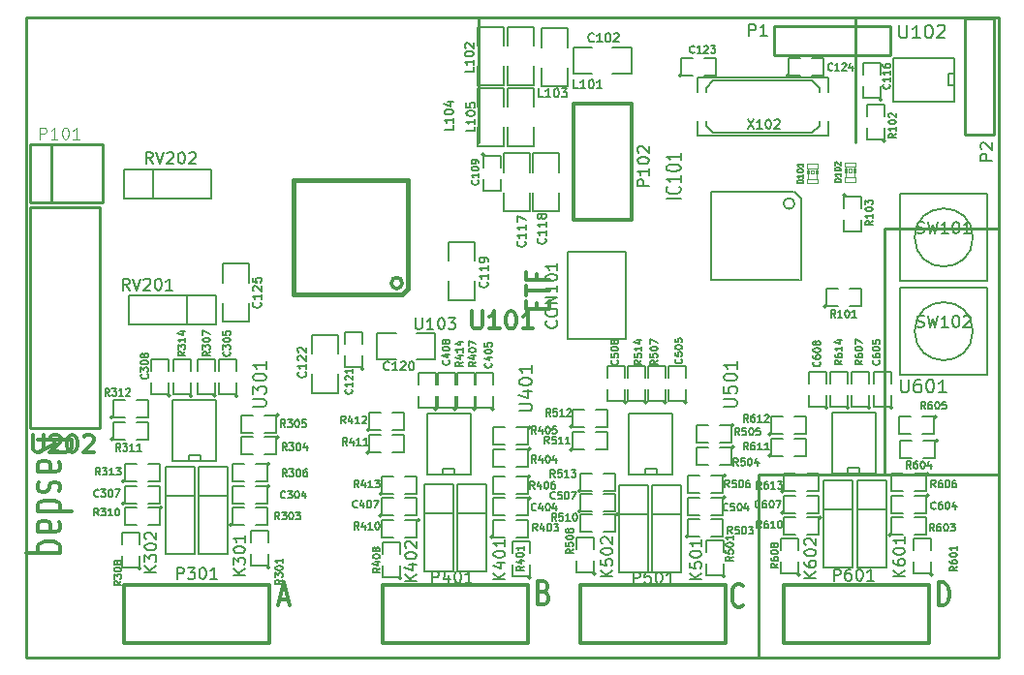
<source format=gto>
G04 This is an RS-274x file exported by *
G04 gerbv version 2.6.0 *
G04 More information is available about gerbv at *
G04 http://gerbv.gpleda.org/ *
G04 --End of header info--*
%MOIN*%
%FSLAX34Y34*%
%IPPOS*%
G04 --Define apertures--*
%ADD10C,0.0000*%
%ADD11C,0.0120*%
%ADD12C,0.0060*%
%ADD13C,0.0050*%
%ADD14C,0.0100*%
%ADD15C,0.0026*%
%ADD16C,0.0040*%
%ADD17C,0.0150*%
%ADD18C,0.0098*%
%ADD19C,0.0080*%
%ADD20C,0.0059*%
%ADD21C,0.0035*%
%ADD22C,0.0071*%
G04 --Start main section--*
G54D11*
G01X0054504Y-051314D02*
G01X0054504Y-051114D01*
G01X0054923Y-051028D02*
G01X0054923Y-051314D01*
G01X0054923Y-051314D02*
G01X0054123Y-051314D01*
G01X0054123Y-051314D02*
G01X0054123Y-051028D01*
G01X0054123Y-050857D02*
G01X0054123Y-050514D01*
G01X0054923Y-050685D02*
G01X0054123Y-050685D01*
G01X0054504Y-050114D02*
G01X0054504Y-050314D01*
G01X0054923Y-050314D02*
G01X0054123Y-050314D01*
G01X0054123Y-050314D02*
G01X0054123Y-050028D01*
G01X0068342Y-061523D02*
G01X0068342Y-060723D01*
G01X0068342Y-060723D02*
G01X0068485Y-060723D01*
G01X0068485Y-060723D02*
G01X0068571Y-060761D01*
G01X0068571Y-060761D02*
G01X0068628Y-060838D01*
G01X0068628Y-060838D02*
G01X0068657Y-060914D01*
G01X0068657Y-060914D02*
G01X0068685Y-061066D01*
G01X0068685Y-061066D02*
G01X0068685Y-061180D01*
G01X0068685Y-061180D02*
G01X0068657Y-061333D01*
G01X0068657Y-061333D02*
G01X0068628Y-061409D01*
G01X0068628Y-061409D02*
G01X0068571Y-061485D01*
G01X0068571Y-061485D02*
G01X0068485Y-061523D01*
G01X0068485Y-061523D02*
G01X0068342Y-061523D01*
G01X0061585Y-061497D02*
G01X0061557Y-061535D01*
G01X0061557Y-061535D02*
G01X0061471Y-061573D01*
G01X0061471Y-061573D02*
G01X0061414Y-061573D01*
G01X0061414Y-061573D02*
G01X0061328Y-061535D01*
G01X0061328Y-061535D02*
G01X0061271Y-061459D01*
G01X0061271Y-061459D02*
G01X0061242Y-061383D01*
G01X0061242Y-061383D02*
G01X0061214Y-061230D01*
G01X0061214Y-061230D02*
G01X0061214Y-061116D01*
G01X0061214Y-061116D02*
G01X0061242Y-060964D01*
G01X0061242Y-060964D02*
G01X0061271Y-060888D01*
G01X0061271Y-060888D02*
G01X0061328Y-060811D01*
G01X0061328Y-060811D02*
G01X0061414Y-060773D01*
G01X0061414Y-060773D02*
G01X0061471Y-060773D01*
G01X0061471Y-060773D02*
G01X0061557Y-060811D01*
G01X0061557Y-060811D02*
G01X0061585Y-060850D01*
G01X0054742Y-061054D02*
G01X0054828Y-061092D01*
G01X0054828Y-061092D02*
G01X0054857Y-061130D01*
G01X0054857Y-061130D02*
G01X0054885Y-061207D01*
G01X0054885Y-061207D02*
G01X0054885Y-061321D01*
G01X0054885Y-061321D02*
G01X0054857Y-061397D01*
G01X0054857Y-061397D02*
G01X0054828Y-061435D01*
G01X0054828Y-061435D02*
G01X0054771Y-061473D01*
G01X0054771Y-061473D02*
G01X0054542Y-061473D01*
G01X0054542Y-061473D02*
G01X0054542Y-060673D01*
G01X0054542Y-060673D02*
G01X0054742Y-060673D01*
G01X0054742Y-060673D02*
G01X0054800Y-060711D01*
G01X0054800Y-060711D02*
G01X0054828Y-060750D01*
G01X0054828Y-060750D02*
G01X0054857Y-060826D01*
G01X0054857Y-060826D02*
G01X0054857Y-060902D01*
G01X0054857Y-060902D02*
G01X0054828Y-060978D01*
G01X0054828Y-060978D02*
G01X0054800Y-061016D01*
G01X0054800Y-061016D02*
G01X0054742Y-061054D01*
G01X0054742Y-061054D02*
G01X0054542Y-061054D01*
G01X0045657Y-061295D02*
G01X0045942Y-061295D01*
G01X0045600Y-061523D02*
G01X0045800Y-060723D01*
G01X0045800Y-060723D02*
G01X0046000Y-061523D01*
G01X0037321Y-056250D02*
G01X0037884Y-055987D01*
G01X0037321Y-055800D02*
G01X0038503Y-055800D01*
G01X0038503Y-055800D02*
G01X0038503Y-056100D01*
G01X0038503Y-056100D02*
G01X0038446Y-056175D01*
G01X0038446Y-056175D02*
G01X0038390Y-056212D01*
G01X0038390Y-056212D02*
G01X0038278Y-056250D01*
G01X0038278Y-056250D02*
G01X0038109Y-056250D01*
G01X0038109Y-056250D02*
G01X0037996Y-056212D01*
G01X0037996Y-056212D02*
G01X0037940Y-056175D01*
G01X0037940Y-056175D02*
G01X0037884Y-056100D01*
G01X0037884Y-056100D02*
G01X0037884Y-055800D01*
G01X0037321Y-056925D02*
G01X0037940Y-056925D01*
G01X0037940Y-056925D02*
G01X0038053Y-056887D01*
G01X0038053Y-056887D02*
G01X0038109Y-056812D01*
G01X0038109Y-056812D02*
G01X0038109Y-056662D01*
G01X0038109Y-056662D02*
G01X0038053Y-056587D01*
G01X0037378Y-056925D02*
G01X0037321Y-056850D01*
G01X0037321Y-056850D02*
G01X0037321Y-056662D01*
G01X0037321Y-056662D02*
G01X0037378Y-056587D01*
G01X0037378Y-056587D02*
G01X0037490Y-056550D01*
G01X0037490Y-056550D02*
G01X0037603Y-056550D01*
G01X0037603Y-056550D02*
G01X0037715Y-056587D01*
G01X0037715Y-056587D02*
G01X0037771Y-056662D01*
G01X0037771Y-056662D02*
G01X0037771Y-056850D01*
G01X0037771Y-056850D02*
G01X0037828Y-056925D01*
G01X0037378Y-057262D02*
G01X0037321Y-057337D01*
G01X0037321Y-057337D02*
G01X0037321Y-057487D01*
G01X0037321Y-057487D02*
G01X0037378Y-057562D01*
G01X0037378Y-057562D02*
G01X0037490Y-057600D01*
G01X0037490Y-057600D02*
G01X0037546Y-057600D01*
G01X0037546Y-057600D02*
G01X0037659Y-057562D01*
G01X0037659Y-057562D02*
G01X0037715Y-057487D01*
G01X0037715Y-057487D02*
G01X0037715Y-057375D01*
G01X0037715Y-057375D02*
G01X0037771Y-057300D01*
G01X0037771Y-057300D02*
G01X0037884Y-057262D01*
G01X0037884Y-057262D02*
G01X0037940Y-057262D01*
G01X0037940Y-057262D02*
G01X0038053Y-057300D01*
G01X0038053Y-057300D02*
G01X0038109Y-057375D01*
G01X0038109Y-057375D02*
G01X0038109Y-057487D01*
G01X0038109Y-057487D02*
G01X0038053Y-057562D01*
G01X0037321Y-058274D02*
G01X0038503Y-058274D01*
G01X0037378Y-058274D02*
G01X0037321Y-058199D01*
G01X0037321Y-058199D02*
G01X0037321Y-058049D01*
G01X0037321Y-058049D02*
G01X0037378Y-057974D01*
G01X0037378Y-057974D02*
G01X0037434Y-057937D01*
G01X0037434Y-057937D02*
G01X0037546Y-057899D01*
G01X0037546Y-057899D02*
G01X0037884Y-057899D01*
G01X0037884Y-057899D02*
G01X0037996Y-057937D01*
G01X0037996Y-057937D02*
G01X0038053Y-057974D01*
G01X0038053Y-057974D02*
G01X0038109Y-058049D01*
G01X0038109Y-058049D02*
G01X0038109Y-058199D01*
G01X0038109Y-058199D02*
G01X0038053Y-058274D01*
G01X0037321Y-058987D02*
G01X0037940Y-058987D01*
G01X0037940Y-058987D02*
G01X0038053Y-058949D01*
G01X0038053Y-058949D02*
G01X0038109Y-058874D01*
G01X0038109Y-058874D02*
G01X0038109Y-058724D01*
G01X0038109Y-058724D02*
G01X0038053Y-058649D01*
G01X0037378Y-058987D02*
G01X0037321Y-058912D01*
G01X0037321Y-058912D02*
G01X0037321Y-058724D01*
G01X0037321Y-058724D02*
G01X0037378Y-058649D01*
G01X0037378Y-058649D02*
G01X0037490Y-058612D01*
G01X0037490Y-058612D02*
G01X0037603Y-058612D01*
G01X0037603Y-058612D02*
G01X0037715Y-058649D01*
G01X0037715Y-058649D02*
G01X0037771Y-058724D01*
G01X0037771Y-058724D02*
G01X0037771Y-058912D01*
G01X0037771Y-058912D02*
G01X0037828Y-058987D01*
G01X0038109Y-059699D02*
G01X0036928Y-059699D01*
G01X0037378Y-059699D02*
G01X0037321Y-059624D01*
G01X0037321Y-059624D02*
G01X0037321Y-059474D01*
G01X0037321Y-059474D02*
G01X0037378Y-059399D01*
G01X0037378Y-059399D02*
G01X0037434Y-059362D01*
G01X0037434Y-059362D02*
G01X0037546Y-059324D01*
G01X0037546Y-059324D02*
G01X0037884Y-059324D01*
G01X0037884Y-059324D02*
G01X0037996Y-059362D01*
G01X0037996Y-059362D02*
G01X0038053Y-059399D01*
G01X0038053Y-059399D02*
G01X0038109Y-059474D01*
G01X0038109Y-059474D02*
G01X0038109Y-059624D01*
G01X0038109Y-059624D02*
G01X0038053Y-059699D01*
G54D12*
G01X0063340Y-047270D02*
G01X0060510Y-047270D01*
G01X0063580Y-047520D02*
G01X0063580Y-050300D01*
G01X0060500Y-050320D02*
G01X0063540Y-050320D01*
G01X0060500Y-047270D02*
G01X0060500Y-050270D01*
G01X0063350Y-047274D02*
G01X0063580Y-047504D01*
G01X0063364Y-047682D02*
G75*
G03X0063364Y-047682I-000188J0000000D01*
G54D13*
G01X0069500Y-052075D02*
G75*
G03X0069500Y-052075I-001000J0000000D01*
G01X0067000Y-050575D02*
G01X0070000Y-050575D01*
G01X0070000Y-050575D02*
G01X0070000Y-053575D01*
G01X0070000Y-053575D02*
G01X0067000Y-053575D01*
G01X0067000Y-050575D02*
G01X0067000Y-053575D01*
G01X0069500Y-048850D02*
G75*
G03X0069500Y-048850I-001000J0000000D01*
G01X0067000Y-047350D02*
G01X0070000Y-047350D01*
G01X0070000Y-047350D02*
G01X0070000Y-050350D01*
G01X0070000Y-050350D02*
G01X0067000Y-050350D01*
G01X0067000Y-047350D02*
G01X0067000Y-050350D01*
G01X0043424Y-056550D02*
G01X0043474Y-056550D01*
G01X0043474Y-056550D02*
G01X0043474Y-054450D01*
G01X0041974Y-054450D02*
G01X0041974Y-056550D01*
G01X0041974Y-056550D02*
G01X0043424Y-056550D01*
G01X0042524Y-056550D02*
G01X0042524Y-056350D01*
G01X0042524Y-056350D02*
G01X0042924Y-056350D01*
G01X0042924Y-056350D02*
G01X0042924Y-056550D01*
G01X0041974Y-054450D02*
G01X0043474Y-054450D01*
G01X0068875Y-042725D02*
G01X0068875Y-042675D01*
G01X0068875Y-042675D02*
G01X0066775Y-042675D01*
G01X0066775Y-044175D02*
G01X0068875Y-044175D01*
G01X0068875Y-044175D02*
G01X0068875Y-042725D01*
G01X0068875Y-043625D02*
G01X0068675Y-043625D01*
G01X0068675Y-043625D02*
G01X0068675Y-043225D01*
G01X0068675Y-043225D02*
G01X0068875Y-043225D01*
G01X0066775Y-044175D02*
G01X0066775Y-042675D01*
G01X0066107Y-056961D02*
G01X0066157Y-056961D01*
G01X0066157Y-056961D02*
G01X0066157Y-054861D01*
G01X0064657Y-054861D02*
G01X0064657Y-056961D01*
G01X0064657Y-056961D02*
G01X0066107Y-056961D01*
G01X0065207Y-056961D02*
G01X0065207Y-056761D01*
G01X0065207Y-056761D02*
G01X0065607Y-056761D01*
G01X0065607Y-056761D02*
G01X0065607Y-056961D01*
G01X0064657Y-054861D02*
G01X0066157Y-054861D01*
G01X0059118Y-057018D02*
G01X0059168Y-057018D01*
G01X0059168Y-057018D02*
G01X0059168Y-054918D01*
G01X0057668Y-054918D02*
G01X0057668Y-057018D01*
G01X0057668Y-057018D02*
G01X0059118Y-057018D01*
G01X0058218Y-057018D02*
G01X0058218Y-056818D01*
G01X0058218Y-056818D02*
G01X0058618Y-056818D01*
G01X0058618Y-056818D02*
G01X0058618Y-057018D01*
G01X0057668Y-054918D02*
G01X0059168Y-054918D01*
G01X0052166Y-057007D02*
G01X0052216Y-057007D01*
G01X0052216Y-057007D02*
G01X0052216Y-054907D01*
G01X0050716Y-054907D02*
G01X0050716Y-057007D01*
G01X0050716Y-057007D02*
G01X0052166Y-057007D01*
G01X0051266Y-057007D02*
G01X0051266Y-056807D01*
G01X0051266Y-056807D02*
G01X0051666Y-056807D01*
G01X0051666Y-056807D02*
G01X0051666Y-057007D01*
G01X0050716Y-054907D02*
G01X0052216Y-054907D01*
G01X0053350Y-041600D02*
G01X0052450Y-041600D01*
G01X0052450Y-041600D02*
G01X0052450Y-042250D01*
G01X0053350Y-042950D02*
G01X0053350Y-043600D01*
G01X0053350Y-043600D02*
G01X0052450Y-043600D01*
G01X0052450Y-043600D02*
G01X0052450Y-042950D01*
G01X0053350Y-042250D02*
G01X0053350Y-041600D01*
G01X0052450Y-045700D02*
G01X0053350Y-045700D01*
G01X0053350Y-045700D02*
G01X0053350Y-045050D01*
G01X0052450Y-044350D02*
G01X0052450Y-043700D01*
G01X0052450Y-043700D02*
G01X0053350Y-043700D01*
G01X0053350Y-043700D02*
G01X0053350Y-044350D01*
G01X0052450Y-045050D02*
G01X0052450Y-045700D01*
G01X0053500Y-045700D02*
G01X0054400Y-045700D01*
G01X0054400Y-045700D02*
G01X0054400Y-045050D01*
G01X0053500Y-044350D02*
G01X0053500Y-043700D01*
G01X0053500Y-043700D02*
G01X0054400Y-043700D01*
G01X0054400Y-043700D02*
G01X0054400Y-044350D01*
G01X0053500Y-045050D02*
G01X0053500Y-045700D01*
G01X0054250Y-045950D02*
G01X0053350Y-045950D01*
G01X0053350Y-045950D02*
G01X0053350Y-046600D01*
G01X0054250Y-047300D02*
G01X0054250Y-047950D01*
G01X0054250Y-047950D02*
G01X0053350Y-047950D01*
G01X0053350Y-047950D02*
G01X0053350Y-047300D01*
G01X0054250Y-046600D02*
G01X0054250Y-045950D01*
G01X0055750Y-042325D02*
G01X0055750Y-043225D01*
G01X0055750Y-043225D02*
G01X0056400Y-043225D01*
G01X0057100Y-042325D02*
G01X0057750Y-042325D01*
G01X0057750Y-042325D02*
G01X0057750Y-043225D01*
G01X0057750Y-043225D02*
G01X0057100Y-043225D01*
G01X0056400Y-042325D02*
G01X0055750Y-042325D01*
G01X0055250Y-045950D02*
G01X0054350Y-045950D01*
G01X0054350Y-045950D02*
G01X0054350Y-046600D01*
G01X0055250Y-047300D02*
G01X0055250Y-047950D01*
G01X0055250Y-047950D02*
G01X0054350Y-047950D01*
G01X0054350Y-047950D02*
G01X0054350Y-047300D01*
G01X0055250Y-046600D02*
G01X0055250Y-045950D01*
G01X0054650Y-043650D02*
G01X0055550Y-043650D01*
G01X0055550Y-043650D02*
G01X0055550Y-043000D01*
G01X0054650Y-042300D02*
G01X0054650Y-041650D01*
G01X0054650Y-041650D02*
G01X0055550Y-041650D01*
G01X0055550Y-041650D02*
G01X0055550Y-042300D01*
G01X0054650Y-043000D02*
G01X0054650Y-043650D01*
G01X0054400Y-041600D02*
G01X0053500Y-041600D01*
G01X0053500Y-041600D02*
G01X0053500Y-042250D01*
G01X0054400Y-042950D02*
G01X0054400Y-043600D01*
G01X0054400Y-043600D02*
G01X0053500Y-043600D01*
G01X0053500Y-043600D02*
G01X0053500Y-042950D01*
G01X0054400Y-042250D02*
G01X0054400Y-041600D01*
G01X0051450Y-051000D02*
G01X0052350Y-051000D01*
G01X0052350Y-051000D02*
G01X0052350Y-050350D01*
G01X0051450Y-049650D02*
G01X0051450Y-049000D01*
G01X0051450Y-049000D02*
G01X0052350Y-049000D01*
G01X0052350Y-049000D02*
G01X0052350Y-049650D01*
G01X0051450Y-050350D02*
G01X0051450Y-051000D01*
G01X0049000Y-052150D02*
G01X0049000Y-053050D01*
G01X0049000Y-053050D02*
G01X0049650Y-053050D01*
G01X0050350Y-052150D02*
G01X0051000Y-052150D01*
G01X0051000Y-052150D02*
G01X0051000Y-053050D01*
G01X0051000Y-053050D02*
G01X0050350Y-053050D01*
G01X0049650Y-052150D02*
G01X0049000Y-052150D01*
G01X0046750Y-054200D02*
G01X0047650Y-054200D01*
G01X0047650Y-054200D02*
G01X0047650Y-053550D01*
G01X0046750Y-052850D02*
G01X0046750Y-052200D01*
G01X0046750Y-052200D02*
G01X0047650Y-052200D01*
G01X0047650Y-052200D02*
G01X0047650Y-052850D01*
G01X0046750Y-053550D02*
G01X0046750Y-054200D01*
G01X0043700Y-051750D02*
G01X0044600Y-051750D01*
G01X0044600Y-051750D02*
G01X0044600Y-051100D01*
G01X0043700Y-050400D02*
G01X0043700Y-049750D01*
G01X0043700Y-049750D02*
G01X0044600Y-049750D01*
G01X0044600Y-049750D02*
G01X0044600Y-050400D01*
G01X0043700Y-051100D02*
G01X0043700Y-051750D01*
G01X0049173Y-058423D02*
G75*
G03X0049173Y-058423I-000050J0000000D01*
G01X0049573Y-058423D02*
G01X0049173Y-058423D01*
G01X0049173Y-058423D02*
G01X0049173Y-057823D01*
G01X0049173Y-057823D02*
G01X0049573Y-057823D01*
G01X0049973Y-057823D02*
G01X0050373Y-057823D01*
G01X0050373Y-057823D02*
G01X0050373Y-058423D01*
G01X0050373Y-058423D02*
G01X0049973Y-058423D01*
G01X0052407Y-054757D02*
G75*
G03X0052407Y-054757I-000050J0000000D01*
G01X0052357Y-054307D02*
G01X0052357Y-054707D01*
G01X0052357Y-054707D02*
G01X0051757Y-054707D01*
G01X0051757Y-054707D02*
G01X0051757Y-054307D01*
G01X0051757Y-053907D02*
G01X0051757Y-053507D01*
G01X0051757Y-053507D02*
G01X0052357Y-053507D01*
G01X0052357Y-053507D02*
G01X0052357Y-053907D01*
G01X0053037Y-054757D02*
G75*
G03X0053037Y-054757I-000050J0000000D01*
G01X0052987Y-054307D02*
G01X0052987Y-054707D01*
G01X0052987Y-054707D02*
G01X0052387Y-054707D01*
G01X0052387Y-054707D02*
G01X0052387Y-054307D01*
G01X0052387Y-053907D02*
G01X0052387Y-053507D01*
G01X0052387Y-053507D02*
G01X0052987Y-053507D01*
G01X0052987Y-053507D02*
G01X0052987Y-053907D01*
G01X0051737Y-054757D02*
G75*
G03X0051737Y-054757I-000050J0000000D01*
G01X0051687Y-054307D02*
G01X0051687Y-054707D01*
G01X0051687Y-054707D02*
G01X0051087Y-054707D01*
G01X0051087Y-054707D02*
G01X0051087Y-054307D01*
G01X0051087Y-053907D02*
G01X0051087Y-053507D01*
G01X0051087Y-053507D02*
G01X0051687Y-053507D01*
G01X0051687Y-053507D02*
G01X0051687Y-053907D01*
G01X0051068Y-054757D02*
G75*
G03X0051068Y-054757I-000050J0000000D01*
G01X0051018Y-054307D02*
G01X0051018Y-054707D01*
G01X0051018Y-054707D02*
G01X0050418Y-054707D01*
G01X0050418Y-054707D02*
G01X0050418Y-054307D01*
G01X0050418Y-053907D02*
G01X0050418Y-053507D01*
G01X0050418Y-053507D02*
G01X0051018Y-053507D01*
G01X0051018Y-053507D02*
G01X0051018Y-053907D01*
G01X0064296Y-058485D02*
G75*
G03X0064296Y-058485I-000050J0000000D01*
G01X0063796Y-058485D02*
G01X0064196Y-058485D01*
G01X0064196Y-058485D02*
G01X0064196Y-059085D01*
G01X0064196Y-059085D02*
G01X0063796Y-059085D01*
G01X0063396Y-059085D02*
G01X0062996Y-059085D01*
G01X0062996Y-059085D02*
G01X0062996Y-058485D01*
G01X0062996Y-058485D02*
G01X0063396Y-058485D01*
G01X0062996Y-057588D02*
G75*
G03X0062996Y-057588I-000050J0000000D01*
G01X0063396Y-057588D02*
G01X0062996Y-057588D01*
G01X0062996Y-057588D02*
G01X0062996Y-056988D01*
G01X0062996Y-056988D02*
G01X0063396Y-056988D01*
G01X0063796Y-056988D02*
G01X0064196Y-056988D01*
G01X0064196Y-056988D02*
G01X0064196Y-057588D01*
G01X0064196Y-057588D02*
G01X0063796Y-057588D01*
G01X0067996Y-057737D02*
G75*
G03X0067996Y-057737I-000050J0000000D01*
G01X0067496Y-057737D02*
G01X0067896Y-057737D01*
G01X0067896Y-057737D02*
G01X0067896Y-058337D01*
G01X0067896Y-058337D02*
G01X0067496Y-058337D01*
G01X0067096Y-058337D02*
G01X0066696Y-058337D01*
G01X0066696Y-058337D02*
G01X0066696Y-057737D01*
G01X0066696Y-057737D02*
G01X0067096Y-057737D01*
G01X0049848Y-060584D02*
G75*
G03X0049848Y-060584I-000050J0000000D01*
G01X0049798Y-060134D02*
G01X0049798Y-060534D01*
G01X0049798Y-060534D02*
G01X0049198Y-060534D01*
G01X0049198Y-060534D02*
G01X0049198Y-060134D01*
G01X0049198Y-059734D02*
G01X0049198Y-059334D01*
G01X0049198Y-059334D02*
G01X0049798Y-059334D01*
G01X0049798Y-059334D02*
G01X0049798Y-059734D01*
G01X0048740Y-055470D02*
G75*
G03X0048740Y-055470I-000050J0000000D01*
G01X0049140Y-055470D02*
G01X0048740Y-055470D01*
G01X0048740Y-055470D02*
G01X0048740Y-054870D01*
G01X0048740Y-054870D02*
G01X0049140Y-054870D01*
G01X0049540Y-054870D02*
G01X0049940Y-054870D01*
G01X0049940Y-054870D02*
G01X0049940Y-055470D01*
G01X0049940Y-055470D02*
G01X0049540Y-055470D01*
G01X0048740Y-056257D02*
G75*
G03X0048740Y-056257I-000050J0000000D01*
G01X0049140Y-056257D02*
G01X0048740Y-056257D01*
G01X0048740Y-056257D02*
G01X0048740Y-055657D01*
G01X0048740Y-055657D02*
G01X0049140Y-055657D01*
G01X0049540Y-055657D02*
G01X0049940Y-055657D01*
G01X0049940Y-055657D02*
G01X0049940Y-056257D01*
G01X0049940Y-056257D02*
G01X0049540Y-056257D01*
G01X0050473Y-058571D02*
G75*
G03X0050473Y-058571I-000050J0000000D01*
G01X0049973Y-058571D02*
G01X0050373Y-058571D01*
G01X0050373Y-058571D02*
G01X0050373Y-059171D01*
G01X0050373Y-059171D02*
G01X0049973Y-059171D01*
G01X0049573Y-059171D02*
G01X0049173Y-059171D01*
G01X0049173Y-059171D02*
G01X0049173Y-058571D01*
G01X0049173Y-058571D02*
G01X0049573Y-058571D01*
G01X0049173Y-057675D02*
G75*
G03X0049173Y-057675I-000050J0000000D01*
G01X0049573Y-057675D02*
G01X0049173Y-057675D01*
G01X0049173Y-057675D02*
G01X0049173Y-057075D01*
G01X0049173Y-057075D02*
G01X0049573Y-057075D01*
G01X0049973Y-057075D02*
G01X0050373Y-057075D01*
G01X0050373Y-057075D02*
G01X0050373Y-057675D01*
G01X0050373Y-057675D02*
G01X0049973Y-057675D01*
G01X0054292Y-057823D02*
G75*
G03X0054292Y-057823I-000050J0000000D01*
G01X0053792Y-057823D02*
G01X0054192Y-057823D01*
G01X0054192Y-057823D02*
G01X0054192Y-058423D01*
G01X0054192Y-058423D02*
G01X0053792Y-058423D01*
G01X0053392Y-058423D02*
G01X0052992Y-058423D01*
G01X0052992Y-058423D02*
G01X0052992Y-057823D01*
G01X0052992Y-057823D02*
G01X0053392Y-057823D01*
G01X0055731Y-056150D02*
G75*
G03X0055731Y-056150I-000050J0000000D01*
G01X0056131Y-056150D02*
G01X0055731Y-056150D01*
G01X0055731Y-056150D02*
G01X0055731Y-055550D01*
G01X0055731Y-055550D02*
G01X0056131Y-055550D01*
G01X0056531Y-055550D02*
G01X0056931Y-055550D01*
G01X0056931Y-055550D02*
G01X0056931Y-056150D01*
G01X0056931Y-056150D02*
G01X0056531Y-056150D01*
G01X0054296Y-060544D02*
G75*
G03X0054296Y-060544I-000050J0000000D01*
G01X0054246Y-060094D02*
G01X0054246Y-060494D01*
G01X0054246Y-060494D02*
G01X0053646Y-060494D01*
G01X0053646Y-060494D02*
G01X0053646Y-060094D01*
G01X0053646Y-059694D02*
G01X0053646Y-059294D01*
G01X0053646Y-059294D02*
G01X0054246Y-059294D01*
G01X0054246Y-059294D02*
G01X0054246Y-059694D01*
G01X0054292Y-055382D02*
G75*
G03X0054292Y-055382I-000050J0000000D01*
G01X0053792Y-055382D02*
G01X0054192Y-055382D01*
G01X0054192Y-055382D02*
G01X0054192Y-055982D01*
G01X0054192Y-055982D02*
G01X0053792Y-055982D01*
G01X0053392Y-055982D02*
G01X0052992Y-055982D01*
G01X0052992Y-055982D02*
G01X0052992Y-055382D01*
G01X0052992Y-055382D02*
G01X0053392Y-055382D01*
G01X0054292Y-056130D02*
G75*
G03X0054292Y-056130I-000050J0000000D01*
G01X0053792Y-056130D02*
G01X0054192Y-056130D01*
G01X0054192Y-056130D02*
G01X0054192Y-056730D01*
G01X0054192Y-056730D02*
G01X0053792Y-056730D01*
G01X0053392Y-056730D02*
G01X0052992Y-056730D01*
G01X0052992Y-056730D02*
G01X0052992Y-056130D01*
G01X0052992Y-056130D02*
G01X0053392Y-056130D01*
G01X0052992Y-059171D02*
G75*
G03X0052992Y-059171I-000050J0000000D01*
G01X0053392Y-059171D02*
G01X0052992Y-059171D01*
G01X0052992Y-059171D02*
G01X0052992Y-058571D01*
G01X0052992Y-058571D02*
G01X0053392Y-058571D01*
G01X0053792Y-058571D02*
G01X0054192Y-058571D01*
G01X0054192Y-058571D02*
G01X0054192Y-059171D01*
G01X0054192Y-059171D02*
G01X0053792Y-059171D01*
G01X0054292Y-057075D02*
G75*
G03X0054292Y-057075I-000050J0000000D01*
G01X0053792Y-057075D02*
G01X0054192Y-057075D01*
G01X0054192Y-057075D02*
G01X0054192Y-057675D01*
G01X0054192Y-057675D02*
G01X0053792Y-057675D01*
G01X0053392Y-057675D02*
G01X0052992Y-057675D01*
G01X0052992Y-057675D02*
G01X0052992Y-057075D01*
G01X0052992Y-057075D02*
G01X0053392Y-057075D01*
G01X0062562Y-056368D02*
G75*
G03X0062562Y-056368I-000050J0000000D01*
G01X0062962Y-056368D02*
G01X0062562Y-056368D01*
G01X0062562Y-056368D02*
G01X0062562Y-055768D01*
G01X0062562Y-055768D02*
G01X0062962Y-055768D01*
G01X0063362Y-055768D02*
G01X0063762Y-055768D01*
G01X0063762Y-055768D02*
G01X0063762Y-056368D01*
G01X0063762Y-056368D02*
G01X0063362Y-056368D01*
G01X0068272Y-055020D02*
G75*
G03X0068272Y-055020I-000050J0000000D01*
G01X0067772Y-055020D02*
G01X0068172Y-055020D01*
G01X0068172Y-055020D02*
G01X0068172Y-055620D01*
G01X0068172Y-055620D02*
G01X0067772Y-055620D01*
G01X0067372Y-055620D02*
G01X0066972Y-055620D01*
G01X0066972Y-055620D02*
G01X0066972Y-055020D01*
G01X0066972Y-055020D02*
G01X0067372Y-055020D01*
G01X0068311Y-055847D02*
G75*
G03X0068311Y-055847I-000050J0000000D01*
G01X0067811Y-055847D02*
G01X0068211Y-055847D01*
G01X0068211Y-055847D02*
G01X0068211Y-056447D01*
G01X0068211Y-056447D02*
G01X0067811Y-056447D01*
G01X0067411Y-056447D02*
G01X0067011Y-056447D01*
G01X0067011Y-056447D02*
G01X0067011Y-055847D01*
G01X0067011Y-055847D02*
G01X0067411Y-055847D01*
G01X0066696Y-059085D02*
G75*
G03X0066696Y-059085I-000050J0000000D01*
G01X0067096Y-059085D02*
G01X0066696Y-059085D01*
G01X0066696Y-059085D02*
G01X0066696Y-058485D01*
G01X0066696Y-058485D02*
G01X0067096Y-058485D01*
G01X0067496Y-058485D02*
G01X0067896Y-058485D01*
G01X0067896Y-058485D02*
G01X0067896Y-059085D01*
G01X0067896Y-059085D02*
G01X0067496Y-059085D01*
G01X0067996Y-056988D02*
G75*
G03X0067996Y-056988I-000050J0000000D01*
G01X0067496Y-056988D02*
G01X0067896Y-056988D01*
G01X0067896Y-056988D02*
G01X0067896Y-057588D01*
G01X0067896Y-057588D02*
G01X0067496Y-057588D01*
G01X0067096Y-057588D02*
G01X0066696Y-057588D01*
G01X0066696Y-057588D02*
G01X0066696Y-056988D01*
G01X0066696Y-056988D02*
G01X0067096Y-056988D01*
G01X0068119Y-060458D02*
G75*
G03X0068119Y-060458I-000050J0000000D01*
G01X0068069Y-060008D02*
G01X0068069Y-060408D01*
G01X0068069Y-060408D02*
G01X0067469Y-060408D01*
G01X0067469Y-060408D02*
G01X0067469Y-060008D01*
G01X0067469Y-059608D02*
G01X0067469Y-059208D01*
G01X0067469Y-059208D02*
G01X0068069Y-059208D01*
G01X0068069Y-059208D02*
G01X0068069Y-059608D01*
G01X0057587Y-054531D02*
G75*
G03X0057587Y-054531I-000050J0000000D01*
G01X0057537Y-054081D02*
G01X0057537Y-054481D01*
G01X0057537Y-054481D02*
G01X0056937Y-054481D01*
G01X0056937Y-054481D02*
G01X0056937Y-054081D01*
G01X0056937Y-053681D02*
G01X0056937Y-053281D01*
G01X0056937Y-053281D02*
G01X0057537Y-053281D01*
G01X0057537Y-053281D02*
G01X0057537Y-053681D01*
G01X0058295Y-054531D02*
G75*
G03X0058295Y-054531I-000050J0000000D01*
G01X0058245Y-054081D02*
G01X0058245Y-054481D01*
G01X0058245Y-054481D02*
G01X0057645Y-054481D01*
G01X0057645Y-054481D02*
G01X0057645Y-054081D01*
G01X0057645Y-053681D02*
G01X0057645Y-053281D01*
G01X0057645Y-053281D02*
G01X0058245Y-053281D01*
G01X0058245Y-053281D02*
G01X0058245Y-053681D01*
G01X0059673Y-054531D02*
G75*
G03X0059673Y-054531I-000050J0000000D01*
G01X0059623Y-054081D02*
G01X0059623Y-054481D01*
G01X0059623Y-054481D02*
G01X0059023Y-054481D01*
G01X0059023Y-054481D02*
G01X0059023Y-054081D01*
G01X0059023Y-053681D02*
G01X0059023Y-053281D01*
G01X0059023Y-053281D02*
G01X0059623Y-053281D01*
G01X0059623Y-053281D02*
G01X0059623Y-053681D01*
G01X0058964Y-054531D02*
G75*
G03X0058964Y-054531I-000050J0000000D01*
G01X0058914Y-054081D02*
G01X0058914Y-054481D01*
G01X0058914Y-054481D02*
G01X0058314Y-054481D01*
G01X0058314Y-054481D02*
G01X0058314Y-054081D01*
G01X0058314Y-053681D02*
G01X0058314Y-053281D01*
G01X0058314Y-053281D02*
G01X0058914Y-053281D01*
G01X0058914Y-053281D02*
G01X0058914Y-053681D01*
G01X0056007Y-058276D02*
G75*
G03X0056007Y-058276I-000050J0000000D01*
G01X0056407Y-058276D02*
G01X0056007Y-058276D01*
G01X0056007Y-058276D02*
G01X0056007Y-057676D01*
G01X0056007Y-057676D02*
G01X0056407Y-057676D01*
G01X0056807Y-057676D02*
G01X0057207Y-057676D01*
G01X0057207Y-057676D02*
G01X0057207Y-058276D01*
G01X0057207Y-058276D02*
G01X0056807Y-058276D01*
G01X0061007Y-057046D02*
G75*
G03X0061007Y-057046I-000050J0000000D01*
G01X0060507Y-057046D02*
G01X0060907Y-057046D01*
G01X0060907Y-057046D02*
G01X0060907Y-057646D01*
G01X0060907Y-057646D02*
G01X0060507Y-057646D01*
G01X0060107Y-057646D02*
G01X0059707Y-057646D01*
G01X0059707Y-057646D02*
G01X0059707Y-057046D01*
G01X0059707Y-057046D02*
G01X0060107Y-057046D01*
G01X0056524Y-060437D02*
G75*
G03X0056524Y-060437I-000050J0000000D01*
G01X0056474Y-059987D02*
G01X0056474Y-060387D01*
G01X0056474Y-060387D02*
G01X0055874Y-060387D01*
G01X0055874Y-060387D02*
G01X0055874Y-059987D01*
G01X0055874Y-059587D02*
G01X0055874Y-059187D01*
G01X0055874Y-059187D02*
G01X0056474Y-059187D01*
G01X0056474Y-059187D02*
G01X0056474Y-059587D01*
G01X0055731Y-055362D02*
G75*
G03X0055731Y-055362I-000050J0000000D01*
G01X0056131Y-055362D02*
G01X0055731Y-055362D01*
G01X0055731Y-055362D02*
G01X0055731Y-054762D01*
G01X0055731Y-054762D02*
G01X0056131Y-054762D01*
G01X0056531Y-054762D02*
G01X0056931Y-054762D01*
G01X0056931Y-054762D02*
G01X0056931Y-055362D01*
G01X0056931Y-055362D02*
G01X0056531Y-055362D01*
G01X0041613Y-058153D02*
G75*
G03X0041613Y-058153I-000050J0000000D01*
G01X0041113Y-058153D02*
G01X0041513Y-058153D01*
G01X0041513Y-058153D02*
G01X0041513Y-058753D01*
G01X0041513Y-058753D02*
G01X0041113Y-058753D01*
G01X0040713Y-058753D02*
G01X0040313Y-058753D01*
G01X0040313Y-058753D02*
G01X0040313Y-058153D01*
G01X0040313Y-058153D02*
G01X0040713Y-058153D01*
G01X0057307Y-058385D02*
G75*
G03X0057307Y-058385I-000050J0000000D01*
G01X0056807Y-058385D02*
G01X0057207Y-058385D01*
G01X0057207Y-058385D02*
G01X0057207Y-058985D01*
G01X0057207Y-058985D02*
G01X0056807Y-058985D01*
G01X0056407Y-058985D02*
G01X0056007Y-058985D01*
G01X0056007Y-058985D02*
G01X0056007Y-058385D01*
G01X0056007Y-058385D02*
G01X0056407Y-058385D01*
G01X0056007Y-057567D02*
G75*
G03X0056007Y-057567I-000050J0000000D01*
G01X0056407Y-057567D02*
G01X0056007Y-057567D01*
G01X0056007Y-057567D02*
G01X0056007Y-056967D01*
G01X0056007Y-056967D02*
G01X0056407Y-056967D01*
G01X0056807Y-056967D02*
G01X0057207Y-056967D01*
G01X0057207Y-056967D02*
G01X0057207Y-057567D01*
G01X0057207Y-057567D02*
G01X0056807Y-057567D01*
G01X0061007Y-057794D02*
G75*
G03X0061007Y-057794I-000050J0000000D01*
G01X0060507Y-057794D02*
G01X0060907Y-057794D01*
G01X0060907Y-057794D02*
G01X0060907Y-058394D01*
G01X0060907Y-058394D02*
G01X0060507Y-058394D01*
G01X0060107Y-058394D02*
G01X0059707Y-058394D01*
G01X0059707Y-058394D02*
G01X0059707Y-057794D01*
G01X0059707Y-057794D02*
G01X0060107Y-057794D01*
G01X0060972Y-060516D02*
G75*
G03X0060972Y-060516I-000050J0000000D01*
G01X0060922Y-060066D02*
G01X0060922Y-060466D01*
G01X0060922Y-060466D02*
G01X0060322Y-060466D01*
G01X0060322Y-060466D02*
G01X0060322Y-060066D01*
G01X0060322Y-059666D02*
G01X0060322Y-059266D01*
G01X0060322Y-059266D02*
G01X0060922Y-059266D01*
G01X0060922Y-059266D02*
G01X0060922Y-059666D01*
G01X0061283Y-055314D02*
G75*
G03X0061283Y-055314I-000050J0000000D01*
G01X0060783Y-055314D02*
G01X0061183Y-055314D01*
G01X0061183Y-055314D02*
G01X0061183Y-055914D01*
G01X0061183Y-055914D02*
G01X0060783Y-055914D01*
G01X0060383Y-055914D02*
G01X0059983Y-055914D01*
G01X0059983Y-055914D02*
G01X0059983Y-055314D01*
G01X0059983Y-055314D02*
G01X0060383Y-055314D01*
G01X0061283Y-056062D02*
G75*
G03X0061283Y-056062I-000050J0000000D01*
G01X0060783Y-056062D02*
G01X0061183Y-056062D01*
G01X0061183Y-056062D02*
G01X0061183Y-056662D01*
G01X0061183Y-056662D02*
G01X0060783Y-056662D01*
G01X0060383Y-056662D02*
G01X0059983Y-056662D01*
G01X0059983Y-056662D02*
G01X0059983Y-056062D01*
G01X0059983Y-056062D02*
G01X0060383Y-056062D01*
G01X0059707Y-059142D02*
G75*
G03X0059707Y-059142I-000050J0000000D01*
G01X0060107Y-059142D02*
G01X0059707Y-059142D01*
G01X0059707Y-059142D02*
G01X0059707Y-058542D01*
G01X0059707Y-058542D02*
G01X0060107Y-058542D01*
G01X0060507Y-058542D02*
G01X0060907Y-058542D01*
G01X0060907Y-058542D02*
G01X0060907Y-059142D01*
G01X0060907Y-059142D02*
G01X0060507Y-059142D01*
G01X0066375Y-044100D02*
G75*
G03X0066375Y-044100I-000050J0000000D01*
G01X0066325Y-043650D02*
G01X0066325Y-044050D01*
G01X0066325Y-044050D02*
G01X0065725Y-044050D01*
G01X0065725Y-044050D02*
G01X0065725Y-043650D01*
G01X0065725Y-043250D02*
G01X0065725Y-042850D01*
G01X0065725Y-042850D02*
G01X0066325Y-042850D01*
G01X0066325Y-042850D02*
G01X0066325Y-043250D01*
G01X0062562Y-055620D02*
G75*
G03X0062562Y-055620I-000050J0000000D01*
G01X0062962Y-055620D02*
G01X0062562Y-055620D01*
G01X0062562Y-055620D02*
G01X0062562Y-055020D01*
G01X0062562Y-055020D02*
G01X0062962Y-055020D01*
G01X0063362Y-055020D02*
G01X0063762Y-055020D01*
G01X0063762Y-055020D02*
G01X0063762Y-055620D01*
G01X0063762Y-055620D02*
G01X0063362Y-055620D01*
G01X0063552Y-060458D02*
G75*
G03X0063552Y-060458I-000050J0000000D01*
G01X0063502Y-060008D02*
G01X0063502Y-060408D01*
G01X0063502Y-060408D02*
G01X0062902Y-060408D01*
G01X0062902Y-060408D02*
G01X0062902Y-060008D01*
G01X0062902Y-059608D02*
G01X0062902Y-059208D01*
G01X0062902Y-059208D02*
G01X0063502Y-059208D01*
G01X0063502Y-059208D02*
G01X0063502Y-059608D01*
G01X0062996Y-058337D02*
G75*
G03X0062996Y-058337I-000050J0000000D01*
G01X0063396Y-058337D02*
G01X0062996Y-058337D01*
G01X0062996Y-058337D02*
G01X0062996Y-057737D01*
G01X0062996Y-057737D02*
G01X0063396Y-057737D01*
G01X0063796Y-057737D02*
G01X0064196Y-057737D01*
G01X0064196Y-057737D02*
G01X0064196Y-058337D01*
G01X0064196Y-058337D02*
G01X0063796Y-058337D01*
G01X0065993Y-054710D02*
G75*
G03X0065993Y-054710I-000050J0000000D01*
G01X0065943Y-054260D02*
G01X0065943Y-054660D01*
G01X0065943Y-054660D02*
G01X0065343Y-054660D01*
G01X0065343Y-054660D02*
G01X0065343Y-054260D01*
G01X0065343Y-053860D02*
G01X0065343Y-053460D01*
G01X0065343Y-053460D02*
G01X0065943Y-053460D01*
G01X0065943Y-053460D02*
G01X0065943Y-053860D01*
G01X0066741Y-054710D02*
G75*
G03X0066741Y-054710I-000050J0000000D01*
G01X0066691Y-054260D02*
G01X0066691Y-054660D01*
G01X0066691Y-054660D02*
G01X0066091Y-054660D01*
G01X0066091Y-054660D02*
G01X0066091Y-054260D01*
G01X0066091Y-053860D02*
G01X0066091Y-053460D01*
G01X0066091Y-053460D02*
G01X0066691Y-053460D01*
G01X0066691Y-053460D02*
G01X0066691Y-053860D01*
G01X0066500Y-045525D02*
G75*
G03X0066500Y-045525I-000050J0000000D01*
G01X0066450Y-045075D02*
G01X0066450Y-045475D01*
G01X0066450Y-045475D02*
G01X0065850Y-045475D01*
G01X0065850Y-045475D02*
G01X0065850Y-045075D01*
G01X0065850Y-044675D02*
G01X0065850Y-044275D01*
G01X0065850Y-044275D02*
G01X0066450Y-044275D01*
G01X0066450Y-044275D02*
G01X0066450Y-044675D01*
G01X0064450Y-051225D02*
G75*
G03X0064450Y-051225I-000050J0000000D01*
G01X0064850Y-051225D02*
G01X0064450Y-051225D01*
G01X0064450Y-051225D02*
G01X0064450Y-050625D01*
G01X0064450Y-050625D02*
G01X0064850Y-050625D01*
G01X0065250Y-050625D02*
G01X0065650Y-050625D01*
G01X0065650Y-050625D02*
G01X0065650Y-051225D01*
G01X0065650Y-051225D02*
G01X0065250Y-051225D01*
G01X0065245Y-054710D02*
G75*
G03X0065245Y-054710I-000050J0000000D01*
G01X0065195Y-054260D02*
G01X0065195Y-054660D01*
G01X0065195Y-054660D02*
G01X0064595Y-054660D01*
G01X0064595Y-054660D02*
G01X0064595Y-054260D01*
G01X0064595Y-053860D02*
G01X0064595Y-053460D01*
G01X0064595Y-053460D02*
G01X0065195Y-053460D01*
G01X0065195Y-053460D02*
G01X0065195Y-053860D01*
G01X0065125Y-047400D02*
G75*
G03X0065125Y-047400I-000050J0000000D01*
G01X0065075Y-047850D02*
G01X0065075Y-047450D01*
G01X0065075Y-047450D02*
G01X0065675Y-047450D01*
G01X0065675Y-047450D02*
G01X0065675Y-047850D01*
G01X0065675Y-048250D02*
G01X0065675Y-048650D01*
G01X0065675Y-048650D02*
G01X0065075Y-048650D01*
G01X0065075Y-048650D02*
G01X0065075Y-048250D01*
G01X0064497Y-054710D02*
G75*
G03X0064497Y-054710I-000050J0000000D01*
G01X0064447Y-054260D02*
G01X0064447Y-054660D01*
G01X0064447Y-054660D02*
G01X0063847Y-054660D01*
G01X0063847Y-054660D02*
G01X0063847Y-054260D01*
G01X0063847Y-053860D02*
G01X0063847Y-053460D01*
G01X0063847Y-053460D02*
G01X0064447Y-053460D01*
G01X0064447Y-053460D02*
G01X0064447Y-053860D01*
G01X0063175Y-043275D02*
G75*
G03X0063175Y-043275I-000050J0000000D01*
G01X0063575Y-043275D02*
G01X0063175Y-043275D01*
G01X0063175Y-043275D02*
G01X0063175Y-042675D01*
G01X0063175Y-042675D02*
G01X0063575Y-042675D01*
G01X0063975Y-042675D02*
G01X0064375Y-042675D01*
G01X0064375Y-042675D02*
G01X0064375Y-043275D01*
G01X0064375Y-043275D02*
G01X0063975Y-043275D01*
G01X0059475Y-043275D02*
G75*
G03X0059475Y-043275I-000050J0000000D01*
G01X0059875Y-043275D02*
G01X0059475Y-043275D01*
G01X0059475Y-043275D02*
G01X0059475Y-042675D01*
G01X0059475Y-042675D02*
G01X0059875Y-042675D01*
G01X0060275Y-042675D02*
G01X0060675Y-042675D01*
G01X0060675Y-042675D02*
G01X0060675Y-043275D01*
G01X0060675Y-043275D02*
G01X0060275Y-043275D01*
G01X0048550Y-053375D02*
G75*
G03X0048550Y-053375I-000050J0000000D01*
G01X0048500Y-052925D02*
G01X0048500Y-053325D01*
G01X0048500Y-053325D02*
G01X0047900Y-053325D01*
G01X0047900Y-053325D02*
G01X0047900Y-052925D01*
G01X0047900Y-052525D02*
G01X0047900Y-052125D01*
G01X0047900Y-052125D02*
G01X0048500Y-052125D01*
G01X0048500Y-052125D02*
G01X0048500Y-052525D01*
G01X0052700Y-046000D02*
G75*
G03X0052700Y-046000I-000050J0000000D01*
G01X0052650Y-046450D02*
G01X0052650Y-046050D01*
G01X0052650Y-046050D02*
G01X0053250Y-046050D01*
G01X0053250Y-046050D02*
G01X0053250Y-046450D01*
G01X0053250Y-046850D02*
G01X0053250Y-047250D01*
G01X0053250Y-047250D02*
G01X0052650Y-047250D01*
G01X0052650Y-047250D02*
G01X0052650Y-046850D01*
G01X0039919Y-055800D02*
G75*
G03X0039919Y-055800I-000050J0000000D01*
G01X0040319Y-055800D02*
G01X0039919Y-055800D01*
G01X0039919Y-055800D02*
G01X0039919Y-055200D01*
G01X0039919Y-055200D02*
G01X0040319Y-055200D01*
G01X0040719Y-055200D02*
G01X0041119Y-055200D01*
G01X0041119Y-055200D02*
G01X0041119Y-055800D01*
G01X0041119Y-055800D02*
G01X0040719Y-055800D01*
G01X0041893Y-054300D02*
G75*
G03X0041893Y-054300I-000050J0000000D01*
G01X0041843Y-053850D02*
G01X0041843Y-054250D01*
G01X0041843Y-054250D02*
G01X0041243Y-054250D01*
G01X0041243Y-054250D02*
G01X0041243Y-053850D01*
G01X0041243Y-053450D02*
G01X0041243Y-053050D01*
G01X0041243Y-053050D02*
G01X0041843Y-053050D01*
G01X0041843Y-053050D02*
G01X0041843Y-053450D01*
G01X0042641Y-054300D02*
G75*
G03X0042641Y-054300I-000050J0000000D01*
G01X0042591Y-053850D02*
G01X0042591Y-054250D01*
G01X0042591Y-054250D02*
G01X0041991Y-054250D01*
G01X0041991Y-054250D02*
G01X0041991Y-053850D01*
G01X0041991Y-053450D02*
G01X0041991Y-053050D01*
G01X0041991Y-053050D02*
G01X0042591Y-053050D01*
G01X0042591Y-053050D02*
G01X0042591Y-053450D01*
G01X0044216Y-054300D02*
G75*
G03X0044216Y-054300I-000050J0000000D01*
G01X0044166Y-053850D02*
G01X0044166Y-054250D01*
G01X0044166Y-054250D02*
G01X0043566Y-054250D01*
G01X0043566Y-054250D02*
G01X0043566Y-053850D01*
G01X0043566Y-053450D02*
G01X0043566Y-053050D01*
G01X0043566Y-053050D02*
G01X0044166Y-053050D01*
G01X0044166Y-053050D02*
G01X0044166Y-053450D01*
G01X0043468Y-054300D02*
G75*
G03X0043468Y-054300I-000050J0000000D01*
G01X0043418Y-053850D02*
G01X0043418Y-054250D01*
G01X0043418Y-054250D02*
G01X0042818Y-054250D01*
G01X0042818Y-054250D02*
G01X0042818Y-053850D01*
G01X0042818Y-053450D02*
G01X0042818Y-053050D01*
G01X0042818Y-053050D02*
G01X0043418Y-053050D01*
G01X0043418Y-053050D02*
G01X0043418Y-053450D01*
G01X0040313Y-058005D02*
G75*
G03X0040313Y-058005I-000050J0000000D01*
G01X0040713Y-058005D02*
G01X0040313Y-058005D01*
G01X0040313Y-058005D02*
G01X0040313Y-057405D01*
G01X0040313Y-057405D02*
G01X0040713Y-057405D01*
G01X0041113Y-057405D02*
G01X0041513Y-057405D01*
G01X0041513Y-057405D02*
G01X0041513Y-058005D01*
G01X0041513Y-058005D02*
G01X0041113Y-058005D01*
G01X0040869Y-060244D02*
G75*
G03X0040869Y-060244I-000050J0000000D01*
G01X0040819Y-059794D02*
G01X0040819Y-060194D01*
G01X0040819Y-060194D02*
G01X0040219Y-060194D01*
G01X0040219Y-060194D02*
G01X0040219Y-059794D01*
G01X0040219Y-059394D02*
G01X0040219Y-058994D01*
G01X0040219Y-058994D02*
G01X0040819Y-058994D01*
G01X0040819Y-058994D02*
G01X0040819Y-059394D01*
G01X0039919Y-055052D02*
G75*
G03X0039919Y-055052I-000050J0000000D01*
G01X0040319Y-055052D02*
G01X0039919Y-055052D01*
G01X0039919Y-055052D02*
G01X0039919Y-054452D01*
G01X0039919Y-054452D02*
G01X0040319Y-054452D01*
G01X0040719Y-054452D02*
G01X0041119Y-054452D01*
G01X0041119Y-054452D02*
G01X0041119Y-055052D01*
G01X0041119Y-055052D02*
G01X0040719Y-055052D01*
G01X0045314Y-056657D02*
G75*
G03X0045314Y-056657I-000050J0000000D01*
G01X0044814Y-056657D02*
G01X0045214Y-056657D01*
G01X0045214Y-056657D02*
G01X0045214Y-057257D01*
G01X0045214Y-057257D02*
G01X0044814Y-057257D01*
G01X0044414Y-057257D02*
G01X0044014Y-057257D01*
G01X0044014Y-057257D02*
G01X0044014Y-056657D01*
G01X0044014Y-056657D02*
G01X0044414Y-056657D01*
G01X0044014Y-058753D02*
G75*
G03X0044014Y-058753I-000050J0000000D01*
G01X0044414Y-058753D02*
G01X0044014Y-058753D01*
G01X0044014Y-058753D02*
G01X0044014Y-058153D01*
G01X0044014Y-058153D02*
G01X0044414Y-058153D01*
G01X0044814Y-058153D02*
G01X0045214Y-058153D01*
G01X0045214Y-058153D02*
G01X0045214Y-058753D01*
G01X0045214Y-058753D02*
G01X0044814Y-058753D01*
G01X0045629Y-055712D02*
G75*
G03X0045629Y-055712I-000050J0000000D01*
G01X0045129Y-055712D02*
G01X0045529Y-055712D01*
G01X0045529Y-055712D02*
G01X0045529Y-056312D01*
G01X0045529Y-056312D02*
G01X0045129Y-056312D01*
G01X0044729Y-056312D02*
G01X0044329Y-056312D01*
G01X0044329Y-056312D02*
G01X0044329Y-055712D01*
G01X0044329Y-055712D02*
G01X0044729Y-055712D01*
G01X0045629Y-054964D02*
G75*
G03X0045629Y-054964I-000050J0000000D01*
G01X0045129Y-054964D02*
G01X0045529Y-054964D01*
G01X0045529Y-054964D02*
G01X0045529Y-055564D01*
G01X0045529Y-055564D02*
G01X0045129Y-055564D01*
G01X0044729Y-055564D02*
G01X0044329Y-055564D01*
G01X0044329Y-055564D02*
G01X0044329Y-054964D01*
G01X0044329Y-054964D02*
G01X0044729Y-054964D01*
G01X0045318Y-060205D02*
G75*
G03X0045318Y-060205I-000050J0000000D01*
G01X0045268Y-059755D02*
G01X0045268Y-060155D01*
G01X0045268Y-060155D02*
G01X0044668Y-060155D01*
G01X0044668Y-060155D02*
G01X0044668Y-059755D01*
G01X0044668Y-059355D02*
G01X0044668Y-058955D01*
G01X0044668Y-058955D02*
G01X0045268Y-058955D01*
G01X0045268Y-058955D02*
G01X0045268Y-059355D01*
G01X0045314Y-057405D02*
G75*
G03X0045314Y-057405I-000050J0000000D01*
G01X0044814Y-057405D02*
G01X0045214Y-057405D01*
G01X0045214Y-057405D02*
G01X0045214Y-058005D01*
G01X0045214Y-058005D02*
G01X0044814Y-058005D01*
G01X0044414Y-058005D02*
G01X0044014Y-058005D01*
G01X0044014Y-058005D02*
G01X0044014Y-057405D01*
G01X0044014Y-057405D02*
G01X0044414Y-057405D01*
G01X0040313Y-057257D02*
G75*
G03X0040313Y-057257I-000050J0000000D01*
G01X0040713Y-057257D02*
G01X0040313Y-057257D01*
G01X0040313Y-057257D02*
G01X0040313Y-056657D01*
G01X0040313Y-056657D02*
G01X0040713Y-056657D01*
G01X0041113Y-056657D02*
G01X0041513Y-056657D01*
G01X0041513Y-056657D02*
G01X0041513Y-057257D01*
G01X0041513Y-057257D02*
G01X0041113Y-057257D01*
G54D14*
G01X0037800Y-045650D02*
G01X0037800Y-047650D01*
G01X0039550Y-045650D02*
G01X0039550Y-047650D01*
G01X0037050Y-047650D02*
G01X0037050Y-045650D01*
G01X0037050Y-047650D02*
G01X0039550Y-047650D01*
G01X0037050Y-045650D02*
G01X0039550Y-045650D01*
G54D11*
G01X0067985Y-062811D02*
G01X0062985Y-062811D01*
G01X0062985Y-062811D02*
G01X0062985Y-060811D01*
G01X0062985Y-060811D02*
G01X0067985Y-060811D01*
G01X0067985Y-060811D02*
G01X0067985Y-062811D01*
G01X0054202Y-062811D02*
G01X0049202Y-062811D01*
G01X0049202Y-062811D02*
G01X0049202Y-060811D01*
G01X0049202Y-060811D02*
G01X0054202Y-060811D01*
G01X0054202Y-060811D02*
G01X0054202Y-062811D01*
G01X0060996Y-062811D02*
G01X0055996Y-062811D01*
G01X0055996Y-062811D02*
G01X0055996Y-060811D01*
G01X0055996Y-060811D02*
G01X0060996Y-060811D01*
G01X0060996Y-060811D02*
G01X0060996Y-062811D01*
G01X0045300Y-062811D02*
G01X0040300Y-062811D01*
G01X0040300Y-062811D02*
G01X0040300Y-060811D01*
G01X0040300Y-060811D02*
G01X0045300Y-060811D01*
G01X0045300Y-060811D02*
G01X0045300Y-062811D01*
G01X0055750Y-048250D02*
G01X0055750Y-044250D01*
G01X0055750Y-044250D02*
G01X0057750Y-044250D01*
G01X0057750Y-044250D02*
G01X0057750Y-048250D01*
G01X0057750Y-048250D02*
G01X0055750Y-048250D01*
G54D12*
G01X0040300Y-047500D02*
G01X0040300Y-046500D01*
G01X0040300Y-046500D02*
G01X0043300Y-046500D01*
G01X0043300Y-046500D02*
G01X0043300Y-047500D01*
G01X0043300Y-047500D02*
G01X0040300Y-047500D01*
G01X0041300Y-046500D02*
G01X0041300Y-047500D01*
G01X0065525Y-057200D02*
G01X0066525Y-057200D01*
G01X0066525Y-057200D02*
G01X0066525Y-060200D01*
G01X0066525Y-060200D02*
G01X0065525Y-060200D01*
G01X0065525Y-060200D02*
G01X0065525Y-057200D01*
G01X0066525Y-058200D02*
G01X0065525Y-058200D01*
G01X0064375Y-057200D02*
G01X0065375Y-057200D01*
G01X0065375Y-057200D02*
G01X0065375Y-060200D01*
G01X0065375Y-060200D02*
G01X0064375Y-060200D01*
G01X0064375Y-060200D02*
G01X0064375Y-057200D01*
G01X0065375Y-058200D02*
G01X0064375Y-058200D01*
G01X0043450Y-050850D02*
G01X0043450Y-051850D01*
G01X0043450Y-051850D02*
G01X0040450Y-051850D01*
G01X0040450Y-051850D02*
G01X0040450Y-050850D01*
G01X0040450Y-050850D02*
G01X0043450Y-050850D01*
G01X0042450Y-051850D02*
G01X0042450Y-050850D01*
G01X0041712Y-056756D02*
G01X0042712Y-056756D01*
G01X0042712Y-056756D02*
G01X0042712Y-059756D01*
G01X0042712Y-059756D02*
G01X0041712Y-059756D01*
G01X0041712Y-059756D02*
G01X0041712Y-056756D01*
G01X0042712Y-057756D02*
G01X0041712Y-057756D01*
G01X0042854Y-056756D02*
G01X0043854Y-056756D01*
G01X0043854Y-056756D02*
G01X0043854Y-059756D01*
G01X0043854Y-059756D02*
G01X0042854Y-059756D01*
G01X0042854Y-059756D02*
G01X0042854Y-056756D01*
G01X0043854Y-057756D02*
G01X0042854Y-057756D01*
G01X0050612Y-057331D02*
G01X0051612Y-057331D01*
G01X0051612Y-057331D02*
G01X0051612Y-060331D01*
G01X0051612Y-060331D02*
G01X0050612Y-060331D01*
G01X0050612Y-060331D02*
G01X0050612Y-057331D01*
G01X0051612Y-058331D02*
G01X0050612Y-058331D01*
G01X0051753Y-057331D02*
G01X0052753Y-057331D01*
G01X0052753Y-057331D02*
G01X0052753Y-060331D01*
G01X0052753Y-060331D02*
G01X0051753Y-060331D01*
G01X0051753Y-060331D02*
G01X0051753Y-057331D01*
G01X0052753Y-058331D02*
G01X0051753Y-058331D01*
G01X0057327Y-057381D02*
G01X0058327Y-057381D01*
G01X0058327Y-057381D02*
G01X0058327Y-060381D01*
G01X0058327Y-060381D02*
G01X0057327Y-060381D01*
G01X0057327Y-060381D02*
G01X0057327Y-057381D01*
G01X0058327Y-058381D02*
G01X0057327Y-058381D01*
G01X0058469Y-057381D02*
G01X0059469Y-057381D01*
G01X0059469Y-057381D02*
G01X0059469Y-060381D01*
G01X0059469Y-060381D02*
G01X0058469Y-060381D01*
G01X0058469Y-060381D02*
G01X0058469Y-057381D01*
G01X0059469Y-058381D02*
G01X0058469Y-058381D01*
G54D15*
G01X0065098Y-046423D02*
G01X0065452Y-046423D01*
G01X0065452Y-046423D02*
G01X0065452Y-046266D01*
G01X0065098Y-046266D02*
G01X0065452Y-046266D01*
G01X0065098Y-046423D02*
G01X0065098Y-046266D01*
G01X0065098Y-046934D02*
G01X0065452Y-046934D01*
G01X0065452Y-046934D02*
G01X0065452Y-046777D01*
G01X0065098Y-046777D02*
G01X0065452Y-046777D01*
G01X0065098Y-046934D02*
G01X0065098Y-046777D01*
G01X0065098Y-046600D02*
G01X0065157Y-046600D01*
G01X0065157Y-046600D02*
G01X0065157Y-046482D01*
G01X0065098Y-046482D02*
G01X0065157Y-046482D01*
G01X0065098Y-046600D02*
G01X0065098Y-046482D01*
G01X0065393Y-046600D02*
G01X0065452Y-046600D01*
G01X0065452Y-046600D02*
G01X0065452Y-046482D01*
G01X0065393Y-046482D02*
G01X0065452Y-046482D01*
G01X0065393Y-046600D02*
G01X0065393Y-046482D01*
G01X0065216Y-046600D02*
G01X0065334Y-046600D01*
G01X0065334Y-046600D02*
G01X0065334Y-046482D01*
G01X0065216Y-046482D02*
G01X0065334Y-046482D01*
G01X0065216Y-046600D02*
G01X0065216Y-046482D01*
G54D16*
G01X0065118Y-046423D02*
G01X0065118Y-046777D01*
G01X0065432Y-046423D02*
G01X0065432Y-046777D01*
G54D15*
G01X0063798Y-046473D02*
G01X0064152Y-046473D01*
G01X0064152Y-046473D02*
G01X0064152Y-046316D01*
G01X0063798Y-046316D02*
G01X0064152Y-046316D01*
G01X0063798Y-046473D02*
G01X0063798Y-046316D01*
G01X0063798Y-046984D02*
G01X0064152Y-046984D01*
G01X0064152Y-046984D02*
G01X0064152Y-046827D01*
G01X0063798Y-046827D02*
G01X0064152Y-046827D01*
G01X0063798Y-046984D02*
G01X0063798Y-046827D01*
G01X0063798Y-046650D02*
G01X0063857Y-046650D01*
G01X0063857Y-046650D02*
G01X0063857Y-046532D01*
G01X0063798Y-046532D02*
G01X0063857Y-046532D01*
G01X0063798Y-046650D02*
G01X0063798Y-046532D01*
G01X0064093Y-046650D02*
G01X0064152Y-046650D01*
G01X0064152Y-046650D02*
G01X0064152Y-046532D01*
G01X0064093Y-046532D02*
G01X0064152Y-046532D01*
G01X0064093Y-046650D02*
G01X0064093Y-046532D01*
G01X0063916Y-046650D02*
G01X0064034Y-046650D01*
G01X0064034Y-046650D02*
G01X0064034Y-046532D01*
G01X0063916Y-046532D02*
G01X0064034Y-046532D01*
G01X0063916Y-046650D02*
G01X0063916Y-046532D01*
G54D16*
G01X0063818Y-046473D02*
G01X0063818Y-046827D01*
G01X0064132Y-046473D02*
G01X0064132Y-046827D01*
G54D17*
G01X0050069Y-050622D02*
G01X0050069Y-046881D01*
G01X0046131Y-050819D02*
G01X0049872Y-050819D01*
G01X0049872Y-050819D02*
G01X0050069Y-050622D01*
G01X0046131Y-046881D02*
G01X0050069Y-046881D01*
G01X0046131Y-050819D02*
G01X0046131Y-046881D01*
G54D11*
G01X0049869Y-050419D02*
G75*
G03X0049869Y-050419I-000188J0000000D01*
G54D18*
G01X0039449Y-047801D02*
G01X0039449Y-055399D01*
G01X0039449Y-055399D02*
G01X0037051Y-055399D01*
G01X0037051Y-055399D02*
G01X0037051Y-047801D01*
G01X0037051Y-047801D02*
G01X0039449Y-047801D01*
G54D19*
G01X0057550Y-049350D02*
G01X0057550Y-052350D01*
G01X0055550Y-052350D02*
G01X0055550Y-049350D01*
G01X0055550Y-049350D02*
G01X0057550Y-049350D01*
G01X0057550Y-052350D02*
G01X0055550Y-052350D01*
G54D20*
G01X0064225Y-045000D02*
G01X0064225Y-044850D01*
G01X0064225Y-043700D02*
G01X0064225Y-043850D01*
G01X0060325Y-043700D02*
G01X0060325Y-043850D01*
G01X0060325Y-045000D02*
G01X0060325Y-044850D01*
G01X0060025Y-045350D02*
G01X0060025Y-044850D01*
G01X0060025Y-043350D02*
G01X0060025Y-043850D01*
G01X0064525Y-043350D02*
G01X0064525Y-043850D01*
G01X0064525Y-045350D02*
G01X0064525Y-044850D01*
G01X0064225Y-043700D02*
G01X0063975Y-043450D01*
G01X0063975Y-043450D02*
G01X0060575Y-043450D01*
G01X0060575Y-043450D02*
G01X0060325Y-043700D01*
G01X0060325Y-045000D02*
G01X0060575Y-045250D01*
G01X0060575Y-045250D02*
G01X0063975Y-045250D01*
G01X0063975Y-045250D02*
G01X0064225Y-045000D01*
G01X0060025Y-043350D02*
G01X0064525Y-043350D01*
G01X0064525Y-045350D02*
G01X0060025Y-045350D01*
G54D14*
G01X0062650Y-041575D02*
G01X0066650Y-041575D01*
G01X0062650Y-042575D02*
G01X0066650Y-042575D01*
G01X0066650Y-042575D02*
G01X0066650Y-041575D01*
G01X0062650Y-041575D02*
G01X0062650Y-042575D01*
G01X0070225Y-041300D02*
G01X0070225Y-045300D01*
G01X0069225Y-041300D02*
G01X0069225Y-045300D01*
G01X0069225Y-045300D02*
G01X0070225Y-045300D01*
G01X0070225Y-041300D02*
G01X0069225Y-041300D01*
G54D18*
G01X0052480Y-041260D02*
G01X0052480Y-045590D01*
G01X0065472Y-045590D02*
G01X0065472Y-041260D01*
G01X0066456Y-057008D02*
G01X0066456Y-048543D01*
G01X0066456Y-048543D02*
G01X0070393Y-048543D01*
G01X0062125Y-063307D02*
G01X0062125Y-057008D01*
G01X0062125Y-057008D02*
G01X0070393Y-057008D01*
G01X0036929Y-041260D02*
G01X0036929Y-063307D01*
G01X0036929Y-063307D02*
G01X0070393Y-063307D01*
G01X0070393Y-063307D02*
G01X0070393Y-041260D01*
G01X0070393Y-041260D02*
G01X0036929Y-041260D01*
G54D19*
G01X0059452Y-047521D02*
G01X0058952Y-047521D01*
G01X0059404Y-047102D02*
G01X0059428Y-047121D01*
G01X0059428Y-047121D02*
G01X0059452Y-047178D01*
G01X0059452Y-047178D02*
G01X0059452Y-047216D01*
G01X0059452Y-047216D02*
G01X0059428Y-047273D01*
G01X0059428Y-047273D02*
G01X0059380Y-047311D01*
G01X0059380Y-047311D02*
G01X0059333Y-047330D01*
G01X0059333Y-047330D02*
G01X0059238Y-047349D01*
G01X0059238Y-047349D02*
G01X0059166Y-047349D01*
G01X0059166Y-047349D02*
G01X0059071Y-047330D01*
G01X0059071Y-047330D02*
G01X0059023Y-047311D01*
G01X0059023Y-047311D02*
G01X0058976Y-047273D01*
G01X0058976Y-047273D02*
G01X0058952Y-047216D01*
G01X0058952Y-047216D02*
G01X0058952Y-047178D01*
G01X0058952Y-047178D02*
G01X0058976Y-047121D01*
G01X0058976Y-047121D02*
G01X0059000Y-047102D01*
G01X0059452Y-046721D02*
G01X0059452Y-046949D01*
G01X0059452Y-046835D02*
G01X0058952Y-046835D01*
G01X0058952Y-046835D02*
G01X0059023Y-046873D01*
G01X0059023Y-046873D02*
G01X0059071Y-046911D01*
G01X0059071Y-046911D02*
G01X0059095Y-046949D01*
G01X0058952Y-046473D02*
G01X0058952Y-046435D01*
G01X0058952Y-046435D02*
G01X0058976Y-046397D01*
G01X0058976Y-046397D02*
G01X0059000Y-046378D01*
G01X0059000Y-046378D02*
G01X0059047Y-046359D01*
G01X0059047Y-046359D02*
G01X0059142Y-046340D01*
G01X0059142Y-046340D02*
G01X0059261Y-046340D01*
G01X0059261Y-046340D02*
G01X0059357Y-046359D01*
G01X0059357Y-046359D02*
G01X0059404Y-046378D01*
G01X0059404Y-046378D02*
G01X0059428Y-046397D01*
G01X0059428Y-046397D02*
G01X0059452Y-046435D01*
G01X0059452Y-046435D02*
G01X0059452Y-046473D01*
G01X0059452Y-046473D02*
G01X0059428Y-046511D01*
G01X0059428Y-046511D02*
G01X0059404Y-046530D01*
G01X0059404Y-046530D02*
G01X0059357Y-046549D01*
G01X0059357Y-046549D02*
G01X0059261Y-046569D01*
G01X0059261Y-046569D02*
G01X0059142Y-046569D01*
G01X0059142Y-046569D02*
G01X0059047Y-046549D01*
G01X0059047Y-046549D02*
G01X0059000Y-046530D01*
G01X0059000Y-046530D02*
G01X0058976Y-046511D01*
G01X0058976Y-046511D02*
G01X0058952Y-046473D01*
G01X0059452Y-045959D02*
G01X0059452Y-046188D01*
G01X0059452Y-046073D02*
G01X0058952Y-046073D01*
G01X0058952Y-046073D02*
G01X0059023Y-046111D01*
G01X0059023Y-046111D02*
G01X0059071Y-046149D01*
G01X0059071Y-046149D02*
G01X0059095Y-046188D01*
G01X0067585Y-051917D02*
G01X0067642Y-051936D01*
G01X0067642Y-051936D02*
G01X0067738Y-051936D01*
G01X0067738Y-051936D02*
G01X0067776Y-051917D01*
G01X0067776Y-051917D02*
G01X0067795Y-051898D01*
G01X0067795Y-051898D02*
G01X0067814Y-051860D01*
G01X0067814Y-051860D02*
G01X0067814Y-051822D01*
G01X0067814Y-051822D02*
G01X0067795Y-051784D01*
G01X0067795Y-051784D02*
G01X0067776Y-051765D01*
G01X0067776Y-051765D02*
G01X0067738Y-051746D01*
G01X0067738Y-051746D02*
G01X0067661Y-051727D01*
G01X0067661Y-051727D02*
G01X0067623Y-051708D01*
G01X0067623Y-051708D02*
G01X0067604Y-051689D01*
G01X0067604Y-051689D02*
G01X0067585Y-051651D01*
G01X0067585Y-051651D02*
G01X0067585Y-051613D01*
G01X0067585Y-051613D02*
G01X0067604Y-051575D01*
G01X0067604Y-051575D02*
G01X0067623Y-051555D01*
G01X0067623Y-051555D02*
G01X0067661Y-051536D01*
G01X0067661Y-051536D02*
G01X0067757Y-051536D01*
G01X0067757Y-051536D02*
G01X0067814Y-051555D01*
G01X0067947Y-051536D02*
G01X0068042Y-051936D01*
G01X0068042Y-051936D02*
G01X0068119Y-051651D01*
G01X0068119Y-051651D02*
G01X0068195Y-051936D01*
G01X0068195Y-051936D02*
G01X0068290Y-051536D01*
G01X0068652Y-051936D02*
G01X0068423Y-051936D01*
G01X0068538Y-051936D02*
G01X0068538Y-051536D01*
G01X0068538Y-051536D02*
G01X0068500Y-051594D01*
G01X0068500Y-051594D02*
G01X0068461Y-051632D01*
G01X0068461Y-051632D02*
G01X0068423Y-051651D01*
G01X0068900Y-051536D02*
G01X0068938Y-051536D01*
G01X0068938Y-051536D02*
G01X0068976Y-051555D01*
G01X0068976Y-051555D02*
G01X0068995Y-051575D01*
G01X0068995Y-051575D02*
G01X0069014Y-051613D01*
G01X0069014Y-051613D02*
G01X0069033Y-051689D01*
G01X0069033Y-051689D02*
G01X0069033Y-051784D01*
G01X0069033Y-051784D02*
G01X0069014Y-051860D01*
G01X0069014Y-051860D02*
G01X0068995Y-051898D01*
G01X0068995Y-051898D02*
G01X0068976Y-051917D01*
G01X0068976Y-051917D02*
G01X0068938Y-051936D01*
G01X0068938Y-051936D02*
G01X0068900Y-051936D01*
G01X0068900Y-051936D02*
G01X0068861Y-051917D01*
G01X0068861Y-051917D02*
G01X0068842Y-051898D01*
G01X0068842Y-051898D02*
G01X0068823Y-051860D01*
G01X0068823Y-051860D02*
G01X0068804Y-051784D01*
G01X0068804Y-051784D02*
G01X0068804Y-051689D01*
G01X0068804Y-051689D02*
G01X0068823Y-051613D01*
G01X0068823Y-051613D02*
G01X0068842Y-051575D01*
G01X0068842Y-051575D02*
G01X0068861Y-051555D01*
G01X0068861Y-051555D02*
G01X0068900Y-051536D01*
G01X0069185Y-051575D02*
G01X0069204Y-051555D01*
G01X0069204Y-051555D02*
G01X0069242Y-051536D01*
G01X0069242Y-051536D02*
G01X0069338Y-051536D01*
G01X0069338Y-051536D02*
G01X0069376Y-051555D01*
G01X0069376Y-051555D02*
G01X0069395Y-051575D01*
G01X0069395Y-051575D02*
G01X0069414Y-051613D01*
G01X0069414Y-051613D02*
G01X0069414Y-051651D01*
G01X0069414Y-051651D02*
G01X0069395Y-051708D01*
G01X0069395Y-051708D02*
G01X0069166Y-051936D01*
G01X0069166Y-051936D02*
G01X0069414Y-051936D01*
G01X0067585Y-048692D02*
G01X0067642Y-048711D01*
G01X0067642Y-048711D02*
G01X0067738Y-048711D01*
G01X0067738Y-048711D02*
G01X0067776Y-048692D01*
G01X0067776Y-048692D02*
G01X0067795Y-048673D01*
G01X0067795Y-048673D02*
G01X0067814Y-048635D01*
G01X0067814Y-048635D02*
G01X0067814Y-048597D01*
G01X0067814Y-048597D02*
G01X0067795Y-048559D01*
G01X0067795Y-048559D02*
G01X0067776Y-048540D01*
G01X0067776Y-048540D02*
G01X0067738Y-048521D01*
G01X0067738Y-048521D02*
G01X0067661Y-048502D01*
G01X0067661Y-048502D02*
G01X0067623Y-048483D01*
G01X0067623Y-048483D02*
G01X0067604Y-048464D01*
G01X0067604Y-048464D02*
G01X0067585Y-048426D01*
G01X0067585Y-048426D02*
G01X0067585Y-048388D01*
G01X0067585Y-048388D02*
G01X0067604Y-048350D01*
G01X0067604Y-048350D02*
G01X0067623Y-048330D01*
G01X0067623Y-048330D02*
G01X0067661Y-048311D01*
G01X0067661Y-048311D02*
G01X0067757Y-048311D01*
G01X0067757Y-048311D02*
G01X0067814Y-048330D01*
G01X0067947Y-048311D02*
G01X0068042Y-048711D01*
G01X0068042Y-048711D02*
G01X0068119Y-048426D01*
G01X0068119Y-048426D02*
G01X0068195Y-048711D01*
G01X0068195Y-048711D02*
G01X0068290Y-048311D01*
G01X0068652Y-048711D02*
G01X0068423Y-048711D01*
G01X0068538Y-048711D02*
G01X0068538Y-048311D01*
G01X0068538Y-048311D02*
G01X0068500Y-048369D01*
G01X0068500Y-048369D02*
G01X0068461Y-048407D01*
G01X0068461Y-048407D02*
G01X0068423Y-048426D01*
G01X0068900Y-048311D02*
G01X0068938Y-048311D01*
G01X0068938Y-048311D02*
G01X0068976Y-048330D01*
G01X0068976Y-048330D02*
G01X0068995Y-048350D01*
G01X0068995Y-048350D02*
G01X0069014Y-048388D01*
G01X0069014Y-048388D02*
G01X0069033Y-048464D01*
G01X0069033Y-048464D02*
G01X0069033Y-048559D01*
G01X0069033Y-048559D02*
G01X0069014Y-048635D01*
G01X0069014Y-048635D02*
G01X0068995Y-048673D01*
G01X0068995Y-048673D02*
G01X0068976Y-048692D01*
G01X0068976Y-048692D02*
G01X0068938Y-048711D01*
G01X0068938Y-048711D02*
G01X0068900Y-048711D01*
G01X0068900Y-048711D02*
G01X0068861Y-048692D01*
G01X0068861Y-048692D02*
G01X0068842Y-048673D01*
G01X0068842Y-048673D02*
G01X0068823Y-048635D01*
G01X0068823Y-048635D02*
G01X0068804Y-048559D01*
G01X0068804Y-048559D02*
G01X0068804Y-048464D01*
G01X0068804Y-048464D02*
G01X0068823Y-048388D01*
G01X0068823Y-048388D02*
G01X0068842Y-048350D01*
G01X0068842Y-048350D02*
G01X0068861Y-048330D01*
G01X0068861Y-048330D02*
G01X0068900Y-048311D01*
G01X0069414Y-048711D02*
G01X0069185Y-048711D01*
G01X0069300Y-048711D02*
G01X0069300Y-048311D01*
G01X0069300Y-048311D02*
G01X0069261Y-048369D01*
G01X0069261Y-048369D02*
G01X0069223Y-048407D01*
G01X0069223Y-048407D02*
G01X0069185Y-048426D01*
G54D12*
G01X0044732Y-054671D02*
G01X0045096Y-054671D01*
G01X0045096Y-054671D02*
G01X0045139Y-054650D01*
G01X0045139Y-054650D02*
G01X0045160Y-054628D01*
G01X0045160Y-054628D02*
G01X0045182Y-054585D01*
G01X0045182Y-054585D02*
G01X0045182Y-054500D01*
G01X0045182Y-054500D02*
G01X0045160Y-054457D01*
G01X0045160Y-054457D02*
G01X0045139Y-054435D01*
G01X0045139Y-054435D02*
G01X0045096Y-054414D01*
G01X0045096Y-054414D02*
G01X0044732Y-054414D01*
G01X0044732Y-054242D02*
G01X0044732Y-053964D01*
G01X0044732Y-053964D02*
G01X0044903Y-054114D01*
G01X0044903Y-054114D02*
G01X0044903Y-054049D01*
G01X0044903Y-054049D02*
G01X0044925Y-054007D01*
G01X0044925Y-054007D02*
G01X0044946Y-053985D01*
G01X0044946Y-053985D02*
G01X0044989Y-053964D01*
G01X0044989Y-053964D02*
G01X0045096Y-053964D01*
G01X0045096Y-053964D02*
G01X0045139Y-053985D01*
G01X0045139Y-053985D02*
G01X0045160Y-054007D01*
G01X0045160Y-054007D02*
G01X0045182Y-054049D01*
G01X0045182Y-054049D02*
G01X0045182Y-054178D01*
G01X0045182Y-054178D02*
G01X0045160Y-054221D01*
G01X0045160Y-054221D02*
G01X0045139Y-054242D01*
G01X0044732Y-053685D02*
G01X0044732Y-053642D01*
G01X0044732Y-053642D02*
G01X0044753Y-053600D01*
G01X0044753Y-053600D02*
G01X0044775Y-053578D01*
G01X0044775Y-053578D02*
G01X0044817Y-053557D01*
G01X0044817Y-053557D02*
G01X0044903Y-053535D01*
G01X0044903Y-053535D02*
G01X0045010Y-053535D01*
G01X0045010Y-053535D02*
G01X0045096Y-053557D01*
G01X0045096Y-053557D02*
G01X0045139Y-053578D01*
G01X0045139Y-053578D02*
G01X0045160Y-053600D01*
G01X0045160Y-053600D02*
G01X0045182Y-053642D01*
G01X0045182Y-053642D02*
G01X0045182Y-053685D01*
G01X0045182Y-053685D02*
G01X0045160Y-053728D01*
G01X0045160Y-053728D02*
G01X0045139Y-053750D01*
G01X0045139Y-053750D02*
G01X0045096Y-053771D01*
G01X0045096Y-053771D02*
G01X0045010Y-053792D01*
G01X0045010Y-053792D02*
G01X0044903Y-053792D01*
G01X0044903Y-053792D02*
G01X0044817Y-053771D01*
G01X0044817Y-053771D02*
G01X0044775Y-053750D01*
G01X0044775Y-053750D02*
G01X0044753Y-053728D01*
G01X0044753Y-053728D02*
G01X0044732Y-053685D01*
G01X0045182Y-053107D02*
G01X0045182Y-053364D01*
G01X0045182Y-053235D02*
G01X0044732Y-053235D01*
G01X0044732Y-053235D02*
G01X0044796Y-053278D01*
G01X0044796Y-053278D02*
G01X0044839Y-053321D01*
G01X0044839Y-053321D02*
G01X0044860Y-053364D01*
G01X0066978Y-041532D02*
G01X0066978Y-041896D01*
G01X0066978Y-041896D02*
G01X0067000Y-041939D01*
G01X0067000Y-041939D02*
G01X0067021Y-041960D01*
G01X0067021Y-041960D02*
G01X0067064Y-041982D01*
G01X0067064Y-041982D02*
G01X0067150Y-041982D01*
G01X0067150Y-041982D02*
G01X0067192Y-041960D01*
G01X0067192Y-041960D02*
G01X0067214Y-041939D01*
G01X0067214Y-041939D02*
G01X0067235Y-041896D01*
G01X0067235Y-041896D02*
G01X0067235Y-041532D01*
G01X0067685Y-041982D02*
G01X0067428Y-041982D01*
G01X0067557Y-041982D02*
G01X0067557Y-041532D01*
G01X0067557Y-041532D02*
G01X0067514Y-041596D01*
G01X0067514Y-041596D02*
G01X0067471Y-041639D01*
G01X0067471Y-041639D02*
G01X0067428Y-041660D01*
G01X0067964Y-041532D02*
G01X0068007Y-041532D01*
G01X0068007Y-041532D02*
G01X0068050Y-041553D01*
G01X0068050Y-041553D02*
G01X0068071Y-041575D01*
G01X0068071Y-041575D02*
G01X0068092Y-041617D01*
G01X0068092Y-041617D02*
G01X0068114Y-041703D01*
G01X0068114Y-041703D02*
G01X0068114Y-041810D01*
G01X0068114Y-041810D02*
G01X0068092Y-041896D01*
G01X0068092Y-041896D02*
G01X0068071Y-041939D01*
G01X0068071Y-041939D02*
G01X0068050Y-041960D01*
G01X0068050Y-041960D02*
G01X0068007Y-041982D01*
G01X0068007Y-041982D02*
G01X0067964Y-041982D01*
G01X0067964Y-041982D02*
G01X0067921Y-041960D01*
G01X0067921Y-041960D02*
G01X0067900Y-041939D01*
G01X0067900Y-041939D02*
G01X0067878Y-041896D01*
G01X0067878Y-041896D02*
G01X0067857Y-041810D01*
G01X0067857Y-041810D02*
G01X0067857Y-041703D01*
G01X0067857Y-041703D02*
G01X0067878Y-041617D01*
G01X0067878Y-041617D02*
G01X0067900Y-041575D01*
G01X0067900Y-041575D02*
G01X0067921Y-041553D01*
G01X0067921Y-041553D02*
G01X0067964Y-041532D01*
G01X0068285Y-041575D02*
G01X0068307Y-041553D01*
G01X0068307Y-041553D02*
G01X0068350Y-041532D01*
G01X0068350Y-041532D02*
G01X0068457Y-041532D01*
G01X0068457Y-041532D02*
G01X0068500Y-041553D01*
G01X0068500Y-041553D02*
G01X0068521Y-041575D01*
G01X0068521Y-041575D02*
G01X0068542Y-041617D01*
G01X0068542Y-041617D02*
G01X0068542Y-041660D01*
G01X0068542Y-041660D02*
G01X0068521Y-041725D01*
G01X0068521Y-041725D02*
G01X0068264Y-041982D01*
G01X0068264Y-041982D02*
G01X0068542Y-041982D01*
G01X0067028Y-053732D02*
G01X0067028Y-054096D01*
G01X0067028Y-054096D02*
G01X0067050Y-054139D01*
G01X0067050Y-054139D02*
G01X0067071Y-054160D01*
G01X0067071Y-054160D02*
G01X0067114Y-054182D01*
G01X0067114Y-054182D02*
G01X0067200Y-054182D01*
G01X0067200Y-054182D02*
G01X0067242Y-054160D01*
G01X0067242Y-054160D02*
G01X0067264Y-054139D01*
G01X0067264Y-054139D02*
G01X0067285Y-054096D01*
G01X0067285Y-054096D02*
G01X0067285Y-053732D01*
G01X0067692Y-053732D02*
G01X0067607Y-053732D01*
G01X0067607Y-053732D02*
G01X0067564Y-053753D01*
G01X0067564Y-053753D02*
G01X0067542Y-053775D01*
G01X0067542Y-053775D02*
G01X0067500Y-053839D01*
G01X0067500Y-053839D02*
G01X0067478Y-053925D01*
G01X0067478Y-053925D02*
G01X0067478Y-054096D01*
G01X0067478Y-054096D02*
G01X0067500Y-054139D01*
G01X0067500Y-054139D02*
G01X0067521Y-054160D01*
G01X0067521Y-054160D02*
G01X0067564Y-054182D01*
G01X0067564Y-054182D02*
G01X0067650Y-054182D01*
G01X0067650Y-054182D02*
G01X0067692Y-054160D01*
G01X0067692Y-054160D02*
G01X0067714Y-054139D01*
G01X0067714Y-054139D02*
G01X0067735Y-054096D01*
G01X0067735Y-054096D02*
G01X0067735Y-053989D01*
G01X0067735Y-053989D02*
G01X0067714Y-053946D01*
G01X0067714Y-053946D02*
G01X0067692Y-053925D01*
G01X0067692Y-053925D02*
G01X0067650Y-053903D01*
G01X0067650Y-053903D02*
G01X0067564Y-053903D01*
G01X0067564Y-053903D02*
G01X0067521Y-053925D01*
G01X0067521Y-053925D02*
G01X0067500Y-053946D01*
G01X0067500Y-053946D02*
G01X0067478Y-053989D01*
G01X0068014Y-053732D02*
G01X0068057Y-053732D01*
G01X0068057Y-053732D02*
G01X0068100Y-053753D01*
G01X0068100Y-053753D02*
G01X0068121Y-053775D01*
G01X0068121Y-053775D02*
G01X0068142Y-053817D01*
G01X0068142Y-053817D02*
G01X0068164Y-053903D01*
G01X0068164Y-053903D02*
G01X0068164Y-054010D01*
G01X0068164Y-054010D02*
G01X0068142Y-054096D01*
G01X0068142Y-054096D02*
G01X0068121Y-054139D01*
G01X0068121Y-054139D02*
G01X0068100Y-054160D01*
G01X0068100Y-054160D02*
G01X0068057Y-054182D01*
G01X0068057Y-054182D02*
G01X0068014Y-054182D01*
G01X0068014Y-054182D02*
G01X0067971Y-054160D01*
G01X0067971Y-054160D02*
G01X0067950Y-054139D01*
G01X0067950Y-054139D02*
G01X0067928Y-054096D01*
G01X0067928Y-054096D02*
G01X0067907Y-054010D01*
G01X0067907Y-054010D02*
G01X0067907Y-053903D01*
G01X0067907Y-053903D02*
G01X0067928Y-053817D01*
G01X0067928Y-053817D02*
G01X0067950Y-053775D01*
G01X0067950Y-053775D02*
G01X0067971Y-053753D01*
G01X0067971Y-053753D02*
G01X0068014Y-053732D01*
G01X0068592Y-054182D02*
G01X0068335Y-054182D01*
G01X0068464Y-054182D02*
G01X0068464Y-053732D01*
G01X0068464Y-053732D02*
G01X0068421Y-053796D01*
G01X0068421Y-053796D02*
G01X0068378Y-053839D01*
G01X0068378Y-053839D02*
G01X0068335Y-053860D01*
G01X0060932Y-054671D02*
G01X0061296Y-054671D01*
G01X0061296Y-054671D02*
G01X0061339Y-054650D01*
G01X0061339Y-054650D02*
G01X0061360Y-054628D01*
G01X0061360Y-054628D02*
G01X0061382Y-054585D01*
G01X0061382Y-054585D02*
G01X0061382Y-054500D01*
G01X0061382Y-054500D02*
G01X0061360Y-054457D01*
G01X0061360Y-054457D02*
G01X0061339Y-054435D01*
G01X0061339Y-054435D02*
G01X0061296Y-054414D01*
G01X0061296Y-054414D02*
G01X0060932Y-054414D01*
G01X0060932Y-053985D02*
G01X0060932Y-054199D01*
G01X0060932Y-054199D02*
G01X0061146Y-054221D01*
G01X0061146Y-054221D02*
G01X0061125Y-054199D01*
G01X0061125Y-054199D02*
G01X0061103Y-054157D01*
G01X0061103Y-054157D02*
G01X0061103Y-054049D01*
G01X0061103Y-054049D02*
G01X0061125Y-054007D01*
G01X0061125Y-054007D02*
G01X0061146Y-053985D01*
G01X0061146Y-053985D02*
G01X0061189Y-053964D01*
G01X0061189Y-053964D02*
G01X0061296Y-053964D01*
G01X0061296Y-053964D02*
G01X0061339Y-053985D01*
G01X0061339Y-053985D02*
G01X0061360Y-054007D01*
G01X0061360Y-054007D02*
G01X0061382Y-054049D01*
G01X0061382Y-054049D02*
G01X0061382Y-054157D01*
G01X0061382Y-054157D02*
G01X0061360Y-054199D01*
G01X0061360Y-054199D02*
G01X0061339Y-054221D01*
G01X0060932Y-053685D02*
G01X0060932Y-053642D01*
G01X0060932Y-053642D02*
G01X0060953Y-053600D01*
G01X0060953Y-053600D02*
G01X0060975Y-053578D01*
G01X0060975Y-053578D02*
G01X0061017Y-053557D01*
G01X0061017Y-053557D02*
G01X0061103Y-053535D01*
G01X0061103Y-053535D02*
G01X0061210Y-053535D01*
G01X0061210Y-053535D02*
G01X0061296Y-053557D01*
G01X0061296Y-053557D02*
G01X0061339Y-053578D01*
G01X0061339Y-053578D02*
G01X0061360Y-053600D01*
G01X0061360Y-053600D02*
G01X0061382Y-053642D01*
G01X0061382Y-053642D02*
G01X0061382Y-053685D01*
G01X0061382Y-053685D02*
G01X0061360Y-053728D01*
G01X0061360Y-053728D02*
G01X0061339Y-053750D01*
G01X0061339Y-053750D02*
G01X0061296Y-053771D01*
G01X0061296Y-053771D02*
G01X0061210Y-053792D01*
G01X0061210Y-053792D02*
G01X0061103Y-053792D01*
G01X0061103Y-053792D02*
G01X0061017Y-053771D01*
G01X0061017Y-053771D02*
G01X0060975Y-053750D01*
G01X0060975Y-053750D02*
G01X0060953Y-053728D01*
G01X0060953Y-053728D02*
G01X0060932Y-053685D01*
G01X0061382Y-053107D02*
G01X0061382Y-053364D01*
G01X0061382Y-053235D02*
G01X0060932Y-053235D01*
G01X0060932Y-053235D02*
G01X0060996Y-053278D01*
G01X0060996Y-053278D02*
G01X0061039Y-053321D01*
G01X0061039Y-053321D02*
G01X0061060Y-053364D01*
G01X0053882Y-054821D02*
G01X0054246Y-054821D01*
G01X0054246Y-054821D02*
G01X0054289Y-054800D01*
G01X0054289Y-054800D02*
G01X0054310Y-054778D01*
G01X0054310Y-054778D02*
G01X0054332Y-054735D01*
G01X0054332Y-054735D02*
G01X0054332Y-054650D01*
G01X0054332Y-054650D02*
G01X0054310Y-054607D01*
G01X0054310Y-054607D02*
G01X0054289Y-054585D01*
G01X0054289Y-054585D02*
G01X0054246Y-054564D01*
G01X0054246Y-054564D02*
G01X0053882Y-054564D01*
G01X0054032Y-054157D02*
G01X0054332Y-054157D01*
G01X0053860Y-054264D02*
G01X0054182Y-054371D01*
G01X0054182Y-054371D02*
G01X0054182Y-054092D01*
G01X0053882Y-053835D02*
G01X0053882Y-053792D01*
G01X0053882Y-053792D02*
G01X0053903Y-053750D01*
G01X0053903Y-053750D02*
G01X0053925Y-053728D01*
G01X0053925Y-053728D02*
G01X0053967Y-053707D01*
G01X0053967Y-053707D02*
G01X0054053Y-053685D01*
G01X0054053Y-053685D02*
G01X0054160Y-053685D01*
G01X0054160Y-053685D02*
G01X0054246Y-053707D01*
G01X0054246Y-053707D02*
G01X0054289Y-053728D01*
G01X0054289Y-053728D02*
G01X0054310Y-053750D01*
G01X0054310Y-053750D02*
G01X0054332Y-053792D01*
G01X0054332Y-053792D02*
G01X0054332Y-053835D01*
G01X0054332Y-053835D02*
G01X0054310Y-053878D01*
G01X0054310Y-053878D02*
G01X0054289Y-053900D01*
G01X0054289Y-053900D02*
G01X0054246Y-053921D01*
G01X0054246Y-053921D02*
G01X0054160Y-053942D01*
G01X0054160Y-053942D02*
G01X0054053Y-053942D01*
G01X0054053Y-053942D02*
G01X0053967Y-053921D01*
G01X0053967Y-053921D02*
G01X0053925Y-053900D01*
G01X0053925Y-053900D02*
G01X0053903Y-053878D01*
G01X0053903Y-053878D02*
G01X0053882Y-053835D01*
G01X0054332Y-053257D02*
G01X0054332Y-053514D01*
G01X0054332Y-053385D02*
G01X0053882Y-053385D01*
G01X0053882Y-053385D02*
G01X0053946Y-053428D01*
G01X0053946Y-053428D02*
G01X0053989Y-053471D01*
G01X0053989Y-053471D02*
G01X0054010Y-053514D01*
G54D13*
G01X0052321Y-042985D02*
G01X0052321Y-043128D01*
G01X0052321Y-043128D02*
G01X0052021Y-043128D01*
G01X0052321Y-042728D02*
G01X0052321Y-042899D01*
G01X0052321Y-042814D02*
G01X0052021Y-042814D01*
G01X0052021Y-042814D02*
G01X0052064Y-042842D01*
G01X0052064Y-042842D02*
G01X0052092Y-042871D01*
G01X0052092Y-042871D02*
G01X0052107Y-042899D01*
G01X0052021Y-042542D02*
G01X0052021Y-042514D01*
G01X0052021Y-042514D02*
G01X0052035Y-042485D01*
G01X0052035Y-042485D02*
G01X0052050Y-042471D01*
G01X0052050Y-042471D02*
G01X0052078Y-042457D01*
G01X0052078Y-042457D02*
G01X0052135Y-042442D01*
G01X0052135Y-042442D02*
G01X0052207Y-042442D01*
G01X0052207Y-042442D02*
G01X0052264Y-042457D01*
G01X0052264Y-042457D02*
G01X0052292Y-042471D01*
G01X0052292Y-042471D02*
G01X0052307Y-042485D01*
G01X0052307Y-042485D02*
G01X0052321Y-042514D01*
G01X0052321Y-042514D02*
G01X0052321Y-042542D01*
G01X0052321Y-042542D02*
G01X0052307Y-042571D01*
G01X0052307Y-042571D02*
G01X0052292Y-042585D01*
G01X0052292Y-042585D02*
G01X0052264Y-042599D01*
G01X0052264Y-042599D02*
G01X0052207Y-042614D01*
G01X0052207Y-042614D02*
G01X0052135Y-042614D01*
G01X0052135Y-042614D02*
G01X0052078Y-042599D01*
G01X0052078Y-042599D02*
G01X0052050Y-042585D01*
G01X0052050Y-042585D02*
G01X0052035Y-042571D01*
G01X0052035Y-042571D02*
G01X0052021Y-042542D01*
G01X0052050Y-042328D02*
G01X0052035Y-042314D01*
G01X0052035Y-042314D02*
G01X0052021Y-042285D01*
G01X0052021Y-042285D02*
G01X0052021Y-042214D01*
G01X0052021Y-042214D02*
G01X0052035Y-042185D01*
G01X0052035Y-042185D02*
G01X0052050Y-042171D01*
G01X0052050Y-042171D02*
G01X0052078Y-042157D01*
G01X0052078Y-042157D02*
G01X0052107Y-042157D01*
G01X0052107Y-042157D02*
G01X0052150Y-042171D01*
G01X0052150Y-042171D02*
G01X0052321Y-042342D01*
G01X0052321Y-042342D02*
G01X0052321Y-042157D01*
G01X0051621Y-044985D02*
G01X0051621Y-045128D01*
G01X0051621Y-045128D02*
G01X0051321Y-045128D01*
G01X0051621Y-044728D02*
G01X0051621Y-044899D01*
G01X0051621Y-044814D02*
G01X0051321Y-044814D01*
G01X0051321Y-044814D02*
G01X0051364Y-044842D01*
G01X0051364Y-044842D02*
G01X0051392Y-044871D01*
G01X0051392Y-044871D02*
G01X0051407Y-044899D01*
G01X0051321Y-044542D02*
G01X0051321Y-044514D01*
G01X0051321Y-044514D02*
G01X0051335Y-044485D01*
G01X0051335Y-044485D02*
G01X0051350Y-044471D01*
G01X0051350Y-044471D02*
G01X0051378Y-044457D01*
G01X0051378Y-044457D02*
G01X0051435Y-044442D01*
G01X0051435Y-044442D02*
G01X0051507Y-044442D01*
G01X0051507Y-044442D02*
G01X0051564Y-044457D01*
G01X0051564Y-044457D02*
G01X0051592Y-044471D01*
G01X0051592Y-044471D02*
G01X0051607Y-044485D01*
G01X0051607Y-044485D02*
G01X0051621Y-044514D01*
G01X0051621Y-044514D02*
G01X0051621Y-044542D01*
G01X0051621Y-044542D02*
G01X0051607Y-044571D01*
G01X0051607Y-044571D02*
G01X0051592Y-044585D01*
G01X0051592Y-044585D02*
G01X0051564Y-044599D01*
G01X0051564Y-044599D02*
G01X0051507Y-044614D01*
G01X0051507Y-044614D02*
G01X0051435Y-044614D01*
G01X0051435Y-044614D02*
G01X0051378Y-044599D01*
G01X0051378Y-044599D02*
G01X0051350Y-044585D01*
G01X0051350Y-044585D02*
G01X0051335Y-044571D01*
G01X0051335Y-044571D02*
G01X0051321Y-044542D01*
G01X0051421Y-044185D02*
G01X0051621Y-044185D01*
G01X0051307Y-044257D02*
G01X0051521Y-044328D01*
G01X0051521Y-044328D02*
G01X0051521Y-044142D01*
G01X0052371Y-045035D02*
G01X0052371Y-045178D01*
G01X0052371Y-045178D02*
G01X0052071Y-045178D01*
G01X0052371Y-044778D02*
G01X0052371Y-044949D01*
G01X0052371Y-044864D02*
G01X0052071Y-044864D01*
G01X0052071Y-044864D02*
G01X0052114Y-044892D01*
G01X0052114Y-044892D02*
G01X0052142Y-044921D01*
G01X0052142Y-044921D02*
G01X0052157Y-044949D01*
G01X0052071Y-044592D02*
G01X0052071Y-044564D01*
G01X0052071Y-044564D02*
G01X0052085Y-044535D01*
G01X0052085Y-044535D02*
G01X0052100Y-044521D01*
G01X0052100Y-044521D02*
G01X0052128Y-044507D01*
G01X0052128Y-044507D02*
G01X0052185Y-044492D01*
G01X0052185Y-044492D02*
G01X0052257Y-044492D01*
G01X0052257Y-044492D02*
G01X0052314Y-044507D01*
G01X0052314Y-044507D02*
G01X0052342Y-044521D01*
G01X0052342Y-044521D02*
G01X0052357Y-044535D01*
G01X0052357Y-044535D02*
G01X0052371Y-044564D01*
G01X0052371Y-044564D02*
G01X0052371Y-044592D01*
G01X0052371Y-044592D02*
G01X0052357Y-044621D01*
G01X0052357Y-044621D02*
G01X0052342Y-044635D01*
G01X0052342Y-044635D02*
G01X0052314Y-044649D01*
G01X0052314Y-044649D02*
G01X0052257Y-044664D01*
G01X0052257Y-044664D02*
G01X0052185Y-044664D01*
G01X0052185Y-044664D02*
G01X0052128Y-044649D01*
G01X0052128Y-044649D02*
G01X0052100Y-044635D01*
G01X0052100Y-044635D02*
G01X0052085Y-044621D01*
G01X0052085Y-044621D02*
G01X0052071Y-044592D01*
G01X0052071Y-044221D02*
G01X0052071Y-044364D01*
G01X0052071Y-044364D02*
G01X0052214Y-044378D01*
G01X0052214Y-044378D02*
G01X0052200Y-044364D01*
G01X0052200Y-044364D02*
G01X0052185Y-044335D01*
G01X0052185Y-044335D02*
G01X0052185Y-044264D01*
G01X0052185Y-044264D02*
G01X0052200Y-044235D01*
G01X0052200Y-044235D02*
G01X0052214Y-044221D01*
G01X0052214Y-044221D02*
G01X0052242Y-044207D01*
G01X0052242Y-044207D02*
G01X0052314Y-044207D01*
G01X0052314Y-044207D02*
G01X0052342Y-044221D01*
G01X0052342Y-044221D02*
G01X0052357Y-044235D01*
G01X0052357Y-044235D02*
G01X0052371Y-044264D01*
G01X0052371Y-044264D02*
G01X0052371Y-044335D01*
G01X0052371Y-044335D02*
G01X0052357Y-044364D01*
G01X0052357Y-044364D02*
G01X0052342Y-044378D01*
G01X0054092Y-048985D02*
G01X0054107Y-049000D01*
G01X0054107Y-049000D02*
G01X0054121Y-049042D01*
G01X0054121Y-049042D02*
G01X0054121Y-049071D01*
G01X0054121Y-049071D02*
G01X0054107Y-049114D01*
G01X0054107Y-049114D02*
G01X0054078Y-049142D01*
G01X0054078Y-049142D02*
G01X0054050Y-049157D01*
G01X0054050Y-049157D02*
G01X0053992Y-049171D01*
G01X0053992Y-049171D02*
G01X0053950Y-049171D01*
G01X0053950Y-049171D02*
G01X0053892Y-049157D01*
G01X0053892Y-049157D02*
G01X0053864Y-049142D01*
G01X0053864Y-049142D02*
G01X0053835Y-049114D01*
G01X0053835Y-049114D02*
G01X0053821Y-049071D01*
G01X0053821Y-049071D02*
G01X0053821Y-049042D01*
G01X0053821Y-049042D02*
G01X0053835Y-049000D01*
G01X0053835Y-049000D02*
G01X0053850Y-048985D01*
G01X0054121Y-048700D02*
G01X0054121Y-048871D01*
G01X0054121Y-048785D02*
G01X0053821Y-048785D01*
G01X0053821Y-048785D02*
G01X0053864Y-048814D01*
G01X0053864Y-048814D02*
G01X0053892Y-048842D01*
G01X0053892Y-048842D02*
G01X0053907Y-048871D01*
G01X0054121Y-048414D02*
G01X0054121Y-048585D01*
G01X0054121Y-048500D02*
G01X0053821Y-048500D01*
G01X0053821Y-048500D02*
G01X0053864Y-048528D01*
G01X0053864Y-048528D02*
G01X0053892Y-048557D01*
G01X0053892Y-048557D02*
G01X0053907Y-048585D01*
G01X0053821Y-048314D02*
G01X0053821Y-048114D01*
G01X0053821Y-048114D02*
G01X0054121Y-048242D01*
G01X0056464Y-042092D02*
G01X0056450Y-042107D01*
G01X0056450Y-042107D02*
G01X0056407Y-042121D01*
G01X0056407Y-042121D02*
G01X0056378Y-042121D01*
G01X0056378Y-042121D02*
G01X0056335Y-042107D01*
G01X0056335Y-042107D02*
G01X0056307Y-042078D01*
G01X0056307Y-042078D02*
G01X0056292Y-042050D01*
G01X0056292Y-042050D02*
G01X0056278Y-041992D01*
G01X0056278Y-041992D02*
G01X0056278Y-041950D01*
G01X0056278Y-041950D02*
G01X0056292Y-041892D01*
G01X0056292Y-041892D02*
G01X0056307Y-041864D01*
G01X0056307Y-041864D02*
G01X0056335Y-041835D01*
G01X0056335Y-041835D02*
G01X0056378Y-041821D01*
G01X0056378Y-041821D02*
G01X0056407Y-041821D01*
G01X0056407Y-041821D02*
G01X0056450Y-041835D01*
G01X0056450Y-041835D02*
G01X0056464Y-041850D01*
G01X0056750Y-042121D02*
G01X0056578Y-042121D01*
G01X0056664Y-042121D02*
G01X0056664Y-041821D01*
G01X0056664Y-041821D02*
G01X0056635Y-041864D01*
G01X0056635Y-041864D02*
G01X0056607Y-041892D01*
G01X0056607Y-041892D02*
G01X0056578Y-041907D01*
G01X0056935Y-041821D02*
G01X0056964Y-041821D01*
G01X0056964Y-041821D02*
G01X0056992Y-041835D01*
G01X0056992Y-041835D02*
G01X0057007Y-041850D01*
G01X0057007Y-041850D02*
G01X0057021Y-041878D01*
G01X0057021Y-041878D02*
G01X0057035Y-041935D01*
G01X0057035Y-041935D02*
G01X0057035Y-042007D01*
G01X0057035Y-042007D02*
G01X0057021Y-042064D01*
G01X0057021Y-042064D02*
G01X0057007Y-042092D01*
G01X0057007Y-042092D02*
G01X0056992Y-042107D01*
G01X0056992Y-042107D02*
G01X0056964Y-042121D01*
G01X0056964Y-042121D02*
G01X0056935Y-042121D01*
G01X0056935Y-042121D02*
G01X0056907Y-042107D01*
G01X0056907Y-042107D02*
G01X0056892Y-042092D01*
G01X0056892Y-042092D02*
G01X0056878Y-042064D01*
G01X0056878Y-042064D02*
G01X0056864Y-042007D01*
G01X0056864Y-042007D02*
G01X0056864Y-041935D01*
G01X0056864Y-041935D02*
G01X0056878Y-041878D01*
G01X0056878Y-041878D02*
G01X0056892Y-041850D01*
G01X0056892Y-041850D02*
G01X0056907Y-041835D01*
G01X0056907Y-041835D02*
G01X0056935Y-041821D01*
G01X0057150Y-041850D02*
G01X0057164Y-041835D01*
G01X0057164Y-041835D02*
G01X0057192Y-041821D01*
G01X0057192Y-041821D02*
G01X0057264Y-041821D01*
G01X0057264Y-041821D02*
G01X0057292Y-041835D01*
G01X0057292Y-041835D02*
G01X0057307Y-041850D01*
G01X0057307Y-041850D02*
G01X0057321Y-041878D01*
G01X0057321Y-041878D02*
G01X0057321Y-041907D01*
G01X0057321Y-041907D02*
G01X0057307Y-041950D01*
G01X0057307Y-041950D02*
G01X0057135Y-042121D01*
G01X0057135Y-042121D02*
G01X0057321Y-042121D01*
G01X0054792Y-048885D02*
G01X0054807Y-048900D01*
G01X0054807Y-048900D02*
G01X0054821Y-048942D01*
G01X0054821Y-048942D02*
G01X0054821Y-048971D01*
G01X0054821Y-048971D02*
G01X0054807Y-049014D01*
G01X0054807Y-049014D02*
G01X0054778Y-049042D01*
G01X0054778Y-049042D02*
G01X0054750Y-049057D01*
G01X0054750Y-049057D02*
G01X0054692Y-049071D01*
G01X0054692Y-049071D02*
G01X0054650Y-049071D01*
G01X0054650Y-049071D02*
G01X0054592Y-049057D01*
G01X0054592Y-049057D02*
G01X0054564Y-049042D01*
G01X0054564Y-049042D02*
G01X0054535Y-049014D01*
G01X0054535Y-049014D02*
G01X0054521Y-048971D01*
G01X0054521Y-048971D02*
G01X0054521Y-048942D01*
G01X0054521Y-048942D02*
G01X0054535Y-048900D01*
G01X0054535Y-048900D02*
G01X0054550Y-048885D01*
G01X0054821Y-048600D02*
G01X0054821Y-048771D01*
G01X0054821Y-048685D02*
G01X0054521Y-048685D01*
G01X0054521Y-048685D02*
G01X0054564Y-048714D01*
G01X0054564Y-048714D02*
G01X0054592Y-048742D01*
G01X0054592Y-048742D02*
G01X0054607Y-048771D01*
G01X0054821Y-048314D02*
G01X0054821Y-048485D01*
G01X0054821Y-048400D02*
G01X0054521Y-048400D01*
G01X0054521Y-048400D02*
G01X0054564Y-048428D01*
G01X0054564Y-048428D02*
G01X0054592Y-048457D01*
G01X0054592Y-048457D02*
G01X0054607Y-048485D01*
G01X0054650Y-048142D02*
G01X0054635Y-048171D01*
G01X0054635Y-048171D02*
G01X0054621Y-048185D01*
G01X0054621Y-048185D02*
G01X0054592Y-048200D01*
G01X0054592Y-048200D02*
G01X0054578Y-048200D01*
G01X0054578Y-048200D02*
G01X0054550Y-048185D01*
G01X0054550Y-048185D02*
G01X0054535Y-048171D01*
G01X0054535Y-048171D02*
G01X0054521Y-048142D01*
G01X0054521Y-048142D02*
G01X0054521Y-048085D01*
G01X0054521Y-048085D02*
G01X0054535Y-048057D01*
G01X0054535Y-048057D02*
G01X0054550Y-048042D01*
G01X0054550Y-048042D02*
G01X0054578Y-048028D01*
G01X0054578Y-048028D02*
G01X0054592Y-048028D01*
G01X0054592Y-048028D02*
G01X0054621Y-048042D01*
G01X0054621Y-048042D02*
G01X0054635Y-048057D01*
G01X0054635Y-048057D02*
G01X0054650Y-048085D01*
G01X0054650Y-048085D02*
G01X0054650Y-048142D01*
G01X0054650Y-048142D02*
G01X0054664Y-048171D01*
G01X0054664Y-048171D02*
G01X0054678Y-048185D01*
G01X0054678Y-048185D02*
G01X0054707Y-048200D01*
G01X0054707Y-048200D02*
G01X0054764Y-048200D01*
G01X0054764Y-048200D02*
G01X0054792Y-048185D01*
G01X0054792Y-048185D02*
G01X0054807Y-048171D01*
G01X0054807Y-048171D02*
G01X0054821Y-048142D01*
G01X0054821Y-048142D02*
G01X0054821Y-048085D01*
G01X0054821Y-048085D02*
G01X0054807Y-048057D01*
G01X0054807Y-048057D02*
G01X0054792Y-048042D01*
G01X0054792Y-048042D02*
G01X0054764Y-048028D01*
G01X0054764Y-048028D02*
G01X0054707Y-048028D01*
G01X0054707Y-048028D02*
G01X0054678Y-048042D01*
G01X0054678Y-048042D02*
G01X0054664Y-048057D01*
G01X0054664Y-048057D02*
G01X0054650Y-048085D01*
G01X0055914Y-043721D02*
G01X0055771Y-043721D01*
G01X0055771Y-043721D02*
G01X0055771Y-043421D01*
G01X0056171Y-043721D02*
G01X0056000Y-043721D01*
G01X0056085Y-043721D02*
G01X0056085Y-043421D01*
G01X0056085Y-043421D02*
G01X0056057Y-043464D01*
G01X0056057Y-043464D02*
G01X0056028Y-043492D01*
G01X0056028Y-043492D02*
G01X0056000Y-043507D01*
G01X0056357Y-043421D02*
G01X0056385Y-043421D01*
G01X0056385Y-043421D02*
G01X0056414Y-043435D01*
G01X0056414Y-043435D02*
G01X0056428Y-043450D01*
G01X0056428Y-043450D02*
G01X0056442Y-043478D01*
G01X0056442Y-043478D02*
G01X0056457Y-043535D01*
G01X0056457Y-043535D02*
G01X0056457Y-043607D01*
G01X0056457Y-043607D02*
G01X0056442Y-043664D01*
G01X0056442Y-043664D02*
G01X0056428Y-043692D01*
G01X0056428Y-043692D02*
G01X0056414Y-043707D01*
G01X0056414Y-043707D02*
G01X0056385Y-043721D01*
G01X0056385Y-043721D02*
G01X0056357Y-043721D01*
G01X0056357Y-043721D02*
G01X0056328Y-043707D01*
G01X0056328Y-043707D02*
G01X0056314Y-043692D01*
G01X0056314Y-043692D02*
G01X0056300Y-043664D01*
G01X0056300Y-043664D02*
G01X0056285Y-043607D01*
G01X0056285Y-043607D02*
G01X0056285Y-043535D01*
G01X0056285Y-043535D02*
G01X0056300Y-043478D01*
G01X0056300Y-043478D02*
G01X0056314Y-043450D01*
G01X0056314Y-043450D02*
G01X0056328Y-043435D01*
G01X0056328Y-043435D02*
G01X0056357Y-043421D01*
G01X0056742Y-043721D02*
G01X0056571Y-043721D01*
G01X0056657Y-043721D02*
G01X0056657Y-043421D01*
G01X0056657Y-043421D02*
G01X0056628Y-043464D01*
G01X0056628Y-043464D02*
G01X0056600Y-043492D01*
G01X0056600Y-043492D02*
G01X0056571Y-043507D01*
G01X0054714Y-044021D02*
G01X0054571Y-044021D01*
G01X0054571Y-044021D02*
G01X0054571Y-043721D01*
G01X0054971Y-044021D02*
G01X0054800Y-044021D01*
G01X0054885Y-044021D02*
G01X0054885Y-043721D01*
G01X0054885Y-043721D02*
G01X0054857Y-043764D01*
G01X0054857Y-043764D02*
G01X0054828Y-043792D01*
G01X0054828Y-043792D02*
G01X0054800Y-043807D01*
G01X0055157Y-043721D02*
G01X0055185Y-043721D01*
G01X0055185Y-043721D02*
G01X0055214Y-043735D01*
G01X0055214Y-043735D02*
G01X0055228Y-043750D01*
G01X0055228Y-043750D02*
G01X0055242Y-043778D01*
G01X0055242Y-043778D02*
G01X0055257Y-043835D01*
G01X0055257Y-043835D02*
G01X0055257Y-043907D01*
G01X0055257Y-043907D02*
G01X0055242Y-043964D01*
G01X0055242Y-043964D02*
G01X0055228Y-043992D01*
G01X0055228Y-043992D02*
G01X0055214Y-044007D01*
G01X0055214Y-044007D02*
G01X0055185Y-044021D01*
G01X0055185Y-044021D02*
G01X0055157Y-044021D01*
G01X0055157Y-044021D02*
G01X0055128Y-044007D01*
G01X0055128Y-044007D02*
G01X0055114Y-043992D01*
G01X0055114Y-043992D02*
G01X0055100Y-043964D01*
G01X0055100Y-043964D02*
G01X0055085Y-043907D01*
G01X0055085Y-043907D02*
G01X0055085Y-043835D01*
G01X0055085Y-043835D02*
G01X0055100Y-043778D01*
G01X0055100Y-043778D02*
G01X0055114Y-043750D01*
G01X0055114Y-043750D02*
G01X0055128Y-043735D01*
G01X0055128Y-043735D02*
G01X0055157Y-043721D01*
G01X0055357Y-043721D02*
G01X0055542Y-043721D01*
G01X0055542Y-043721D02*
G01X0055442Y-043835D01*
G01X0055442Y-043835D02*
G01X0055485Y-043835D01*
G01X0055485Y-043835D02*
G01X0055514Y-043850D01*
G01X0055514Y-043850D02*
G01X0055528Y-043864D01*
G01X0055528Y-043864D02*
G01X0055542Y-043892D01*
G01X0055542Y-043892D02*
G01X0055542Y-043964D01*
G01X0055542Y-043964D02*
G01X0055528Y-043992D01*
G01X0055528Y-043992D02*
G01X0055514Y-044007D01*
G01X0055514Y-044007D02*
G01X0055485Y-044021D01*
G01X0055485Y-044021D02*
G01X0055400Y-044021D01*
G01X0055400Y-044021D02*
G01X0055371Y-044007D01*
G01X0055371Y-044007D02*
G01X0055357Y-043992D01*
G01X0052792Y-050385D02*
G01X0052807Y-050400D01*
G01X0052807Y-050400D02*
G01X0052821Y-050442D01*
G01X0052821Y-050442D02*
G01X0052821Y-050471D01*
G01X0052821Y-050471D02*
G01X0052807Y-050514D01*
G01X0052807Y-050514D02*
G01X0052778Y-050542D01*
G01X0052778Y-050542D02*
G01X0052750Y-050557D01*
G01X0052750Y-050557D02*
G01X0052692Y-050571D01*
G01X0052692Y-050571D02*
G01X0052650Y-050571D01*
G01X0052650Y-050571D02*
G01X0052592Y-050557D01*
G01X0052592Y-050557D02*
G01X0052564Y-050542D01*
G01X0052564Y-050542D02*
G01X0052535Y-050514D01*
G01X0052535Y-050514D02*
G01X0052521Y-050471D01*
G01X0052521Y-050471D02*
G01X0052521Y-050442D01*
G01X0052521Y-050442D02*
G01X0052535Y-050400D01*
G01X0052535Y-050400D02*
G01X0052550Y-050385D01*
G01X0052821Y-050100D02*
G01X0052821Y-050271D01*
G01X0052821Y-050185D02*
G01X0052521Y-050185D01*
G01X0052521Y-050185D02*
G01X0052564Y-050214D01*
G01X0052564Y-050214D02*
G01X0052592Y-050242D01*
G01X0052592Y-050242D02*
G01X0052607Y-050271D01*
G01X0052821Y-049814D02*
G01X0052821Y-049985D01*
G01X0052821Y-049900D02*
G01X0052521Y-049900D01*
G01X0052521Y-049900D02*
G01X0052564Y-049928D01*
G01X0052564Y-049928D02*
G01X0052592Y-049957D01*
G01X0052592Y-049957D02*
G01X0052607Y-049985D01*
G01X0052821Y-049671D02*
G01X0052821Y-049614D01*
G01X0052821Y-049614D02*
G01X0052807Y-049585D01*
G01X0052807Y-049585D02*
G01X0052792Y-049571D01*
G01X0052792Y-049571D02*
G01X0052750Y-049542D01*
G01X0052750Y-049542D02*
G01X0052692Y-049528D01*
G01X0052692Y-049528D02*
G01X0052578Y-049528D01*
G01X0052578Y-049528D02*
G01X0052550Y-049542D01*
G01X0052550Y-049542D02*
G01X0052535Y-049557D01*
G01X0052535Y-049557D02*
G01X0052521Y-049585D01*
G01X0052521Y-049585D02*
G01X0052521Y-049642D01*
G01X0052521Y-049642D02*
G01X0052535Y-049671D01*
G01X0052535Y-049671D02*
G01X0052550Y-049685D01*
G01X0052550Y-049685D02*
G01X0052578Y-049700D01*
G01X0052578Y-049700D02*
G01X0052650Y-049700D01*
G01X0052650Y-049700D02*
G01X0052678Y-049685D01*
G01X0052678Y-049685D02*
G01X0052692Y-049671D01*
G01X0052692Y-049671D02*
G01X0052707Y-049642D01*
G01X0052707Y-049642D02*
G01X0052707Y-049585D01*
G01X0052707Y-049585D02*
G01X0052692Y-049557D01*
G01X0052692Y-049557D02*
G01X0052678Y-049542D01*
G01X0052678Y-049542D02*
G01X0052650Y-049528D01*
G01X0049414Y-053392D02*
G01X0049400Y-053407D01*
G01X0049400Y-053407D02*
G01X0049357Y-053421D01*
G01X0049357Y-053421D02*
G01X0049328Y-053421D01*
G01X0049328Y-053421D02*
G01X0049285Y-053407D01*
G01X0049285Y-053407D02*
G01X0049257Y-053378D01*
G01X0049257Y-053378D02*
G01X0049242Y-053350D01*
G01X0049242Y-053350D02*
G01X0049228Y-053292D01*
G01X0049228Y-053292D02*
G01X0049228Y-053250D01*
G01X0049228Y-053250D02*
G01X0049242Y-053192D01*
G01X0049242Y-053192D02*
G01X0049257Y-053164D01*
G01X0049257Y-053164D02*
G01X0049285Y-053135D01*
G01X0049285Y-053135D02*
G01X0049328Y-053121D01*
G01X0049328Y-053121D02*
G01X0049357Y-053121D01*
G01X0049357Y-053121D02*
G01X0049400Y-053135D01*
G01X0049400Y-053135D02*
G01X0049414Y-053150D01*
G01X0049700Y-053421D02*
G01X0049528Y-053421D01*
G01X0049614Y-053421D02*
G01X0049614Y-053121D01*
G01X0049614Y-053121D02*
G01X0049585Y-053164D01*
G01X0049585Y-053164D02*
G01X0049557Y-053192D01*
G01X0049557Y-053192D02*
G01X0049528Y-053207D01*
G01X0049814Y-053150D02*
G01X0049828Y-053135D01*
G01X0049828Y-053135D02*
G01X0049857Y-053121D01*
G01X0049857Y-053121D02*
G01X0049928Y-053121D01*
G01X0049928Y-053121D02*
G01X0049957Y-053135D01*
G01X0049957Y-053135D02*
G01X0049971Y-053150D01*
G01X0049971Y-053150D02*
G01X0049985Y-053178D01*
G01X0049985Y-053178D02*
G01X0049985Y-053207D01*
G01X0049985Y-053207D02*
G01X0049971Y-053250D01*
G01X0049971Y-053250D02*
G01X0049800Y-053421D01*
G01X0049800Y-053421D02*
G01X0049985Y-053421D01*
G01X0050171Y-053121D02*
G01X0050200Y-053121D01*
G01X0050200Y-053121D02*
G01X0050228Y-053135D01*
G01X0050228Y-053135D02*
G01X0050242Y-053150D01*
G01X0050242Y-053150D02*
G01X0050257Y-053178D01*
G01X0050257Y-053178D02*
G01X0050271Y-053235D01*
G01X0050271Y-053235D02*
G01X0050271Y-053307D01*
G01X0050271Y-053307D02*
G01X0050257Y-053364D01*
G01X0050257Y-053364D02*
G01X0050242Y-053392D01*
G01X0050242Y-053392D02*
G01X0050228Y-053407D01*
G01X0050228Y-053407D02*
G01X0050200Y-053421D01*
G01X0050200Y-053421D02*
G01X0050171Y-053421D01*
G01X0050171Y-053421D02*
G01X0050142Y-053407D01*
G01X0050142Y-053407D02*
G01X0050128Y-053392D01*
G01X0050128Y-053392D02*
G01X0050114Y-053364D01*
G01X0050114Y-053364D02*
G01X0050100Y-053307D01*
G01X0050100Y-053307D02*
G01X0050100Y-053235D01*
G01X0050100Y-053235D02*
G01X0050114Y-053178D01*
G01X0050114Y-053178D02*
G01X0050128Y-053150D01*
G01X0050128Y-053150D02*
G01X0050142Y-053135D01*
G01X0050142Y-053135D02*
G01X0050171Y-053121D01*
G01X0046542Y-053485D02*
G01X0046557Y-053500D01*
G01X0046557Y-053500D02*
G01X0046571Y-053542D01*
G01X0046571Y-053542D02*
G01X0046571Y-053571D01*
G01X0046571Y-053571D02*
G01X0046557Y-053614D01*
G01X0046557Y-053614D02*
G01X0046528Y-053642D01*
G01X0046528Y-053642D02*
G01X0046500Y-053657D01*
G01X0046500Y-053657D02*
G01X0046442Y-053671D01*
G01X0046442Y-053671D02*
G01X0046400Y-053671D01*
G01X0046400Y-053671D02*
G01X0046342Y-053657D01*
G01X0046342Y-053657D02*
G01X0046314Y-053642D01*
G01X0046314Y-053642D02*
G01X0046285Y-053614D01*
G01X0046285Y-053614D02*
G01X0046271Y-053571D01*
G01X0046271Y-053571D02*
G01X0046271Y-053542D01*
G01X0046271Y-053542D02*
G01X0046285Y-053500D01*
G01X0046285Y-053500D02*
G01X0046300Y-053485D01*
G01X0046571Y-053200D02*
G01X0046571Y-053371D01*
G01X0046571Y-053285D02*
G01X0046271Y-053285D01*
G01X0046271Y-053285D02*
G01X0046314Y-053314D01*
G01X0046314Y-053314D02*
G01X0046342Y-053342D01*
G01X0046342Y-053342D02*
G01X0046357Y-053371D01*
G01X0046300Y-053085D02*
G01X0046285Y-053071D01*
G01X0046285Y-053071D02*
G01X0046271Y-053042D01*
G01X0046271Y-053042D02*
G01X0046271Y-052971D01*
G01X0046271Y-052971D02*
G01X0046285Y-052942D01*
G01X0046285Y-052942D02*
G01X0046300Y-052928D01*
G01X0046300Y-052928D02*
G01X0046328Y-052914D01*
G01X0046328Y-052914D02*
G01X0046357Y-052914D01*
G01X0046357Y-052914D02*
G01X0046400Y-052928D01*
G01X0046400Y-052928D02*
G01X0046571Y-053100D01*
G01X0046571Y-053100D02*
G01X0046571Y-052914D01*
G01X0046300Y-052800D02*
G01X0046285Y-052785D01*
G01X0046285Y-052785D02*
G01X0046271Y-052757D01*
G01X0046271Y-052757D02*
G01X0046271Y-052685D01*
G01X0046271Y-052685D02*
G01X0046285Y-052657D01*
G01X0046285Y-052657D02*
G01X0046300Y-052642D01*
G01X0046300Y-052642D02*
G01X0046328Y-052628D01*
G01X0046328Y-052628D02*
G01X0046357Y-052628D01*
G01X0046357Y-052628D02*
G01X0046400Y-052642D01*
G01X0046400Y-052642D02*
G01X0046571Y-052814D01*
G01X0046571Y-052814D02*
G01X0046571Y-052628D01*
G01X0044992Y-051085D02*
G01X0045007Y-051100D01*
G01X0045007Y-051100D02*
G01X0045021Y-051142D01*
G01X0045021Y-051142D02*
G01X0045021Y-051171D01*
G01X0045021Y-051171D02*
G01X0045007Y-051214D01*
G01X0045007Y-051214D02*
G01X0044978Y-051242D01*
G01X0044978Y-051242D02*
G01X0044950Y-051257D01*
G01X0044950Y-051257D02*
G01X0044892Y-051271D01*
G01X0044892Y-051271D02*
G01X0044850Y-051271D01*
G01X0044850Y-051271D02*
G01X0044792Y-051257D01*
G01X0044792Y-051257D02*
G01X0044764Y-051242D01*
G01X0044764Y-051242D02*
G01X0044735Y-051214D01*
G01X0044735Y-051214D02*
G01X0044721Y-051171D01*
G01X0044721Y-051171D02*
G01X0044721Y-051142D01*
G01X0044721Y-051142D02*
G01X0044735Y-051100D01*
G01X0044735Y-051100D02*
G01X0044750Y-051085D01*
G01X0045021Y-050800D02*
G01X0045021Y-050971D01*
G01X0045021Y-050885D02*
G01X0044721Y-050885D01*
G01X0044721Y-050885D02*
G01X0044764Y-050914D01*
G01X0044764Y-050914D02*
G01X0044792Y-050942D01*
G01X0044792Y-050942D02*
G01X0044807Y-050971D01*
G01X0044750Y-050685D02*
G01X0044735Y-050671D01*
G01X0044735Y-050671D02*
G01X0044721Y-050642D01*
G01X0044721Y-050642D02*
G01X0044721Y-050571D01*
G01X0044721Y-050571D02*
G01X0044735Y-050542D01*
G01X0044735Y-050542D02*
G01X0044750Y-050528D01*
G01X0044750Y-050528D02*
G01X0044778Y-050514D01*
G01X0044778Y-050514D02*
G01X0044807Y-050514D01*
G01X0044807Y-050514D02*
G01X0044850Y-050528D01*
G01X0044850Y-050528D02*
G01X0045021Y-050700D01*
G01X0045021Y-050700D02*
G01X0045021Y-050514D01*
G01X0044721Y-050242D02*
G01X0044721Y-050385D01*
G01X0044721Y-050385D02*
G01X0044864Y-050400D01*
G01X0044864Y-050400D02*
G01X0044850Y-050385D01*
G01X0044850Y-050385D02*
G01X0044835Y-050357D01*
G01X0044835Y-050357D02*
G01X0044835Y-050285D01*
G01X0044835Y-050285D02*
G01X0044850Y-050257D01*
G01X0044850Y-050257D02*
G01X0044864Y-050242D01*
G01X0044864Y-050242D02*
G01X0044892Y-050228D01*
G01X0044892Y-050228D02*
G01X0044964Y-050228D01*
G01X0044964Y-050228D02*
G01X0044992Y-050242D01*
G01X0044992Y-050242D02*
G01X0045007Y-050257D01*
G01X0045007Y-050257D02*
G01X0045021Y-050285D01*
G01X0045021Y-050285D02*
G01X0045021Y-050357D01*
G01X0045021Y-050357D02*
G01X0045007Y-050385D01*
G01X0045007Y-050385D02*
G01X0044992Y-050400D01*
G01X0048320Y-058127D02*
G01X0048308Y-058139D01*
G01X0048308Y-058139D02*
G01X0048272Y-058151D01*
G01X0048272Y-058151D02*
G01X0048248Y-058151D01*
G01X0048248Y-058151D02*
G01X0048213Y-058139D01*
G01X0048213Y-058139D02*
G01X0048189Y-058115D01*
G01X0048189Y-058115D02*
G01X0048177Y-058091D01*
G01X0048177Y-058091D02*
G01X0048165Y-058044D01*
G01X0048165Y-058044D02*
G01X0048165Y-058008D01*
G01X0048165Y-058008D02*
G01X0048177Y-057960D01*
G01X0048177Y-057960D02*
G01X0048189Y-057936D01*
G01X0048189Y-057936D02*
G01X0048213Y-057913D01*
G01X0048213Y-057913D02*
G01X0048248Y-057901D01*
G01X0048248Y-057901D02*
G01X0048272Y-057901D01*
G01X0048272Y-057901D02*
G01X0048308Y-057913D01*
G01X0048308Y-057913D02*
G01X0048320Y-057925D01*
G01X0048534Y-057984D02*
G01X0048534Y-058151D01*
G01X0048475Y-057889D02*
G01X0048415Y-058067D01*
G01X0048415Y-058067D02*
G01X0048570Y-058067D01*
G01X0048713Y-057901D02*
G01X0048736Y-057901D01*
G01X0048736Y-057901D02*
G01X0048760Y-057913D01*
G01X0048760Y-057913D02*
G01X0048772Y-057925D01*
G01X0048772Y-057925D02*
G01X0048784Y-057948D01*
G01X0048784Y-057948D02*
G01X0048796Y-057996D01*
G01X0048796Y-057996D02*
G01X0048796Y-058055D01*
G01X0048796Y-058055D02*
G01X0048784Y-058103D01*
G01X0048784Y-058103D02*
G01X0048772Y-058127D01*
G01X0048772Y-058127D02*
G01X0048760Y-058139D01*
G01X0048760Y-058139D02*
G01X0048736Y-058151D01*
G01X0048736Y-058151D02*
G01X0048713Y-058151D01*
G01X0048713Y-058151D02*
G01X0048689Y-058139D01*
G01X0048689Y-058139D02*
G01X0048677Y-058127D01*
G01X0048677Y-058127D02*
G01X0048665Y-058103D01*
G01X0048665Y-058103D02*
G01X0048653Y-058055D01*
G01X0048653Y-058055D02*
G01X0048653Y-057996D01*
G01X0048653Y-057996D02*
G01X0048665Y-057948D01*
G01X0048665Y-057948D02*
G01X0048677Y-057925D01*
G01X0048677Y-057925D02*
G01X0048689Y-057913D01*
G01X0048689Y-057913D02*
G01X0048713Y-057901D01*
G01X0048879Y-057901D02*
G01X0049046Y-057901D01*
G01X0049046Y-057901D02*
G01X0048939Y-058151D01*
G01X0052401Y-053129D02*
G01X0052282Y-053213D01*
G01X0052401Y-053272D02*
G01X0052151Y-053272D01*
G01X0052151Y-053272D02*
G01X0052151Y-053177D01*
G01X0052151Y-053177D02*
G01X0052163Y-053153D01*
G01X0052163Y-053153D02*
G01X0052175Y-053141D01*
G01X0052175Y-053141D02*
G01X0052198Y-053129D01*
G01X0052198Y-053129D02*
G01X0052234Y-053129D01*
G01X0052234Y-053129D02*
G01X0052258Y-053141D01*
G01X0052258Y-053141D02*
G01X0052270Y-053153D01*
G01X0052270Y-053153D02*
G01X0052282Y-053177D01*
G01X0052282Y-053177D02*
G01X0052282Y-053272D01*
G01X0052234Y-052915D02*
G01X0052401Y-052915D01*
G01X0052139Y-052975D02*
G01X0052317Y-053034D01*
G01X0052317Y-053034D02*
G01X0052317Y-052879D01*
G01X0052151Y-052736D02*
G01X0052151Y-052713D01*
G01X0052151Y-052713D02*
G01X0052163Y-052689D01*
G01X0052163Y-052689D02*
G01X0052175Y-052677D01*
G01X0052175Y-052677D02*
G01X0052198Y-052665D01*
G01X0052198Y-052665D02*
G01X0052246Y-052653D01*
G01X0052246Y-052653D02*
G01X0052305Y-052653D01*
G01X0052305Y-052653D02*
G01X0052353Y-052665D01*
G01X0052353Y-052665D02*
G01X0052377Y-052677D01*
G01X0052377Y-052677D02*
G01X0052389Y-052689D01*
G01X0052389Y-052689D02*
G01X0052401Y-052713D01*
G01X0052401Y-052713D02*
G01X0052401Y-052736D01*
G01X0052401Y-052736D02*
G01X0052389Y-052760D01*
G01X0052389Y-052760D02*
G01X0052377Y-052772D01*
G01X0052377Y-052772D02*
G01X0052353Y-052784D01*
G01X0052353Y-052784D02*
G01X0052305Y-052796D01*
G01X0052305Y-052796D02*
G01X0052246Y-052796D01*
G01X0052246Y-052796D02*
G01X0052198Y-052784D01*
G01X0052198Y-052784D02*
G01X0052175Y-052772D01*
G01X0052175Y-052772D02*
G01X0052163Y-052760D01*
G01X0052163Y-052760D02*
G01X0052151Y-052736D01*
G01X0052151Y-052570D02*
G01X0052151Y-052403D01*
G01X0052151Y-052403D02*
G01X0052401Y-052510D01*
G01X0052927Y-053179D02*
G01X0052939Y-053191D01*
G01X0052939Y-053191D02*
G01X0052951Y-053227D01*
G01X0052951Y-053227D02*
G01X0052951Y-053251D01*
G01X0052951Y-053251D02*
G01X0052939Y-053286D01*
G01X0052939Y-053286D02*
G01X0052915Y-053310D01*
G01X0052915Y-053310D02*
G01X0052891Y-053322D01*
G01X0052891Y-053322D02*
G01X0052844Y-053334D01*
G01X0052844Y-053334D02*
G01X0052808Y-053334D01*
G01X0052808Y-053334D02*
G01X0052760Y-053322D01*
G01X0052760Y-053322D02*
G01X0052736Y-053310D01*
G01X0052736Y-053310D02*
G01X0052713Y-053286D01*
G01X0052713Y-053286D02*
G01X0052701Y-053251D01*
G01X0052701Y-053251D02*
G01X0052701Y-053227D01*
G01X0052701Y-053227D02*
G01X0052713Y-053191D01*
G01X0052713Y-053191D02*
G01X0052725Y-053179D01*
G01X0052784Y-052965D02*
G01X0052951Y-052965D01*
G01X0052689Y-053025D02*
G01X0052867Y-053084D01*
G01X0052867Y-053084D02*
G01X0052867Y-052929D01*
G01X0052701Y-052786D02*
G01X0052701Y-052763D01*
G01X0052701Y-052763D02*
G01X0052713Y-052739D01*
G01X0052713Y-052739D02*
G01X0052725Y-052727D01*
G01X0052725Y-052727D02*
G01X0052748Y-052715D01*
G01X0052748Y-052715D02*
G01X0052796Y-052703D01*
G01X0052796Y-052703D02*
G01X0052855Y-052703D01*
G01X0052855Y-052703D02*
G01X0052903Y-052715D01*
G01X0052903Y-052715D02*
G01X0052927Y-052727D01*
G01X0052927Y-052727D02*
G01X0052939Y-052739D01*
G01X0052939Y-052739D02*
G01X0052951Y-052763D01*
G01X0052951Y-052763D02*
G01X0052951Y-052786D01*
G01X0052951Y-052786D02*
G01X0052939Y-052810D01*
G01X0052939Y-052810D02*
G01X0052927Y-052822D01*
G01X0052927Y-052822D02*
G01X0052903Y-052834D01*
G01X0052903Y-052834D02*
G01X0052855Y-052846D01*
G01X0052855Y-052846D02*
G01X0052796Y-052846D01*
G01X0052796Y-052846D02*
G01X0052748Y-052834D01*
G01X0052748Y-052834D02*
G01X0052725Y-052822D01*
G01X0052725Y-052822D02*
G01X0052713Y-052810D01*
G01X0052713Y-052810D02*
G01X0052701Y-052786D01*
G01X0052701Y-052477D02*
G01X0052701Y-052596D01*
G01X0052701Y-052596D02*
G01X0052820Y-052608D01*
G01X0052820Y-052608D02*
G01X0052808Y-052596D01*
G01X0052808Y-052596D02*
G01X0052796Y-052572D01*
G01X0052796Y-052572D02*
G01X0052796Y-052513D01*
G01X0052796Y-052513D02*
G01X0052808Y-052489D01*
G01X0052808Y-052489D02*
G01X0052820Y-052477D01*
G01X0052820Y-052477D02*
G01X0052844Y-052465D01*
G01X0052844Y-052465D02*
G01X0052903Y-052465D01*
G01X0052903Y-052465D02*
G01X0052927Y-052477D01*
G01X0052927Y-052477D02*
G01X0052939Y-052489D01*
G01X0052939Y-052489D02*
G01X0052951Y-052513D01*
G01X0052951Y-052513D02*
G01X0052951Y-052572D01*
G01X0052951Y-052572D02*
G01X0052939Y-052596D01*
G01X0052939Y-052596D02*
G01X0052927Y-052608D01*
G01X0051951Y-053129D02*
G01X0051832Y-053213D01*
G01X0051951Y-053272D02*
G01X0051701Y-053272D01*
G01X0051701Y-053272D02*
G01X0051701Y-053177D01*
G01X0051701Y-053177D02*
G01X0051713Y-053153D01*
G01X0051713Y-053153D02*
G01X0051725Y-053141D01*
G01X0051725Y-053141D02*
G01X0051748Y-053129D01*
G01X0051748Y-053129D02*
G01X0051784Y-053129D01*
G01X0051784Y-053129D02*
G01X0051808Y-053141D01*
G01X0051808Y-053141D02*
G01X0051820Y-053153D01*
G01X0051820Y-053153D02*
G01X0051832Y-053177D01*
G01X0051832Y-053177D02*
G01X0051832Y-053272D01*
G01X0051784Y-052915D02*
G01X0051951Y-052915D01*
G01X0051689Y-052975D02*
G01X0051867Y-053034D01*
G01X0051867Y-053034D02*
G01X0051867Y-052879D01*
G01X0051951Y-052653D02*
G01X0051951Y-052796D01*
G01X0051951Y-052725D02*
G01X0051701Y-052725D01*
G01X0051701Y-052725D02*
G01X0051736Y-052748D01*
G01X0051736Y-052748D02*
G01X0051760Y-052772D01*
G01X0051760Y-052772D02*
G01X0051772Y-052796D01*
G01X0051784Y-052439D02*
G01X0051951Y-052439D01*
G01X0051689Y-052498D02*
G01X0051867Y-052558D01*
G01X0051867Y-052558D02*
G01X0051867Y-052403D01*
G01X0051477Y-053079D02*
G01X0051489Y-053091D01*
G01X0051489Y-053091D02*
G01X0051501Y-053127D01*
G01X0051501Y-053127D02*
G01X0051501Y-053151D01*
G01X0051501Y-053151D02*
G01X0051489Y-053186D01*
G01X0051489Y-053186D02*
G01X0051465Y-053210D01*
G01X0051465Y-053210D02*
G01X0051441Y-053222D01*
G01X0051441Y-053222D02*
G01X0051394Y-053234D01*
G01X0051394Y-053234D02*
G01X0051358Y-053234D01*
G01X0051358Y-053234D02*
G01X0051310Y-053222D01*
G01X0051310Y-053222D02*
G01X0051286Y-053210D01*
G01X0051286Y-053210D02*
G01X0051263Y-053186D01*
G01X0051263Y-053186D02*
G01X0051251Y-053151D01*
G01X0051251Y-053151D02*
G01X0051251Y-053127D01*
G01X0051251Y-053127D02*
G01X0051263Y-053091D01*
G01X0051263Y-053091D02*
G01X0051275Y-053079D01*
G01X0051334Y-052865D02*
G01X0051501Y-052865D01*
G01X0051239Y-052925D02*
G01X0051417Y-052984D01*
G01X0051417Y-052984D02*
G01X0051417Y-052829D01*
G01X0051251Y-052686D02*
G01X0051251Y-052663D01*
G01X0051251Y-052663D02*
G01X0051263Y-052639D01*
G01X0051263Y-052639D02*
G01X0051275Y-052627D01*
G01X0051275Y-052627D02*
G01X0051298Y-052615D01*
G01X0051298Y-052615D02*
G01X0051346Y-052603D01*
G01X0051346Y-052603D02*
G01X0051405Y-052603D01*
G01X0051405Y-052603D02*
G01X0051453Y-052615D01*
G01X0051453Y-052615D02*
G01X0051477Y-052627D01*
G01X0051477Y-052627D02*
G01X0051489Y-052639D01*
G01X0051489Y-052639D02*
G01X0051501Y-052663D01*
G01X0051501Y-052663D02*
G01X0051501Y-052686D01*
G01X0051501Y-052686D02*
G01X0051489Y-052710D01*
G01X0051489Y-052710D02*
G01X0051477Y-052722D01*
G01X0051477Y-052722D02*
G01X0051453Y-052734D01*
G01X0051453Y-052734D02*
G01X0051405Y-052746D01*
G01X0051405Y-052746D02*
G01X0051346Y-052746D01*
G01X0051346Y-052746D02*
G01X0051298Y-052734D01*
G01X0051298Y-052734D02*
G01X0051275Y-052722D01*
G01X0051275Y-052722D02*
G01X0051263Y-052710D01*
G01X0051263Y-052710D02*
G01X0051251Y-052686D01*
G01X0051358Y-052460D02*
G01X0051346Y-052484D01*
G01X0051346Y-052484D02*
G01X0051334Y-052496D01*
G01X0051334Y-052496D02*
G01X0051310Y-052508D01*
G01X0051310Y-052508D02*
G01X0051298Y-052508D01*
G01X0051298Y-052508D02*
G01X0051275Y-052496D01*
G01X0051275Y-052496D02*
G01X0051263Y-052484D01*
G01X0051263Y-052484D02*
G01X0051251Y-052460D01*
G01X0051251Y-052460D02*
G01X0051251Y-052413D01*
G01X0051251Y-052413D02*
G01X0051263Y-052389D01*
G01X0051263Y-052389D02*
G01X0051275Y-052377D01*
G01X0051275Y-052377D02*
G01X0051298Y-052365D01*
G01X0051298Y-052365D02*
G01X0051310Y-052365D01*
G01X0051310Y-052365D02*
G01X0051334Y-052377D01*
G01X0051334Y-052377D02*
G01X0051346Y-052389D01*
G01X0051346Y-052389D02*
G01X0051358Y-052413D01*
G01X0051358Y-052413D02*
G01X0051358Y-052460D01*
G01X0051358Y-052460D02*
G01X0051370Y-052484D01*
G01X0051370Y-052484D02*
G01X0051382Y-052496D01*
G01X0051382Y-052496D02*
G01X0051405Y-052508D01*
G01X0051405Y-052508D02*
G01X0051453Y-052508D01*
G01X0051453Y-052508D02*
G01X0051477Y-052496D01*
G01X0051477Y-052496D02*
G01X0051489Y-052484D01*
G01X0051489Y-052484D02*
G01X0051501Y-052460D01*
G01X0051501Y-052460D02*
G01X0051501Y-052413D01*
G01X0051501Y-052413D02*
G01X0051489Y-052389D01*
G01X0051489Y-052389D02*
G01X0051477Y-052377D01*
G01X0051477Y-052377D02*
G01X0051453Y-052365D01*
G01X0051453Y-052365D02*
G01X0051405Y-052365D01*
G01X0051405Y-052365D02*
G01X0051382Y-052377D01*
G01X0051382Y-052377D02*
G01X0051370Y-052389D01*
G01X0051370Y-052389D02*
G01X0051358Y-052413D01*
G01X0062220Y-058851D02*
G01X0062136Y-058732D01*
G01X0062077Y-058851D02*
G01X0062077Y-058601D01*
G01X0062077Y-058601D02*
G01X0062172Y-058601D01*
G01X0062172Y-058601D02*
G01X0062196Y-058613D01*
G01X0062196Y-058613D02*
G01X0062208Y-058625D01*
G01X0062208Y-058625D02*
G01X0062220Y-058648D01*
G01X0062220Y-058648D02*
G01X0062220Y-058684D01*
G01X0062220Y-058684D02*
G01X0062208Y-058708D01*
G01X0062208Y-058708D02*
G01X0062196Y-058720D01*
G01X0062196Y-058720D02*
G01X0062172Y-058732D01*
G01X0062172Y-058732D02*
G01X0062077Y-058732D01*
G01X0062434Y-058601D02*
G01X0062386Y-058601D01*
G01X0062386Y-058601D02*
G01X0062363Y-058613D01*
G01X0062363Y-058613D02*
G01X0062351Y-058625D01*
G01X0062351Y-058625D02*
G01X0062327Y-058660D01*
G01X0062327Y-058660D02*
G01X0062315Y-058708D01*
G01X0062315Y-058708D02*
G01X0062315Y-058803D01*
G01X0062315Y-058803D02*
G01X0062327Y-058827D01*
G01X0062327Y-058827D02*
G01X0062339Y-058839D01*
G01X0062339Y-058839D02*
G01X0062363Y-058851D01*
G01X0062363Y-058851D02*
G01X0062410Y-058851D01*
G01X0062410Y-058851D02*
G01X0062434Y-058839D01*
G01X0062434Y-058839D02*
G01X0062446Y-058827D01*
G01X0062446Y-058827D02*
G01X0062458Y-058803D01*
G01X0062458Y-058803D02*
G01X0062458Y-058744D01*
G01X0062458Y-058744D02*
G01X0062446Y-058720D01*
G01X0062446Y-058720D02*
G01X0062434Y-058708D01*
G01X0062434Y-058708D02*
G01X0062410Y-058696D01*
G01X0062410Y-058696D02*
G01X0062363Y-058696D01*
G01X0062363Y-058696D02*
G01X0062339Y-058708D01*
G01X0062339Y-058708D02*
G01X0062327Y-058720D01*
G01X0062327Y-058720D02*
G01X0062315Y-058744D01*
G01X0062696Y-058851D02*
G01X0062553Y-058851D01*
G01X0062625Y-058851D02*
G01X0062625Y-058601D01*
G01X0062625Y-058601D02*
G01X0062601Y-058636D01*
G01X0062601Y-058636D02*
G01X0062577Y-058660D01*
G01X0062577Y-058660D02*
G01X0062553Y-058672D01*
G01X0062851Y-058601D02*
G01X0062875Y-058601D01*
G01X0062875Y-058601D02*
G01X0062898Y-058613D01*
G01X0062898Y-058613D02*
G01X0062910Y-058625D01*
G01X0062910Y-058625D02*
G01X0062922Y-058648D01*
G01X0062922Y-058648D02*
G01X0062934Y-058696D01*
G01X0062934Y-058696D02*
G01X0062934Y-058755D01*
G01X0062934Y-058755D02*
G01X0062922Y-058803D01*
G01X0062922Y-058803D02*
G01X0062910Y-058827D01*
G01X0062910Y-058827D02*
G01X0062898Y-058839D01*
G01X0062898Y-058839D02*
G01X0062875Y-058851D01*
G01X0062875Y-058851D02*
G01X0062851Y-058851D01*
G01X0062851Y-058851D02*
G01X0062827Y-058839D01*
G01X0062827Y-058839D02*
G01X0062815Y-058827D01*
G01X0062815Y-058827D02*
G01X0062803Y-058803D01*
G01X0062803Y-058803D02*
G01X0062791Y-058755D01*
G01X0062791Y-058755D02*
G01X0062791Y-058696D01*
G01X0062791Y-058696D02*
G01X0062803Y-058648D01*
G01X0062803Y-058648D02*
G01X0062815Y-058625D01*
G01X0062815Y-058625D02*
G01X0062827Y-058613D01*
G01X0062827Y-058613D02*
G01X0062851Y-058601D01*
G01X0062220Y-057501D02*
G01X0062136Y-057382D01*
G01X0062077Y-057501D02*
G01X0062077Y-057251D01*
G01X0062077Y-057251D02*
G01X0062172Y-057251D01*
G01X0062172Y-057251D02*
G01X0062196Y-057263D01*
G01X0062196Y-057263D02*
G01X0062208Y-057275D01*
G01X0062208Y-057275D02*
G01X0062220Y-057298D01*
G01X0062220Y-057298D02*
G01X0062220Y-057334D01*
G01X0062220Y-057334D02*
G01X0062208Y-057358D01*
G01X0062208Y-057358D02*
G01X0062196Y-057370D01*
G01X0062196Y-057370D02*
G01X0062172Y-057382D01*
G01X0062172Y-057382D02*
G01X0062077Y-057382D01*
G01X0062434Y-057251D02*
G01X0062386Y-057251D01*
G01X0062386Y-057251D02*
G01X0062363Y-057263D01*
G01X0062363Y-057263D02*
G01X0062351Y-057275D01*
G01X0062351Y-057275D02*
G01X0062327Y-057310D01*
G01X0062327Y-057310D02*
G01X0062315Y-057358D01*
G01X0062315Y-057358D02*
G01X0062315Y-057453D01*
G01X0062315Y-057453D02*
G01X0062327Y-057477D01*
G01X0062327Y-057477D02*
G01X0062339Y-057489D01*
G01X0062339Y-057489D02*
G01X0062363Y-057501D01*
G01X0062363Y-057501D02*
G01X0062410Y-057501D01*
G01X0062410Y-057501D02*
G01X0062434Y-057489D01*
G01X0062434Y-057489D02*
G01X0062446Y-057477D01*
G01X0062446Y-057477D02*
G01X0062458Y-057453D01*
G01X0062458Y-057453D02*
G01X0062458Y-057394D01*
G01X0062458Y-057394D02*
G01X0062446Y-057370D01*
G01X0062446Y-057370D02*
G01X0062434Y-057358D01*
G01X0062434Y-057358D02*
G01X0062410Y-057346D01*
G01X0062410Y-057346D02*
G01X0062363Y-057346D01*
G01X0062363Y-057346D02*
G01X0062339Y-057358D01*
G01X0062339Y-057358D02*
G01X0062327Y-057370D01*
G01X0062327Y-057370D02*
G01X0062315Y-057394D01*
G01X0062696Y-057501D02*
G01X0062553Y-057501D01*
G01X0062625Y-057501D02*
G01X0062625Y-057251D01*
G01X0062625Y-057251D02*
G01X0062601Y-057286D01*
G01X0062601Y-057286D02*
G01X0062577Y-057310D01*
G01X0062577Y-057310D02*
G01X0062553Y-057322D01*
G01X0062779Y-057251D02*
G01X0062934Y-057251D01*
G01X0062934Y-057251D02*
G01X0062851Y-057346D01*
G01X0062851Y-057346D02*
G01X0062886Y-057346D01*
G01X0062886Y-057346D02*
G01X0062910Y-057358D01*
G01X0062910Y-057358D02*
G01X0062922Y-057370D01*
G01X0062922Y-057370D02*
G01X0062934Y-057394D01*
G01X0062934Y-057394D02*
G01X0062934Y-057453D01*
G01X0062934Y-057453D02*
G01X0062922Y-057477D01*
G01X0062922Y-057477D02*
G01X0062910Y-057489D01*
G01X0062910Y-057489D02*
G01X0062886Y-057501D01*
G01X0062886Y-057501D02*
G01X0062815Y-057501D01*
G01X0062815Y-057501D02*
G01X0062791Y-057489D01*
G01X0062791Y-057489D02*
G01X0062779Y-057477D01*
G01X0068220Y-058177D02*
G01X0068208Y-058189D01*
G01X0068208Y-058189D02*
G01X0068172Y-058201D01*
G01X0068172Y-058201D02*
G01X0068148Y-058201D01*
G01X0068148Y-058201D02*
G01X0068113Y-058189D01*
G01X0068113Y-058189D02*
G01X0068089Y-058165D01*
G01X0068089Y-058165D02*
G01X0068077Y-058141D01*
G01X0068077Y-058141D02*
G01X0068065Y-058094D01*
G01X0068065Y-058094D02*
G01X0068065Y-058058D01*
G01X0068065Y-058058D02*
G01X0068077Y-058010D01*
G01X0068077Y-058010D02*
G01X0068089Y-057986D01*
G01X0068089Y-057986D02*
G01X0068113Y-057963D01*
G01X0068113Y-057963D02*
G01X0068148Y-057951D01*
G01X0068148Y-057951D02*
G01X0068172Y-057951D01*
G01X0068172Y-057951D02*
G01X0068208Y-057963D01*
G01X0068208Y-057963D02*
G01X0068220Y-057975D01*
G01X0068434Y-057951D02*
G01X0068386Y-057951D01*
G01X0068386Y-057951D02*
G01X0068363Y-057963D01*
G01X0068363Y-057963D02*
G01X0068351Y-057975D01*
G01X0068351Y-057975D02*
G01X0068327Y-058010D01*
G01X0068327Y-058010D02*
G01X0068315Y-058058D01*
G01X0068315Y-058058D02*
G01X0068315Y-058153D01*
G01X0068315Y-058153D02*
G01X0068327Y-058177D01*
G01X0068327Y-058177D02*
G01X0068339Y-058189D01*
G01X0068339Y-058189D02*
G01X0068363Y-058201D01*
G01X0068363Y-058201D02*
G01X0068410Y-058201D01*
G01X0068410Y-058201D02*
G01X0068434Y-058189D01*
G01X0068434Y-058189D02*
G01X0068446Y-058177D01*
G01X0068446Y-058177D02*
G01X0068458Y-058153D01*
G01X0068458Y-058153D02*
G01X0068458Y-058094D01*
G01X0068458Y-058094D02*
G01X0068446Y-058070D01*
G01X0068446Y-058070D02*
G01X0068434Y-058058D01*
G01X0068434Y-058058D02*
G01X0068410Y-058046D01*
G01X0068410Y-058046D02*
G01X0068363Y-058046D01*
G01X0068363Y-058046D02*
G01X0068339Y-058058D01*
G01X0068339Y-058058D02*
G01X0068327Y-058070D01*
G01X0068327Y-058070D02*
G01X0068315Y-058094D01*
G01X0068613Y-057951D02*
G01X0068636Y-057951D01*
G01X0068636Y-057951D02*
G01X0068660Y-057963D01*
G01X0068660Y-057963D02*
G01X0068672Y-057975D01*
G01X0068672Y-057975D02*
G01X0068684Y-057998D01*
G01X0068684Y-057998D02*
G01X0068696Y-058046D01*
G01X0068696Y-058046D02*
G01X0068696Y-058105D01*
G01X0068696Y-058105D02*
G01X0068684Y-058153D01*
G01X0068684Y-058153D02*
G01X0068672Y-058177D01*
G01X0068672Y-058177D02*
G01X0068660Y-058189D01*
G01X0068660Y-058189D02*
G01X0068636Y-058201D01*
G01X0068636Y-058201D02*
G01X0068613Y-058201D01*
G01X0068613Y-058201D02*
G01X0068589Y-058189D01*
G01X0068589Y-058189D02*
G01X0068577Y-058177D01*
G01X0068577Y-058177D02*
G01X0068565Y-058153D01*
G01X0068565Y-058153D02*
G01X0068553Y-058105D01*
G01X0068553Y-058105D02*
G01X0068553Y-058046D01*
G01X0068553Y-058046D02*
G01X0068565Y-057998D01*
G01X0068565Y-057998D02*
G01X0068577Y-057975D01*
G01X0068577Y-057975D02*
G01X0068589Y-057963D01*
G01X0068589Y-057963D02*
G01X0068613Y-057951D01*
G01X0068910Y-058034D02*
G01X0068910Y-058201D01*
G01X0068851Y-057939D02*
G01X0068791Y-058117D01*
G01X0068791Y-058117D02*
G01X0068946Y-058117D01*
G01X0049101Y-060229D02*
G01X0048982Y-060313D01*
G01X0049101Y-060372D02*
G01X0048851Y-060372D01*
G01X0048851Y-060372D02*
G01X0048851Y-060277D01*
G01X0048851Y-060277D02*
G01X0048863Y-060253D01*
G01X0048863Y-060253D02*
G01X0048875Y-060241D01*
G01X0048875Y-060241D02*
G01X0048898Y-060229D01*
G01X0048898Y-060229D02*
G01X0048934Y-060229D01*
G01X0048934Y-060229D02*
G01X0048958Y-060241D01*
G01X0048958Y-060241D02*
G01X0048970Y-060253D01*
G01X0048970Y-060253D02*
G01X0048982Y-060277D01*
G01X0048982Y-060277D02*
G01X0048982Y-060372D01*
G01X0048934Y-060015D02*
G01X0049101Y-060015D01*
G01X0048839Y-060075D02*
G01X0049017Y-060134D01*
G01X0049017Y-060134D02*
G01X0049017Y-059979D01*
G01X0048851Y-059836D02*
G01X0048851Y-059813D01*
G01X0048851Y-059813D02*
G01X0048863Y-059789D01*
G01X0048863Y-059789D02*
G01X0048875Y-059777D01*
G01X0048875Y-059777D02*
G01X0048898Y-059765D01*
G01X0048898Y-059765D02*
G01X0048946Y-059753D01*
G01X0048946Y-059753D02*
G01X0049005Y-059753D01*
G01X0049005Y-059753D02*
G01X0049053Y-059765D01*
G01X0049053Y-059765D02*
G01X0049077Y-059777D01*
G01X0049077Y-059777D02*
G01X0049089Y-059789D01*
G01X0049089Y-059789D02*
G01X0049101Y-059813D01*
G01X0049101Y-059813D02*
G01X0049101Y-059836D01*
G01X0049101Y-059836D02*
G01X0049089Y-059860D01*
G01X0049089Y-059860D02*
G01X0049077Y-059872D01*
G01X0049077Y-059872D02*
G01X0049053Y-059884D01*
G01X0049053Y-059884D02*
G01X0049005Y-059896D01*
G01X0049005Y-059896D02*
G01X0048946Y-059896D01*
G01X0048946Y-059896D02*
G01X0048898Y-059884D01*
G01X0048898Y-059884D02*
G01X0048875Y-059872D01*
G01X0048875Y-059872D02*
G01X0048863Y-059860D01*
G01X0048863Y-059860D02*
G01X0048851Y-059836D01*
G01X0048958Y-059610D02*
G01X0048946Y-059634D01*
G01X0048946Y-059634D02*
G01X0048934Y-059646D01*
G01X0048934Y-059646D02*
G01X0048910Y-059658D01*
G01X0048910Y-059658D02*
G01X0048898Y-059658D01*
G01X0048898Y-059658D02*
G01X0048875Y-059646D01*
G01X0048875Y-059646D02*
G01X0048863Y-059634D01*
G01X0048863Y-059634D02*
G01X0048851Y-059610D01*
G01X0048851Y-059610D02*
G01X0048851Y-059563D01*
G01X0048851Y-059563D02*
G01X0048863Y-059539D01*
G01X0048863Y-059539D02*
G01X0048875Y-059527D01*
G01X0048875Y-059527D02*
G01X0048898Y-059515D01*
G01X0048898Y-059515D02*
G01X0048910Y-059515D01*
G01X0048910Y-059515D02*
G01X0048934Y-059527D01*
G01X0048934Y-059527D02*
G01X0048946Y-059539D01*
G01X0048946Y-059539D02*
G01X0048958Y-059563D01*
G01X0048958Y-059563D02*
G01X0048958Y-059610D01*
G01X0048958Y-059610D02*
G01X0048970Y-059634D01*
G01X0048970Y-059634D02*
G01X0048982Y-059646D01*
G01X0048982Y-059646D02*
G01X0049005Y-059658D01*
G01X0049005Y-059658D02*
G01X0049053Y-059658D01*
G01X0049053Y-059658D02*
G01X0049077Y-059646D01*
G01X0049077Y-059646D02*
G01X0049089Y-059634D01*
G01X0049089Y-059634D02*
G01X0049101Y-059610D01*
G01X0049101Y-059610D02*
G01X0049101Y-059563D01*
G01X0049101Y-059563D02*
G01X0049089Y-059539D01*
G01X0049089Y-059539D02*
G01X0049077Y-059527D01*
G01X0049077Y-059527D02*
G01X0049053Y-059515D01*
G01X0049053Y-059515D02*
G01X0049005Y-059515D01*
G01X0049005Y-059515D02*
G01X0048982Y-059527D01*
G01X0048982Y-059527D02*
G01X0048970Y-059539D01*
G01X0048970Y-059539D02*
G01X0048958Y-059563D01*
G01X0047920Y-055251D02*
G01X0047836Y-055132D01*
G01X0047777Y-055251D02*
G01X0047777Y-055001D01*
G01X0047777Y-055001D02*
G01X0047872Y-055001D01*
G01X0047872Y-055001D02*
G01X0047896Y-055013D01*
G01X0047896Y-055013D02*
G01X0047908Y-055025D01*
G01X0047908Y-055025D02*
G01X0047920Y-055048D01*
G01X0047920Y-055048D02*
G01X0047920Y-055084D01*
G01X0047920Y-055084D02*
G01X0047908Y-055108D01*
G01X0047908Y-055108D02*
G01X0047896Y-055120D01*
G01X0047896Y-055120D02*
G01X0047872Y-055132D01*
G01X0047872Y-055132D02*
G01X0047777Y-055132D01*
G01X0048134Y-055084D02*
G01X0048134Y-055251D01*
G01X0048075Y-054989D02*
G01X0048015Y-055167D01*
G01X0048015Y-055167D02*
G01X0048170Y-055167D01*
G01X0048396Y-055251D02*
G01X0048253Y-055251D01*
G01X0048325Y-055251D02*
G01X0048325Y-055001D01*
G01X0048325Y-055001D02*
G01X0048301Y-055036D01*
G01X0048301Y-055036D02*
G01X0048277Y-055060D01*
G01X0048277Y-055060D02*
G01X0048253Y-055072D01*
G01X0048491Y-055025D02*
G01X0048503Y-055013D01*
G01X0048503Y-055013D02*
G01X0048527Y-055001D01*
G01X0048527Y-055001D02*
G01X0048586Y-055001D01*
G01X0048586Y-055001D02*
G01X0048610Y-055013D01*
G01X0048610Y-055013D02*
G01X0048622Y-055025D01*
G01X0048622Y-055025D02*
G01X0048634Y-055048D01*
G01X0048634Y-055048D02*
G01X0048634Y-055072D01*
G01X0048634Y-055072D02*
G01X0048622Y-055108D01*
G01X0048622Y-055108D02*
G01X0048479Y-055251D01*
G01X0048479Y-055251D02*
G01X0048634Y-055251D01*
G01X0047970Y-056001D02*
G01X0047886Y-055882D01*
G01X0047827Y-056001D02*
G01X0047827Y-055751D01*
G01X0047827Y-055751D02*
G01X0047922Y-055751D01*
G01X0047922Y-055751D02*
G01X0047946Y-055763D01*
G01X0047946Y-055763D02*
G01X0047958Y-055775D01*
G01X0047958Y-055775D02*
G01X0047970Y-055798D01*
G01X0047970Y-055798D02*
G01X0047970Y-055834D01*
G01X0047970Y-055834D02*
G01X0047958Y-055858D01*
G01X0047958Y-055858D02*
G01X0047946Y-055870D01*
G01X0047946Y-055870D02*
G01X0047922Y-055882D01*
G01X0047922Y-055882D02*
G01X0047827Y-055882D01*
G01X0048184Y-055834D02*
G01X0048184Y-056001D01*
G01X0048125Y-055739D02*
G01X0048065Y-055917D01*
G01X0048065Y-055917D02*
G01X0048220Y-055917D01*
G01X0048446Y-056001D02*
G01X0048303Y-056001D01*
G01X0048375Y-056001D02*
G01X0048375Y-055751D01*
G01X0048375Y-055751D02*
G01X0048351Y-055786D01*
G01X0048351Y-055786D02*
G01X0048327Y-055810D01*
G01X0048327Y-055810D02*
G01X0048303Y-055822D01*
G01X0048684Y-056001D02*
G01X0048541Y-056001D01*
G01X0048613Y-056001D02*
G01X0048613Y-055751D01*
G01X0048613Y-055751D02*
G01X0048589Y-055786D01*
G01X0048589Y-055786D02*
G01X0048565Y-055810D01*
G01X0048565Y-055810D02*
G01X0048541Y-055822D01*
G01X0048370Y-058901D02*
G01X0048286Y-058782D01*
G01X0048227Y-058901D02*
G01X0048227Y-058651D01*
G01X0048227Y-058651D02*
G01X0048322Y-058651D01*
G01X0048322Y-058651D02*
G01X0048346Y-058663D01*
G01X0048346Y-058663D02*
G01X0048358Y-058675D01*
G01X0048358Y-058675D02*
G01X0048370Y-058698D01*
G01X0048370Y-058698D02*
G01X0048370Y-058734D01*
G01X0048370Y-058734D02*
G01X0048358Y-058758D01*
G01X0048358Y-058758D02*
G01X0048346Y-058770D01*
G01X0048346Y-058770D02*
G01X0048322Y-058782D01*
G01X0048322Y-058782D02*
G01X0048227Y-058782D01*
G01X0048584Y-058734D02*
G01X0048584Y-058901D01*
G01X0048525Y-058639D02*
G01X0048465Y-058817D01*
G01X0048465Y-058817D02*
G01X0048620Y-058817D01*
G01X0048846Y-058901D02*
G01X0048703Y-058901D01*
G01X0048775Y-058901D02*
G01X0048775Y-058651D01*
G01X0048775Y-058651D02*
G01X0048751Y-058686D01*
G01X0048751Y-058686D02*
G01X0048727Y-058710D01*
G01X0048727Y-058710D02*
G01X0048703Y-058722D01*
G01X0049001Y-058651D02*
G01X0049025Y-058651D01*
G01X0049025Y-058651D02*
G01X0049048Y-058663D01*
G01X0049048Y-058663D02*
G01X0049060Y-058675D01*
G01X0049060Y-058675D02*
G01X0049072Y-058698D01*
G01X0049072Y-058698D02*
G01X0049084Y-058746D01*
G01X0049084Y-058746D02*
G01X0049084Y-058805D01*
G01X0049084Y-058805D02*
G01X0049072Y-058853D01*
G01X0049072Y-058853D02*
G01X0049060Y-058877D01*
G01X0049060Y-058877D02*
G01X0049048Y-058889D01*
G01X0049048Y-058889D02*
G01X0049025Y-058901D01*
G01X0049025Y-058901D02*
G01X0049001Y-058901D01*
G01X0049001Y-058901D02*
G01X0048977Y-058889D01*
G01X0048977Y-058889D02*
G01X0048965Y-058877D01*
G01X0048965Y-058877D02*
G01X0048953Y-058853D01*
G01X0048953Y-058853D02*
G01X0048941Y-058805D01*
G01X0048941Y-058805D02*
G01X0048941Y-058746D01*
G01X0048941Y-058746D02*
G01X0048953Y-058698D01*
G01X0048953Y-058698D02*
G01X0048965Y-058675D01*
G01X0048965Y-058675D02*
G01X0048977Y-058663D01*
G01X0048977Y-058663D02*
G01X0049001Y-058651D01*
G01X0048370Y-057451D02*
G01X0048286Y-057332D01*
G01X0048227Y-057451D02*
G01X0048227Y-057201D01*
G01X0048227Y-057201D02*
G01X0048322Y-057201D01*
G01X0048322Y-057201D02*
G01X0048346Y-057213D01*
G01X0048346Y-057213D02*
G01X0048358Y-057225D01*
G01X0048358Y-057225D02*
G01X0048370Y-057248D01*
G01X0048370Y-057248D02*
G01X0048370Y-057284D01*
G01X0048370Y-057284D02*
G01X0048358Y-057308D01*
G01X0048358Y-057308D02*
G01X0048346Y-057320D01*
G01X0048346Y-057320D02*
G01X0048322Y-057332D01*
G01X0048322Y-057332D02*
G01X0048227Y-057332D01*
G01X0048584Y-057284D02*
G01X0048584Y-057451D01*
G01X0048525Y-057189D02*
G01X0048465Y-057367D01*
G01X0048465Y-057367D02*
G01X0048620Y-057367D01*
G01X0048846Y-057451D02*
G01X0048703Y-057451D01*
G01X0048775Y-057451D02*
G01X0048775Y-057201D01*
G01X0048775Y-057201D02*
G01X0048751Y-057236D01*
G01X0048751Y-057236D02*
G01X0048727Y-057260D01*
G01X0048727Y-057260D02*
G01X0048703Y-057272D01*
G01X0048929Y-057201D02*
G01X0049084Y-057201D01*
G01X0049084Y-057201D02*
G01X0049001Y-057296D01*
G01X0049001Y-057296D02*
G01X0049036Y-057296D01*
G01X0049036Y-057296D02*
G01X0049060Y-057308D01*
G01X0049060Y-057308D02*
G01X0049072Y-057320D01*
G01X0049072Y-057320D02*
G01X0049084Y-057344D01*
G01X0049084Y-057344D02*
G01X0049084Y-057403D01*
G01X0049084Y-057403D02*
G01X0049072Y-057427D01*
G01X0049072Y-057427D02*
G01X0049060Y-057439D01*
G01X0049060Y-057439D02*
G01X0049036Y-057451D01*
G01X0049036Y-057451D02*
G01X0048965Y-057451D01*
G01X0048965Y-057451D02*
G01X0048941Y-057439D01*
G01X0048941Y-057439D02*
G01X0048929Y-057427D01*
G01X0054470Y-058227D02*
G01X0054458Y-058239D01*
G01X0054458Y-058239D02*
G01X0054422Y-058251D01*
G01X0054422Y-058251D02*
G01X0054398Y-058251D01*
G01X0054398Y-058251D02*
G01X0054363Y-058239D01*
G01X0054363Y-058239D02*
G01X0054339Y-058215D01*
G01X0054339Y-058215D02*
G01X0054327Y-058191D01*
G01X0054327Y-058191D02*
G01X0054315Y-058144D01*
G01X0054315Y-058144D02*
G01X0054315Y-058108D01*
G01X0054315Y-058108D02*
G01X0054327Y-058060D01*
G01X0054327Y-058060D02*
G01X0054339Y-058036D01*
G01X0054339Y-058036D02*
G01X0054363Y-058013D01*
G01X0054363Y-058013D02*
G01X0054398Y-058001D01*
G01X0054398Y-058001D02*
G01X0054422Y-058001D01*
G01X0054422Y-058001D02*
G01X0054458Y-058013D01*
G01X0054458Y-058013D02*
G01X0054470Y-058025D01*
G01X0054684Y-058084D02*
G01X0054684Y-058251D01*
G01X0054625Y-057989D02*
G01X0054565Y-058167D01*
G01X0054565Y-058167D02*
G01X0054720Y-058167D01*
G01X0054863Y-058001D02*
G01X0054886Y-058001D01*
G01X0054886Y-058001D02*
G01X0054910Y-058013D01*
G01X0054910Y-058013D02*
G01X0054922Y-058025D01*
G01X0054922Y-058025D02*
G01X0054934Y-058048D01*
G01X0054934Y-058048D02*
G01X0054946Y-058096D01*
G01X0054946Y-058096D02*
G01X0054946Y-058155D01*
G01X0054946Y-058155D02*
G01X0054934Y-058203D01*
G01X0054934Y-058203D02*
G01X0054922Y-058227D01*
G01X0054922Y-058227D02*
G01X0054910Y-058239D01*
G01X0054910Y-058239D02*
G01X0054886Y-058251D01*
G01X0054886Y-058251D02*
G01X0054863Y-058251D01*
G01X0054863Y-058251D02*
G01X0054839Y-058239D01*
G01X0054839Y-058239D02*
G01X0054827Y-058227D01*
G01X0054827Y-058227D02*
G01X0054815Y-058203D01*
G01X0054815Y-058203D02*
G01X0054803Y-058155D01*
G01X0054803Y-058155D02*
G01X0054803Y-058096D01*
G01X0054803Y-058096D02*
G01X0054815Y-058048D01*
G01X0054815Y-058048D02*
G01X0054827Y-058025D01*
G01X0054827Y-058025D02*
G01X0054839Y-058013D01*
G01X0054839Y-058013D02*
G01X0054863Y-058001D01*
G01X0055160Y-058084D02*
G01X0055160Y-058251D01*
G01X0055101Y-057989D02*
G01X0055041Y-058167D01*
G01X0055041Y-058167D02*
G01X0055196Y-058167D01*
G01X0054920Y-055951D02*
G01X0054836Y-055832D01*
G01X0054777Y-055951D02*
G01X0054777Y-055701D01*
G01X0054777Y-055701D02*
G01X0054872Y-055701D01*
G01X0054872Y-055701D02*
G01X0054896Y-055713D01*
G01X0054896Y-055713D02*
G01X0054908Y-055725D01*
G01X0054908Y-055725D02*
G01X0054920Y-055748D01*
G01X0054920Y-055748D02*
G01X0054920Y-055784D01*
G01X0054920Y-055784D02*
G01X0054908Y-055808D01*
G01X0054908Y-055808D02*
G01X0054896Y-055820D01*
G01X0054896Y-055820D02*
G01X0054872Y-055832D01*
G01X0054872Y-055832D02*
G01X0054777Y-055832D01*
G01X0055146Y-055701D02*
G01X0055027Y-055701D01*
G01X0055027Y-055701D02*
G01X0055015Y-055820D01*
G01X0055015Y-055820D02*
G01X0055027Y-055808D01*
G01X0055027Y-055808D02*
G01X0055051Y-055796D01*
G01X0055051Y-055796D02*
G01X0055110Y-055796D01*
G01X0055110Y-055796D02*
G01X0055134Y-055808D01*
G01X0055134Y-055808D02*
G01X0055146Y-055820D01*
G01X0055146Y-055820D02*
G01X0055158Y-055844D01*
G01X0055158Y-055844D02*
G01X0055158Y-055903D01*
G01X0055158Y-055903D02*
G01X0055146Y-055927D01*
G01X0055146Y-055927D02*
G01X0055134Y-055939D01*
G01X0055134Y-055939D02*
G01X0055110Y-055951D01*
G01X0055110Y-055951D02*
G01X0055051Y-055951D01*
G01X0055051Y-055951D02*
G01X0055027Y-055939D01*
G01X0055027Y-055939D02*
G01X0055015Y-055927D01*
G01X0055396Y-055951D02*
G01X0055253Y-055951D01*
G01X0055325Y-055951D02*
G01X0055325Y-055701D01*
G01X0055325Y-055701D02*
G01X0055301Y-055736D01*
G01X0055301Y-055736D02*
G01X0055277Y-055760D01*
G01X0055277Y-055760D02*
G01X0055253Y-055772D01*
G01X0055634Y-055951D02*
G01X0055491Y-055951D01*
G01X0055563Y-055951D02*
G01X0055563Y-055701D01*
G01X0055563Y-055701D02*
G01X0055539Y-055736D01*
G01X0055539Y-055736D02*
G01X0055515Y-055760D01*
G01X0055515Y-055760D02*
G01X0055491Y-055772D01*
G01X0054048Y-060174D02*
G01X0053928Y-060257D01*
G01X0054048Y-060317D02*
G01X0053798Y-060317D01*
G01X0053798Y-060317D02*
G01X0053798Y-060222D01*
G01X0053798Y-060222D02*
G01X0053809Y-060198D01*
G01X0053809Y-060198D02*
G01X0053821Y-060186D01*
G01X0053821Y-060186D02*
G01X0053845Y-060174D01*
G01X0053845Y-060174D02*
G01X0053881Y-060174D01*
G01X0053881Y-060174D02*
G01X0053905Y-060186D01*
G01X0053905Y-060186D02*
G01X0053917Y-060198D01*
G01X0053917Y-060198D02*
G01X0053928Y-060222D01*
G01X0053928Y-060222D02*
G01X0053928Y-060317D01*
G01X0053881Y-059960D02*
G01X0054048Y-059960D01*
G01X0053786Y-060019D02*
G01X0053964Y-060079D01*
G01X0053964Y-060079D02*
G01X0053964Y-059924D01*
G01X0053798Y-059781D02*
G01X0053798Y-059757D01*
G01X0053798Y-059757D02*
G01X0053809Y-059734D01*
G01X0053809Y-059734D02*
G01X0053821Y-059722D01*
G01X0053821Y-059722D02*
G01X0053845Y-059710D01*
G01X0053845Y-059710D02*
G01X0053893Y-059698D01*
G01X0053893Y-059698D02*
G01X0053952Y-059698D01*
G01X0053952Y-059698D02*
G01X0054000Y-059710D01*
G01X0054000Y-059710D02*
G01X0054024Y-059722D01*
G01X0054024Y-059722D02*
G01X0054036Y-059734D01*
G01X0054036Y-059734D02*
G01X0054048Y-059757D01*
G01X0054048Y-059757D02*
G01X0054048Y-059781D01*
G01X0054048Y-059781D02*
G01X0054036Y-059805D01*
G01X0054036Y-059805D02*
G01X0054024Y-059817D01*
G01X0054024Y-059817D02*
G01X0054000Y-059829D01*
G01X0054000Y-059829D02*
G01X0053952Y-059841D01*
G01X0053952Y-059841D02*
G01X0053893Y-059841D01*
G01X0053893Y-059841D02*
G01X0053845Y-059829D01*
G01X0053845Y-059829D02*
G01X0053821Y-059817D01*
G01X0053821Y-059817D02*
G01X0053809Y-059805D01*
G01X0053809Y-059805D02*
G01X0053798Y-059781D01*
G01X0054048Y-059460D02*
G01X0054048Y-059603D01*
G01X0054048Y-059531D02*
G01X0053798Y-059531D01*
G01X0053798Y-059531D02*
G01X0053833Y-059555D01*
G01X0053833Y-059555D02*
G01X0053857Y-059579D01*
G01X0053857Y-059579D02*
G01X0053869Y-059603D01*
G01X0054470Y-055601D02*
G01X0054386Y-055482D01*
G01X0054327Y-055601D02*
G01X0054327Y-055351D01*
G01X0054327Y-055351D02*
G01X0054422Y-055351D01*
G01X0054422Y-055351D02*
G01X0054446Y-055363D01*
G01X0054446Y-055363D02*
G01X0054458Y-055375D01*
G01X0054458Y-055375D02*
G01X0054470Y-055398D01*
G01X0054470Y-055398D02*
G01X0054470Y-055434D01*
G01X0054470Y-055434D02*
G01X0054458Y-055458D01*
G01X0054458Y-055458D02*
G01X0054446Y-055470D01*
G01X0054446Y-055470D02*
G01X0054422Y-055482D01*
G01X0054422Y-055482D02*
G01X0054327Y-055482D01*
G01X0054684Y-055434D02*
G01X0054684Y-055601D01*
G01X0054625Y-055339D02*
G01X0054565Y-055517D01*
G01X0054565Y-055517D02*
G01X0054720Y-055517D01*
G01X0054863Y-055351D02*
G01X0054886Y-055351D01*
G01X0054886Y-055351D02*
G01X0054910Y-055363D01*
G01X0054910Y-055363D02*
G01X0054922Y-055375D01*
G01X0054922Y-055375D02*
G01X0054934Y-055398D01*
G01X0054934Y-055398D02*
G01X0054946Y-055446D01*
G01X0054946Y-055446D02*
G01X0054946Y-055505D01*
G01X0054946Y-055505D02*
G01X0054934Y-055553D01*
G01X0054934Y-055553D02*
G01X0054922Y-055577D01*
G01X0054922Y-055577D02*
G01X0054910Y-055589D01*
G01X0054910Y-055589D02*
G01X0054886Y-055601D01*
G01X0054886Y-055601D02*
G01X0054863Y-055601D01*
G01X0054863Y-055601D02*
G01X0054839Y-055589D01*
G01X0054839Y-055589D02*
G01X0054827Y-055577D01*
G01X0054827Y-055577D02*
G01X0054815Y-055553D01*
G01X0054815Y-055553D02*
G01X0054803Y-055505D01*
G01X0054803Y-055505D02*
G01X0054803Y-055446D01*
G01X0054803Y-055446D02*
G01X0054815Y-055398D01*
G01X0054815Y-055398D02*
G01X0054827Y-055375D01*
G01X0054827Y-055375D02*
G01X0054839Y-055363D01*
G01X0054839Y-055363D02*
G01X0054863Y-055351D01*
G01X0055172Y-055351D02*
G01X0055053Y-055351D01*
G01X0055053Y-055351D02*
G01X0055041Y-055470D01*
G01X0055041Y-055470D02*
G01X0055053Y-055458D01*
G01X0055053Y-055458D02*
G01X0055077Y-055446D01*
G01X0055077Y-055446D02*
G01X0055136Y-055446D01*
G01X0055136Y-055446D02*
G01X0055160Y-055458D01*
G01X0055160Y-055458D02*
G01X0055172Y-055470D01*
G01X0055172Y-055470D02*
G01X0055184Y-055494D01*
G01X0055184Y-055494D02*
G01X0055184Y-055553D01*
G01X0055184Y-055553D02*
G01X0055172Y-055577D01*
G01X0055172Y-055577D02*
G01X0055160Y-055589D01*
G01X0055160Y-055589D02*
G01X0055136Y-055601D01*
G01X0055136Y-055601D02*
G01X0055077Y-055601D01*
G01X0055077Y-055601D02*
G01X0055053Y-055589D01*
G01X0055053Y-055589D02*
G01X0055041Y-055577D01*
G01X0054470Y-056601D02*
G01X0054386Y-056482D01*
G01X0054327Y-056601D02*
G01X0054327Y-056351D01*
G01X0054327Y-056351D02*
G01X0054422Y-056351D01*
G01X0054422Y-056351D02*
G01X0054446Y-056363D01*
G01X0054446Y-056363D02*
G01X0054458Y-056375D01*
G01X0054458Y-056375D02*
G01X0054470Y-056398D01*
G01X0054470Y-056398D02*
G01X0054470Y-056434D01*
G01X0054470Y-056434D02*
G01X0054458Y-056458D01*
G01X0054458Y-056458D02*
G01X0054446Y-056470D01*
G01X0054446Y-056470D02*
G01X0054422Y-056482D01*
G01X0054422Y-056482D02*
G01X0054327Y-056482D01*
G01X0054684Y-056434D02*
G01X0054684Y-056601D01*
G01X0054625Y-056339D02*
G01X0054565Y-056517D01*
G01X0054565Y-056517D02*
G01X0054720Y-056517D01*
G01X0054863Y-056351D02*
G01X0054886Y-056351D01*
G01X0054886Y-056351D02*
G01X0054910Y-056363D01*
G01X0054910Y-056363D02*
G01X0054922Y-056375D01*
G01X0054922Y-056375D02*
G01X0054934Y-056398D01*
G01X0054934Y-056398D02*
G01X0054946Y-056446D01*
G01X0054946Y-056446D02*
G01X0054946Y-056505D01*
G01X0054946Y-056505D02*
G01X0054934Y-056553D01*
G01X0054934Y-056553D02*
G01X0054922Y-056577D01*
G01X0054922Y-056577D02*
G01X0054910Y-056589D01*
G01X0054910Y-056589D02*
G01X0054886Y-056601D01*
G01X0054886Y-056601D02*
G01X0054863Y-056601D01*
G01X0054863Y-056601D02*
G01X0054839Y-056589D01*
G01X0054839Y-056589D02*
G01X0054827Y-056577D01*
G01X0054827Y-056577D02*
G01X0054815Y-056553D01*
G01X0054815Y-056553D02*
G01X0054803Y-056505D01*
G01X0054803Y-056505D02*
G01X0054803Y-056446D01*
G01X0054803Y-056446D02*
G01X0054815Y-056398D01*
G01X0054815Y-056398D02*
G01X0054827Y-056375D01*
G01X0054827Y-056375D02*
G01X0054839Y-056363D01*
G01X0054839Y-056363D02*
G01X0054863Y-056351D01*
G01X0055160Y-056434D02*
G01X0055160Y-056601D01*
G01X0055101Y-056339D02*
G01X0055041Y-056517D01*
G01X0055041Y-056517D02*
G01X0055196Y-056517D01*
G01X0054520Y-058951D02*
G01X0054436Y-058832D01*
G01X0054377Y-058951D02*
G01X0054377Y-058701D01*
G01X0054377Y-058701D02*
G01X0054472Y-058701D01*
G01X0054472Y-058701D02*
G01X0054496Y-058713D01*
G01X0054496Y-058713D02*
G01X0054508Y-058725D01*
G01X0054508Y-058725D02*
G01X0054520Y-058748D01*
G01X0054520Y-058748D02*
G01X0054520Y-058784D01*
G01X0054520Y-058784D02*
G01X0054508Y-058808D01*
G01X0054508Y-058808D02*
G01X0054496Y-058820D01*
G01X0054496Y-058820D02*
G01X0054472Y-058832D01*
G01X0054472Y-058832D02*
G01X0054377Y-058832D01*
G01X0054734Y-058784D02*
G01X0054734Y-058951D01*
G01X0054675Y-058689D02*
G01X0054615Y-058867D01*
G01X0054615Y-058867D02*
G01X0054770Y-058867D01*
G01X0054913Y-058701D02*
G01X0054936Y-058701D01*
G01X0054936Y-058701D02*
G01X0054960Y-058713D01*
G01X0054960Y-058713D02*
G01X0054972Y-058725D01*
G01X0054972Y-058725D02*
G01X0054984Y-058748D01*
G01X0054984Y-058748D02*
G01X0054996Y-058796D01*
G01X0054996Y-058796D02*
G01X0054996Y-058855D01*
G01X0054996Y-058855D02*
G01X0054984Y-058903D01*
G01X0054984Y-058903D02*
G01X0054972Y-058927D01*
G01X0054972Y-058927D02*
G01X0054960Y-058939D01*
G01X0054960Y-058939D02*
G01X0054936Y-058951D01*
G01X0054936Y-058951D02*
G01X0054913Y-058951D01*
G01X0054913Y-058951D02*
G01X0054889Y-058939D01*
G01X0054889Y-058939D02*
G01X0054877Y-058927D01*
G01X0054877Y-058927D02*
G01X0054865Y-058903D01*
G01X0054865Y-058903D02*
G01X0054853Y-058855D01*
G01X0054853Y-058855D02*
G01X0054853Y-058796D01*
G01X0054853Y-058796D02*
G01X0054865Y-058748D01*
G01X0054865Y-058748D02*
G01X0054877Y-058725D01*
G01X0054877Y-058725D02*
G01X0054889Y-058713D01*
G01X0054889Y-058713D02*
G01X0054913Y-058701D01*
G01X0055079Y-058701D02*
G01X0055234Y-058701D01*
G01X0055234Y-058701D02*
G01X0055151Y-058796D01*
G01X0055151Y-058796D02*
G01X0055186Y-058796D01*
G01X0055186Y-058796D02*
G01X0055210Y-058808D01*
G01X0055210Y-058808D02*
G01X0055222Y-058820D01*
G01X0055222Y-058820D02*
G01X0055234Y-058844D01*
G01X0055234Y-058844D02*
G01X0055234Y-058903D01*
G01X0055234Y-058903D02*
G01X0055222Y-058927D01*
G01X0055222Y-058927D02*
G01X0055210Y-058939D01*
G01X0055210Y-058939D02*
G01X0055186Y-058951D01*
G01X0055186Y-058951D02*
G01X0055115Y-058951D01*
G01X0055115Y-058951D02*
G01X0055091Y-058939D01*
G01X0055091Y-058939D02*
G01X0055079Y-058927D01*
G01X0054420Y-057501D02*
G01X0054336Y-057382D01*
G01X0054277Y-057501D02*
G01X0054277Y-057251D01*
G01X0054277Y-057251D02*
G01X0054372Y-057251D01*
G01X0054372Y-057251D02*
G01X0054396Y-057263D01*
G01X0054396Y-057263D02*
G01X0054408Y-057275D01*
G01X0054408Y-057275D02*
G01X0054420Y-057298D01*
G01X0054420Y-057298D02*
G01X0054420Y-057334D01*
G01X0054420Y-057334D02*
G01X0054408Y-057358D01*
G01X0054408Y-057358D02*
G01X0054396Y-057370D01*
G01X0054396Y-057370D02*
G01X0054372Y-057382D01*
G01X0054372Y-057382D02*
G01X0054277Y-057382D01*
G01X0054634Y-057334D02*
G01X0054634Y-057501D01*
G01X0054575Y-057239D02*
G01X0054515Y-057417D01*
G01X0054515Y-057417D02*
G01X0054670Y-057417D01*
G01X0054813Y-057251D02*
G01X0054836Y-057251D01*
G01X0054836Y-057251D02*
G01X0054860Y-057263D01*
G01X0054860Y-057263D02*
G01X0054872Y-057275D01*
G01X0054872Y-057275D02*
G01X0054884Y-057298D01*
G01X0054884Y-057298D02*
G01X0054896Y-057346D01*
G01X0054896Y-057346D02*
G01X0054896Y-057405D01*
G01X0054896Y-057405D02*
G01X0054884Y-057453D01*
G01X0054884Y-057453D02*
G01X0054872Y-057477D01*
G01X0054872Y-057477D02*
G01X0054860Y-057489D01*
G01X0054860Y-057489D02*
G01X0054836Y-057501D01*
G01X0054836Y-057501D02*
G01X0054813Y-057501D01*
G01X0054813Y-057501D02*
G01X0054789Y-057489D01*
G01X0054789Y-057489D02*
G01X0054777Y-057477D01*
G01X0054777Y-057477D02*
G01X0054765Y-057453D01*
G01X0054765Y-057453D02*
G01X0054753Y-057405D01*
G01X0054753Y-057405D02*
G01X0054753Y-057346D01*
G01X0054753Y-057346D02*
G01X0054765Y-057298D01*
G01X0054765Y-057298D02*
G01X0054777Y-057275D01*
G01X0054777Y-057275D02*
G01X0054789Y-057263D01*
G01X0054789Y-057263D02*
G01X0054813Y-057251D01*
G01X0055110Y-057251D02*
G01X0055063Y-057251D01*
G01X0055063Y-057251D02*
G01X0055039Y-057263D01*
G01X0055039Y-057263D02*
G01X0055027Y-057275D01*
G01X0055027Y-057275D02*
G01X0055003Y-057310D01*
G01X0055003Y-057310D02*
G01X0054991Y-057358D01*
G01X0054991Y-057358D02*
G01X0054991Y-057453D01*
G01X0054991Y-057453D02*
G01X0055003Y-057477D01*
G01X0055003Y-057477D02*
G01X0055015Y-057489D01*
G01X0055015Y-057489D02*
G01X0055039Y-057501D01*
G01X0055039Y-057501D02*
G01X0055086Y-057501D01*
G01X0055086Y-057501D02*
G01X0055110Y-057489D01*
G01X0055110Y-057489D02*
G01X0055122Y-057477D01*
G01X0055122Y-057477D02*
G01X0055134Y-057453D01*
G01X0055134Y-057453D02*
G01X0055134Y-057394D01*
G01X0055134Y-057394D02*
G01X0055122Y-057370D01*
G01X0055122Y-057370D02*
G01X0055110Y-057358D01*
G01X0055110Y-057358D02*
G01X0055086Y-057346D01*
G01X0055086Y-057346D02*
G01X0055039Y-057346D01*
G01X0055039Y-057346D02*
G01X0055015Y-057358D01*
G01X0055015Y-057358D02*
G01X0055003Y-057370D01*
G01X0055003Y-057370D02*
G01X0054991Y-057394D01*
G01X0061770Y-056151D02*
G01X0061686Y-056032D01*
G01X0061627Y-056151D02*
G01X0061627Y-055901D01*
G01X0061627Y-055901D02*
G01X0061722Y-055901D01*
G01X0061722Y-055901D02*
G01X0061746Y-055913D01*
G01X0061746Y-055913D02*
G01X0061758Y-055925D01*
G01X0061758Y-055925D02*
G01X0061770Y-055948D01*
G01X0061770Y-055948D02*
G01X0061770Y-055984D01*
G01X0061770Y-055984D02*
G01X0061758Y-056008D01*
G01X0061758Y-056008D02*
G01X0061746Y-056020D01*
G01X0061746Y-056020D02*
G01X0061722Y-056032D01*
G01X0061722Y-056032D02*
G01X0061627Y-056032D01*
G01X0061984Y-055901D02*
G01X0061936Y-055901D01*
G01X0061936Y-055901D02*
G01X0061913Y-055913D01*
G01X0061913Y-055913D02*
G01X0061901Y-055925D01*
G01X0061901Y-055925D02*
G01X0061877Y-055960D01*
G01X0061877Y-055960D02*
G01X0061865Y-056008D01*
G01X0061865Y-056008D02*
G01X0061865Y-056103D01*
G01X0061865Y-056103D02*
G01X0061877Y-056127D01*
G01X0061877Y-056127D02*
G01X0061889Y-056139D01*
G01X0061889Y-056139D02*
G01X0061913Y-056151D01*
G01X0061913Y-056151D02*
G01X0061960Y-056151D01*
G01X0061960Y-056151D02*
G01X0061984Y-056139D01*
G01X0061984Y-056139D02*
G01X0061996Y-056127D01*
G01X0061996Y-056127D02*
G01X0062008Y-056103D01*
G01X0062008Y-056103D02*
G01X0062008Y-056044D01*
G01X0062008Y-056044D02*
G01X0061996Y-056020D01*
G01X0061996Y-056020D02*
G01X0061984Y-056008D01*
G01X0061984Y-056008D02*
G01X0061960Y-055996D01*
G01X0061960Y-055996D02*
G01X0061913Y-055996D01*
G01X0061913Y-055996D02*
G01X0061889Y-056008D01*
G01X0061889Y-056008D02*
G01X0061877Y-056020D01*
G01X0061877Y-056020D02*
G01X0061865Y-056044D01*
G01X0062246Y-056151D02*
G01X0062103Y-056151D01*
G01X0062175Y-056151D02*
G01X0062175Y-055901D01*
G01X0062175Y-055901D02*
G01X0062151Y-055936D01*
G01X0062151Y-055936D02*
G01X0062127Y-055960D01*
G01X0062127Y-055960D02*
G01X0062103Y-055972D01*
G01X0062484Y-056151D02*
G01X0062341Y-056151D01*
G01X0062413Y-056151D02*
G01X0062413Y-055901D01*
G01X0062413Y-055901D02*
G01X0062389Y-055936D01*
G01X0062389Y-055936D02*
G01X0062365Y-055960D01*
G01X0062365Y-055960D02*
G01X0062341Y-055972D01*
G01X0067870Y-054751D02*
G01X0067786Y-054632D01*
G01X0067727Y-054751D02*
G01X0067727Y-054501D01*
G01X0067727Y-054501D02*
G01X0067822Y-054501D01*
G01X0067822Y-054501D02*
G01X0067846Y-054513D01*
G01X0067846Y-054513D02*
G01X0067858Y-054525D01*
G01X0067858Y-054525D02*
G01X0067870Y-054548D01*
G01X0067870Y-054548D02*
G01X0067870Y-054584D01*
G01X0067870Y-054584D02*
G01X0067858Y-054608D01*
G01X0067858Y-054608D02*
G01X0067846Y-054620D01*
G01X0067846Y-054620D02*
G01X0067822Y-054632D01*
G01X0067822Y-054632D02*
G01X0067727Y-054632D01*
G01X0068084Y-054501D02*
G01X0068036Y-054501D01*
G01X0068036Y-054501D02*
G01X0068013Y-054513D01*
G01X0068013Y-054513D02*
G01X0068001Y-054525D01*
G01X0068001Y-054525D02*
G01X0067977Y-054560D01*
G01X0067977Y-054560D02*
G01X0067965Y-054608D01*
G01X0067965Y-054608D02*
G01X0067965Y-054703D01*
G01X0067965Y-054703D02*
G01X0067977Y-054727D01*
G01X0067977Y-054727D02*
G01X0067989Y-054739D01*
G01X0067989Y-054739D02*
G01X0068013Y-054751D01*
G01X0068013Y-054751D02*
G01X0068060Y-054751D01*
G01X0068060Y-054751D02*
G01X0068084Y-054739D01*
G01X0068084Y-054739D02*
G01X0068096Y-054727D01*
G01X0068096Y-054727D02*
G01X0068108Y-054703D01*
G01X0068108Y-054703D02*
G01X0068108Y-054644D01*
G01X0068108Y-054644D02*
G01X0068096Y-054620D01*
G01X0068096Y-054620D02*
G01X0068084Y-054608D01*
G01X0068084Y-054608D02*
G01X0068060Y-054596D01*
G01X0068060Y-054596D02*
G01X0068013Y-054596D01*
G01X0068013Y-054596D02*
G01X0067989Y-054608D01*
G01X0067989Y-054608D02*
G01X0067977Y-054620D01*
G01X0067977Y-054620D02*
G01X0067965Y-054644D01*
G01X0068263Y-054501D02*
G01X0068286Y-054501D01*
G01X0068286Y-054501D02*
G01X0068310Y-054513D01*
G01X0068310Y-054513D02*
G01X0068322Y-054525D01*
G01X0068322Y-054525D02*
G01X0068334Y-054548D01*
G01X0068334Y-054548D02*
G01X0068346Y-054596D01*
G01X0068346Y-054596D02*
G01X0068346Y-054655D01*
G01X0068346Y-054655D02*
G01X0068334Y-054703D01*
G01X0068334Y-054703D02*
G01X0068322Y-054727D01*
G01X0068322Y-054727D02*
G01X0068310Y-054739D01*
G01X0068310Y-054739D02*
G01X0068286Y-054751D01*
G01X0068286Y-054751D02*
G01X0068263Y-054751D01*
G01X0068263Y-054751D02*
G01X0068239Y-054739D01*
G01X0068239Y-054739D02*
G01X0068227Y-054727D01*
G01X0068227Y-054727D02*
G01X0068215Y-054703D01*
G01X0068215Y-054703D02*
G01X0068203Y-054655D01*
G01X0068203Y-054655D02*
G01X0068203Y-054596D01*
G01X0068203Y-054596D02*
G01X0068215Y-054548D01*
G01X0068215Y-054548D02*
G01X0068227Y-054525D01*
G01X0068227Y-054525D02*
G01X0068239Y-054513D01*
G01X0068239Y-054513D02*
G01X0068263Y-054501D01*
G01X0068572Y-054501D02*
G01X0068453Y-054501D01*
G01X0068453Y-054501D02*
G01X0068441Y-054620D01*
G01X0068441Y-054620D02*
G01X0068453Y-054608D01*
G01X0068453Y-054608D02*
G01X0068477Y-054596D01*
G01X0068477Y-054596D02*
G01X0068536Y-054596D01*
G01X0068536Y-054596D02*
G01X0068560Y-054608D01*
G01X0068560Y-054608D02*
G01X0068572Y-054620D01*
G01X0068572Y-054620D02*
G01X0068584Y-054644D01*
G01X0068584Y-054644D02*
G01X0068584Y-054703D01*
G01X0068584Y-054703D02*
G01X0068572Y-054727D01*
G01X0068572Y-054727D02*
G01X0068560Y-054739D01*
G01X0068560Y-054739D02*
G01X0068536Y-054751D01*
G01X0068536Y-054751D02*
G01X0068477Y-054751D01*
G01X0068477Y-054751D02*
G01X0068453Y-054739D01*
G01X0068453Y-054739D02*
G01X0068441Y-054727D01*
G01X0067370Y-056801D02*
G01X0067286Y-056682D01*
G01X0067227Y-056801D02*
G01X0067227Y-056551D01*
G01X0067227Y-056551D02*
G01X0067322Y-056551D01*
G01X0067322Y-056551D02*
G01X0067346Y-056563D01*
G01X0067346Y-056563D02*
G01X0067358Y-056575D01*
G01X0067358Y-056575D02*
G01X0067370Y-056598D01*
G01X0067370Y-056598D02*
G01X0067370Y-056634D01*
G01X0067370Y-056634D02*
G01X0067358Y-056658D01*
G01X0067358Y-056658D02*
G01X0067346Y-056670D01*
G01X0067346Y-056670D02*
G01X0067322Y-056682D01*
G01X0067322Y-056682D02*
G01X0067227Y-056682D01*
G01X0067584Y-056551D02*
G01X0067536Y-056551D01*
G01X0067536Y-056551D02*
G01X0067513Y-056563D01*
G01X0067513Y-056563D02*
G01X0067501Y-056575D01*
G01X0067501Y-056575D02*
G01X0067477Y-056610D01*
G01X0067477Y-056610D02*
G01X0067465Y-056658D01*
G01X0067465Y-056658D02*
G01X0067465Y-056753D01*
G01X0067465Y-056753D02*
G01X0067477Y-056777D01*
G01X0067477Y-056777D02*
G01X0067489Y-056789D01*
G01X0067489Y-056789D02*
G01X0067513Y-056801D01*
G01X0067513Y-056801D02*
G01X0067560Y-056801D01*
G01X0067560Y-056801D02*
G01X0067584Y-056789D01*
G01X0067584Y-056789D02*
G01X0067596Y-056777D01*
G01X0067596Y-056777D02*
G01X0067608Y-056753D01*
G01X0067608Y-056753D02*
G01X0067608Y-056694D01*
G01X0067608Y-056694D02*
G01X0067596Y-056670D01*
G01X0067596Y-056670D02*
G01X0067584Y-056658D01*
G01X0067584Y-056658D02*
G01X0067560Y-056646D01*
G01X0067560Y-056646D02*
G01X0067513Y-056646D01*
G01X0067513Y-056646D02*
G01X0067489Y-056658D01*
G01X0067489Y-056658D02*
G01X0067477Y-056670D01*
G01X0067477Y-056670D02*
G01X0067465Y-056694D01*
G01X0067763Y-056551D02*
G01X0067786Y-056551D01*
G01X0067786Y-056551D02*
G01X0067810Y-056563D01*
G01X0067810Y-056563D02*
G01X0067822Y-056575D01*
G01X0067822Y-056575D02*
G01X0067834Y-056598D01*
G01X0067834Y-056598D02*
G01X0067846Y-056646D01*
G01X0067846Y-056646D02*
G01X0067846Y-056705D01*
G01X0067846Y-056705D02*
G01X0067834Y-056753D01*
G01X0067834Y-056753D02*
G01X0067822Y-056777D01*
G01X0067822Y-056777D02*
G01X0067810Y-056789D01*
G01X0067810Y-056789D02*
G01X0067786Y-056801D01*
G01X0067786Y-056801D02*
G01X0067763Y-056801D01*
G01X0067763Y-056801D02*
G01X0067739Y-056789D01*
G01X0067739Y-056789D02*
G01X0067727Y-056777D01*
G01X0067727Y-056777D02*
G01X0067715Y-056753D01*
G01X0067715Y-056753D02*
G01X0067703Y-056705D01*
G01X0067703Y-056705D02*
G01X0067703Y-056646D01*
G01X0067703Y-056646D02*
G01X0067715Y-056598D01*
G01X0067715Y-056598D02*
G01X0067727Y-056575D01*
G01X0067727Y-056575D02*
G01X0067739Y-056563D01*
G01X0067739Y-056563D02*
G01X0067763Y-056551D01*
G01X0068060Y-056634D02*
G01X0068060Y-056801D01*
G01X0068001Y-056539D02*
G01X0067941Y-056717D01*
G01X0067941Y-056717D02*
G01X0068096Y-056717D01*
G01X0068170Y-058951D02*
G01X0068086Y-058832D01*
G01X0068027Y-058951D02*
G01X0068027Y-058701D01*
G01X0068027Y-058701D02*
G01X0068122Y-058701D01*
G01X0068122Y-058701D02*
G01X0068146Y-058713D01*
G01X0068146Y-058713D02*
G01X0068158Y-058725D01*
G01X0068158Y-058725D02*
G01X0068170Y-058748D01*
G01X0068170Y-058748D02*
G01X0068170Y-058784D01*
G01X0068170Y-058784D02*
G01X0068158Y-058808D01*
G01X0068158Y-058808D02*
G01X0068146Y-058820D01*
G01X0068146Y-058820D02*
G01X0068122Y-058832D01*
G01X0068122Y-058832D02*
G01X0068027Y-058832D01*
G01X0068384Y-058701D02*
G01X0068336Y-058701D01*
G01X0068336Y-058701D02*
G01X0068313Y-058713D01*
G01X0068313Y-058713D02*
G01X0068301Y-058725D01*
G01X0068301Y-058725D02*
G01X0068277Y-058760D01*
G01X0068277Y-058760D02*
G01X0068265Y-058808D01*
G01X0068265Y-058808D02*
G01X0068265Y-058903D01*
G01X0068265Y-058903D02*
G01X0068277Y-058927D01*
G01X0068277Y-058927D02*
G01X0068289Y-058939D01*
G01X0068289Y-058939D02*
G01X0068313Y-058951D01*
G01X0068313Y-058951D02*
G01X0068360Y-058951D01*
G01X0068360Y-058951D02*
G01X0068384Y-058939D01*
G01X0068384Y-058939D02*
G01X0068396Y-058927D01*
G01X0068396Y-058927D02*
G01X0068408Y-058903D01*
G01X0068408Y-058903D02*
G01X0068408Y-058844D01*
G01X0068408Y-058844D02*
G01X0068396Y-058820D01*
G01X0068396Y-058820D02*
G01X0068384Y-058808D01*
G01X0068384Y-058808D02*
G01X0068360Y-058796D01*
G01X0068360Y-058796D02*
G01X0068313Y-058796D01*
G01X0068313Y-058796D02*
G01X0068289Y-058808D01*
G01X0068289Y-058808D02*
G01X0068277Y-058820D01*
G01X0068277Y-058820D02*
G01X0068265Y-058844D01*
G01X0068563Y-058701D02*
G01X0068586Y-058701D01*
G01X0068586Y-058701D02*
G01X0068610Y-058713D01*
G01X0068610Y-058713D02*
G01X0068622Y-058725D01*
G01X0068622Y-058725D02*
G01X0068634Y-058748D01*
G01X0068634Y-058748D02*
G01X0068646Y-058796D01*
G01X0068646Y-058796D02*
G01X0068646Y-058855D01*
G01X0068646Y-058855D02*
G01X0068634Y-058903D01*
G01X0068634Y-058903D02*
G01X0068622Y-058927D01*
G01X0068622Y-058927D02*
G01X0068610Y-058939D01*
G01X0068610Y-058939D02*
G01X0068586Y-058951D01*
G01X0068586Y-058951D02*
G01X0068563Y-058951D01*
G01X0068563Y-058951D02*
G01X0068539Y-058939D01*
G01X0068539Y-058939D02*
G01X0068527Y-058927D01*
G01X0068527Y-058927D02*
G01X0068515Y-058903D01*
G01X0068515Y-058903D02*
G01X0068503Y-058855D01*
G01X0068503Y-058855D02*
G01X0068503Y-058796D01*
G01X0068503Y-058796D02*
G01X0068515Y-058748D01*
G01X0068515Y-058748D02*
G01X0068527Y-058725D01*
G01X0068527Y-058725D02*
G01X0068539Y-058713D01*
G01X0068539Y-058713D02*
G01X0068563Y-058701D01*
G01X0068729Y-058701D02*
G01X0068884Y-058701D01*
G01X0068884Y-058701D02*
G01X0068801Y-058796D01*
G01X0068801Y-058796D02*
G01X0068836Y-058796D01*
G01X0068836Y-058796D02*
G01X0068860Y-058808D01*
G01X0068860Y-058808D02*
G01X0068872Y-058820D01*
G01X0068872Y-058820D02*
G01X0068884Y-058844D01*
G01X0068884Y-058844D02*
G01X0068884Y-058903D01*
G01X0068884Y-058903D02*
G01X0068872Y-058927D01*
G01X0068872Y-058927D02*
G01X0068860Y-058939D01*
G01X0068860Y-058939D02*
G01X0068836Y-058951D01*
G01X0068836Y-058951D02*
G01X0068765Y-058951D01*
G01X0068765Y-058951D02*
G01X0068741Y-058939D01*
G01X0068741Y-058939D02*
G01X0068729Y-058927D01*
G01X0068220Y-057451D02*
G01X0068136Y-057332D01*
G01X0068077Y-057451D02*
G01X0068077Y-057201D01*
G01X0068077Y-057201D02*
G01X0068172Y-057201D01*
G01X0068172Y-057201D02*
G01X0068196Y-057213D01*
G01X0068196Y-057213D02*
G01X0068208Y-057225D01*
G01X0068208Y-057225D02*
G01X0068220Y-057248D01*
G01X0068220Y-057248D02*
G01X0068220Y-057284D01*
G01X0068220Y-057284D02*
G01X0068208Y-057308D01*
G01X0068208Y-057308D02*
G01X0068196Y-057320D01*
G01X0068196Y-057320D02*
G01X0068172Y-057332D01*
G01X0068172Y-057332D02*
G01X0068077Y-057332D01*
G01X0068434Y-057201D02*
G01X0068386Y-057201D01*
G01X0068386Y-057201D02*
G01X0068363Y-057213D01*
G01X0068363Y-057213D02*
G01X0068351Y-057225D01*
G01X0068351Y-057225D02*
G01X0068327Y-057260D01*
G01X0068327Y-057260D02*
G01X0068315Y-057308D01*
G01X0068315Y-057308D02*
G01X0068315Y-057403D01*
G01X0068315Y-057403D02*
G01X0068327Y-057427D01*
G01X0068327Y-057427D02*
G01X0068339Y-057439D01*
G01X0068339Y-057439D02*
G01X0068363Y-057451D01*
G01X0068363Y-057451D02*
G01X0068410Y-057451D01*
G01X0068410Y-057451D02*
G01X0068434Y-057439D01*
G01X0068434Y-057439D02*
G01X0068446Y-057427D01*
G01X0068446Y-057427D02*
G01X0068458Y-057403D01*
G01X0068458Y-057403D02*
G01X0068458Y-057344D01*
G01X0068458Y-057344D02*
G01X0068446Y-057320D01*
G01X0068446Y-057320D02*
G01X0068434Y-057308D01*
G01X0068434Y-057308D02*
G01X0068410Y-057296D01*
G01X0068410Y-057296D02*
G01X0068363Y-057296D01*
G01X0068363Y-057296D02*
G01X0068339Y-057308D01*
G01X0068339Y-057308D02*
G01X0068327Y-057320D01*
G01X0068327Y-057320D02*
G01X0068315Y-057344D01*
G01X0068613Y-057201D02*
G01X0068636Y-057201D01*
G01X0068636Y-057201D02*
G01X0068660Y-057213D01*
G01X0068660Y-057213D02*
G01X0068672Y-057225D01*
G01X0068672Y-057225D02*
G01X0068684Y-057248D01*
G01X0068684Y-057248D02*
G01X0068696Y-057296D01*
G01X0068696Y-057296D02*
G01X0068696Y-057355D01*
G01X0068696Y-057355D02*
G01X0068684Y-057403D01*
G01X0068684Y-057403D02*
G01X0068672Y-057427D01*
G01X0068672Y-057427D02*
G01X0068660Y-057439D01*
G01X0068660Y-057439D02*
G01X0068636Y-057451D01*
G01X0068636Y-057451D02*
G01X0068613Y-057451D01*
G01X0068613Y-057451D02*
G01X0068589Y-057439D01*
G01X0068589Y-057439D02*
G01X0068577Y-057427D01*
G01X0068577Y-057427D02*
G01X0068565Y-057403D01*
G01X0068565Y-057403D02*
G01X0068553Y-057355D01*
G01X0068553Y-057355D02*
G01X0068553Y-057296D01*
G01X0068553Y-057296D02*
G01X0068565Y-057248D01*
G01X0068565Y-057248D02*
G01X0068577Y-057225D01*
G01X0068577Y-057225D02*
G01X0068589Y-057213D01*
G01X0068589Y-057213D02*
G01X0068613Y-057201D01*
G01X0068910Y-057201D02*
G01X0068863Y-057201D01*
G01X0068863Y-057201D02*
G01X0068839Y-057213D01*
G01X0068839Y-057213D02*
G01X0068827Y-057225D01*
G01X0068827Y-057225D02*
G01X0068803Y-057260D01*
G01X0068803Y-057260D02*
G01X0068791Y-057308D01*
G01X0068791Y-057308D02*
G01X0068791Y-057403D01*
G01X0068791Y-057403D02*
G01X0068803Y-057427D01*
G01X0068803Y-057427D02*
G01X0068815Y-057439D01*
G01X0068815Y-057439D02*
G01X0068839Y-057451D01*
G01X0068839Y-057451D02*
G01X0068886Y-057451D01*
G01X0068886Y-057451D02*
G01X0068910Y-057439D01*
G01X0068910Y-057439D02*
G01X0068922Y-057427D01*
G01X0068922Y-057427D02*
G01X0068934Y-057403D01*
G01X0068934Y-057403D02*
G01X0068934Y-057344D01*
G01X0068934Y-057344D02*
G01X0068922Y-057320D01*
G01X0068922Y-057320D02*
G01X0068910Y-057308D01*
G01X0068910Y-057308D02*
G01X0068886Y-057296D01*
G01X0068886Y-057296D02*
G01X0068839Y-057296D01*
G01X0068839Y-057296D02*
G01X0068815Y-057308D01*
G01X0068815Y-057308D02*
G01X0068803Y-057320D01*
G01X0068803Y-057320D02*
G01X0068791Y-057344D01*
G01X0068951Y-060179D02*
G01X0068832Y-060263D01*
G01X0068951Y-060322D02*
G01X0068701Y-060322D01*
G01X0068701Y-060322D02*
G01X0068701Y-060227D01*
G01X0068701Y-060227D02*
G01X0068713Y-060203D01*
G01X0068713Y-060203D02*
G01X0068725Y-060191D01*
G01X0068725Y-060191D02*
G01X0068748Y-060179D01*
G01X0068748Y-060179D02*
G01X0068784Y-060179D01*
G01X0068784Y-060179D02*
G01X0068808Y-060191D01*
G01X0068808Y-060191D02*
G01X0068820Y-060203D01*
G01X0068820Y-060203D02*
G01X0068832Y-060227D01*
G01X0068832Y-060227D02*
G01X0068832Y-060322D01*
G01X0068701Y-059965D02*
G01X0068701Y-060013D01*
G01X0068701Y-060013D02*
G01X0068713Y-060036D01*
G01X0068713Y-060036D02*
G01X0068725Y-060048D01*
G01X0068725Y-060048D02*
G01X0068760Y-060072D01*
G01X0068760Y-060072D02*
G01X0068808Y-060084D01*
G01X0068808Y-060084D02*
G01X0068903Y-060084D01*
G01X0068903Y-060084D02*
G01X0068927Y-060072D01*
G01X0068927Y-060072D02*
G01X0068939Y-060060D01*
G01X0068939Y-060060D02*
G01X0068951Y-060036D01*
G01X0068951Y-060036D02*
G01X0068951Y-059989D01*
G01X0068951Y-059989D02*
G01X0068939Y-059965D01*
G01X0068939Y-059965D02*
G01X0068927Y-059953D01*
G01X0068927Y-059953D02*
G01X0068903Y-059941D01*
G01X0068903Y-059941D02*
G01X0068844Y-059941D01*
G01X0068844Y-059941D02*
G01X0068820Y-059953D01*
G01X0068820Y-059953D02*
G01X0068808Y-059965D01*
G01X0068808Y-059965D02*
G01X0068796Y-059989D01*
G01X0068796Y-059989D02*
G01X0068796Y-060036D01*
G01X0068796Y-060036D02*
G01X0068808Y-060060D01*
G01X0068808Y-060060D02*
G01X0068820Y-060072D01*
G01X0068820Y-060072D02*
G01X0068844Y-060084D01*
G01X0068701Y-059786D02*
G01X0068701Y-059763D01*
G01X0068701Y-059763D02*
G01X0068713Y-059739D01*
G01X0068713Y-059739D02*
G01X0068725Y-059727D01*
G01X0068725Y-059727D02*
G01X0068748Y-059715D01*
G01X0068748Y-059715D02*
G01X0068796Y-059703D01*
G01X0068796Y-059703D02*
G01X0068855Y-059703D01*
G01X0068855Y-059703D02*
G01X0068903Y-059715D01*
G01X0068903Y-059715D02*
G01X0068927Y-059727D01*
G01X0068927Y-059727D02*
G01X0068939Y-059739D01*
G01X0068939Y-059739D02*
G01X0068951Y-059763D01*
G01X0068951Y-059763D02*
G01X0068951Y-059786D01*
G01X0068951Y-059786D02*
G01X0068939Y-059810D01*
G01X0068939Y-059810D02*
G01X0068927Y-059822D01*
G01X0068927Y-059822D02*
G01X0068903Y-059834D01*
G01X0068903Y-059834D02*
G01X0068855Y-059846D01*
G01X0068855Y-059846D02*
G01X0068796Y-059846D01*
G01X0068796Y-059846D02*
G01X0068748Y-059834D01*
G01X0068748Y-059834D02*
G01X0068725Y-059822D01*
G01X0068725Y-059822D02*
G01X0068713Y-059810D01*
G01X0068713Y-059810D02*
G01X0068701Y-059786D01*
G01X0068951Y-059465D02*
G01X0068951Y-059608D01*
G01X0068951Y-059536D02*
G01X0068701Y-059536D01*
G01X0068701Y-059536D02*
G01X0068736Y-059560D01*
G01X0068736Y-059560D02*
G01X0068760Y-059584D01*
G01X0068760Y-059584D02*
G01X0068772Y-059608D01*
G01X0057277Y-053079D02*
G01X0057289Y-053091D01*
G01X0057289Y-053091D02*
G01X0057301Y-053127D01*
G01X0057301Y-053127D02*
G01X0057301Y-053151D01*
G01X0057301Y-053151D02*
G01X0057289Y-053186D01*
G01X0057289Y-053186D02*
G01X0057265Y-053210D01*
G01X0057265Y-053210D02*
G01X0057241Y-053222D01*
G01X0057241Y-053222D02*
G01X0057194Y-053234D01*
G01X0057194Y-053234D02*
G01X0057158Y-053234D01*
G01X0057158Y-053234D02*
G01X0057110Y-053222D01*
G01X0057110Y-053222D02*
G01X0057086Y-053210D01*
G01X0057086Y-053210D02*
G01X0057063Y-053186D01*
G01X0057063Y-053186D02*
G01X0057051Y-053151D01*
G01X0057051Y-053151D02*
G01X0057051Y-053127D01*
G01X0057051Y-053127D02*
G01X0057063Y-053091D01*
G01X0057063Y-053091D02*
G01X0057075Y-053079D01*
G01X0057051Y-052853D02*
G01X0057051Y-052972D01*
G01X0057051Y-052972D02*
G01X0057170Y-052984D01*
G01X0057170Y-052984D02*
G01X0057158Y-052972D01*
G01X0057158Y-052972D02*
G01X0057146Y-052948D01*
G01X0057146Y-052948D02*
G01X0057146Y-052889D01*
G01X0057146Y-052889D02*
G01X0057158Y-052865D01*
G01X0057158Y-052865D02*
G01X0057170Y-052853D01*
G01X0057170Y-052853D02*
G01X0057194Y-052841D01*
G01X0057194Y-052841D02*
G01X0057253Y-052841D01*
G01X0057253Y-052841D02*
G01X0057277Y-052853D01*
G01X0057277Y-052853D02*
G01X0057289Y-052865D01*
G01X0057289Y-052865D02*
G01X0057301Y-052889D01*
G01X0057301Y-052889D02*
G01X0057301Y-052948D01*
G01X0057301Y-052948D02*
G01X0057289Y-052972D01*
G01X0057289Y-052972D02*
G01X0057277Y-052984D01*
G01X0057051Y-052686D02*
G01X0057051Y-052663D01*
G01X0057051Y-052663D02*
G01X0057063Y-052639D01*
G01X0057063Y-052639D02*
G01X0057075Y-052627D01*
G01X0057075Y-052627D02*
G01X0057098Y-052615D01*
G01X0057098Y-052615D02*
G01X0057146Y-052603D01*
G01X0057146Y-052603D02*
G01X0057205Y-052603D01*
G01X0057205Y-052603D02*
G01X0057253Y-052615D01*
G01X0057253Y-052615D02*
G01X0057277Y-052627D01*
G01X0057277Y-052627D02*
G01X0057289Y-052639D01*
G01X0057289Y-052639D02*
G01X0057301Y-052663D01*
G01X0057301Y-052663D02*
G01X0057301Y-052686D01*
G01X0057301Y-052686D02*
G01X0057289Y-052710D01*
G01X0057289Y-052710D02*
G01X0057277Y-052722D01*
G01X0057277Y-052722D02*
G01X0057253Y-052734D01*
G01X0057253Y-052734D02*
G01X0057205Y-052746D01*
G01X0057205Y-052746D02*
G01X0057146Y-052746D01*
G01X0057146Y-052746D02*
G01X0057098Y-052734D01*
G01X0057098Y-052734D02*
G01X0057075Y-052722D01*
G01X0057075Y-052722D02*
G01X0057063Y-052710D01*
G01X0057063Y-052710D02*
G01X0057051Y-052686D01*
G01X0057158Y-052460D02*
G01X0057146Y-052484D01*
G01X0057146Y-052484D02*
G01X0057134Y-052496D01*
G01X0057134Y-052496D02*
G01X0057110Y-052508D01*
G01X0057110Y-052508D02*
G01X0057098Y-052508D01*
G01X0057098Y-052508D02*
G01X0057075Y-052496D01*
G01X0057075Y-052496D02*
G01X0057063Y-052484D01*
G01X0057063Y-052484D02*
G01X0057051Y-052460D01*
G01X0057051Y-052460D02*
G01X0057051Y-052413D01*
G01X0057051Y-052413D02*
G01X0057063Y-052389D01*
G01X0057063Y-052389D02*
G01X0057075Y-052377D01*
G01X0057075Y-052377D02*
G01X0057098Y-052365D01*
G01X0057098Y-052365D02*
G01X0057110Y-052365D01*
G01X0057110Y-052365D02*
G01X0057134Y-052377D01*
G01X0057134Y-052377D02*
G01X0057146Y-052389D01*
G01X0057146Y-052389D02*
G01X0057158Y-052413D01*
G01X0057158Y-052413D02*
G01X0057158Y-052460D01*
G01X0057158Y-052460D02*
G01X0057170Y-052484D01*
G01X0057170Y-052484D02*
G01X0057182Y-052496D01*
G01X0057182Y-052496D02*
G01X0057205Y-052508D01*
G01X0057205Y-052508D02*
G01X0057253Y-052508D01*
G01X0057253Y-052508D02*
G01X0057277Y-052496D01*
G01X0057277Y-052496D02*
G01X0057289Y-052484D01*
G01X0057289Y-052484D02*
G01X0057301Y-052460D01*
G01X0057301Y-052460D02*
G01X0057301Y-052413D01*
G01X0057301Y-052413D02*
G01X0057289Y-052389D01*
G01X0057289Y-052389D02*
G01X0057277Y-052377D01*
G01X0057277Y-052377D02*
G01X0057253Y-052365D01*
G01X0057253Y-052365D02*
G01X0057205Y-052365D01*
G01X0057205Y-052365D02*
G01X0057182Y-052377D01*
G01X0057182Y-052377D02*
G01X0057170Y-052389D01*
G01X0057170Y-052389D02*
G01X0057158Y-052413D01*
G01X0058101Y-053079D02*
G01X0057982Y-053163D01*
G01X0058101Y-053222D02*
G01X0057851Y-053222D01*
G01X0057851Y-053222D02*
G01X0057851Y-053127D01*
G01X0057851Y-053127D02*
G01X0057863Y-053103D01*
G01X0057863Y-053103D02*
G01X0057875Y-053091D01*
G01X0057875Y-053091D02*
G01X0057898Y-053079D01*
G01X0057898Y-053079D02*
G01X0057934Y-053079D01*
G01X0057934Y-053079D02*
G01X0057958Y-053091D01*
G01X0057958Y-053091D02*
G01X0057970Y-053103D01*
G01X0057970Y-053103D02*
G01X0057982Y-053127D01*
G01X0057982Y-053127D02*
G01X0057982Y-053222D01*
G01X0057851Y-052853D02*
G01X0057851Y-052972D01*
G01X0057851Y-052972D02*
G01X0057970Y-052984D01*
G01X0057970Y-052984D02*
G01X0057958Y-052972D01*
G01X0057958Y-052972D02*
G01X0057946Y-052948D01*
G01X0057946Y-052948D02*
G01X0057946Y-052889D01*
G01X0057946Y-052889D02*
G01X0057958Y-052865D01*
G01X0057958Y-052865D02*
G01X0057970Y-052853D01*
G01X0057970Y-052853D02*
G01X0057994Y-052841D01*
G01X0057994Y-052841D02*
G01X0058053Y-052841D01*
G01X0058053Y-052841D02*
G01X0058077Y-052853D01*
G01X0058077Y-052853D02*
G01X0058089Y-052865D01*
G01X0058089Y-052865D02*
G01X0058101Y-052889D01*
G01X0058101Y-052889D02*
G01X0058101Y-052948D01*
G01X0058101Y-052948D02*
G01X0058089Y-052972D01*
G01X0058089Y-052972D02*
G01X0058077Y-052984D01*
G01X0058101Y-052603D02*
G01X0058101Y-052746D01*
G01X0058101Y-052675D02*
G01X0057851Y-052675D01*
G01X0057851Y-052675D02*
G01X0057886Y-052698D01*
G01X0057886Y-052698D02*
G01X0057910Y-052722D01*
G01X0057910Y-052722D02*
G01X0057922Y-052746D01*
G01X0057934Y-052389D02*
G01X0058101Y-052389D01*
G01X0057839Y-052448D02*
G01X0058017Y-052508D01*
G01X0058017Y-052508D02*
G01X0058017Y-052353D01*
G01X0059477Y-053029D02*
G01X0059489Y-053041D01*
G01X0059489Y-053041D02*
G01X0059501Y-053077D01*
G01X0059501Y-053077D02*
G01X0059501Y-053101D01*
G01X0059501Y-053101D02*
G01X0059489Y-053136D01*
G01X0059489Y-053136D02*
G01X0059465Y-053160D01*
G01X0059465Y-053160D02*
G01X0059441Y-053172D01*
G01X0059441Y-053172D02*
G01X0059394Y-053184D01*
G01X0059394Y-053184D02*
G01X0059358Y-053184D01*
G01X0059358Y-053184D02*
G01X0059310Y-053172D01*
G01X0059310Y-053172D02*
G01X0059286Y-053160D01*
G01X0059286Y-053160D02*
G01X0059263Y-053136D01*
G01X0059263Y-053136D02*
G01X0059251Y-053101D01*
G01X0059251Y-053101D02*
G01X0059251Y-053077D01*
G01X0059251Y-053077D02*
G01X0059263Y-053041D01*
G01X0059263Y-053041D02*
G01X0059275Y-053029D01*
G01X0059251Y-052803D02*
G01X0059251Y-052922D01*
G01X0059251Y-052922D02*
G01X0059370Y-052934D01*
G01X0059370Y-052934D02*
G01X0059358Y-052922D01*
G01X0059358Y-052922D02*
G01X0059346Y-052898D01*
G01X0059346Y-052898D02*
G01X0059346Y-052839D01*
G01X0059346Y-052839D02*
G01X0059358Y-052815D01*
G01X0059358Y-052815D02*
G01X0059370Y-052803D01*
G01X0059370Y-052803D02*
G01X0059394Y-052791D01*
G01X0059394Y-052791D02*
G01X0059453Y-052791D01*
G01X0059453Y-052791D02*
G01X0059477Y-052803D01*
G01X0059477Y-052803D02*
G01X0059489Y-052815D01*
G01X0059489Y-052815D02*
G01X0059501Y-052839D01*
G01X0059501Y-052839D02*
G01X0059501Y-052898D01*
G01X0059501Y-052898D02*
G01X0059489Y-052922D01*
G01X0059489Y-052922D02*
G01X0059477Y-052934D01*
G01X0059251Y-052636D02*
G01X0059251Y-052613D01*
G01X0059251Y-052613D02*
G01X0059263Y-052589D01*
G01X0059263Y-052589D02*
G01X0059275Y-052577D01*
G01X0059275Y-052577D02*
G01X0059298Y-052565D01*
G01X0059298Y-052565D02*
G01X0059346Y-052553D01*
G01X0059346Y-052553D02*
G01X0059405Y-052553D01*
G01X0059405Y-052553D02*
G01X0059453Y-052565D01*
G01X0059453Y-052565D02*
G01X0059477Y-052577D01*
G01X0059477Y-052577D02*
G01X0059489Y-052589D01*
G01X0059489Y-052589D02*
G01X0059501Y-052613D01*
G01X0059501Y-052613D02*
G01X0059501Y-052636D01*
G01X0059501Y-052636D02*
G01X0059489Y-052660D01*
G01X0059489Y-052660D02*
G01X0059477Y-052672D01*
G01X0059477Y-052672D02*
G01X0059453Y-052684D01*
G01X0059453Y-052684D02*
G01X0059405Y-052696D01*
G01X0059405Y-052696D02*
G01X0059346Y-052696D01*
G01X0059346Y-052696D02*
G01X0059298Y-052684D01*
G01X0059298Y-052684D02*
G01X0059275Y-052672D01*
G01X0059275Y-052672D02*
G01X0059263Y-052660D01*
G01X0059263Y-052660D02*
G01X0059251Y-052636D01*
G01X0059251Y-052327D02*
G01X0059251Y-052446D01*
G01X0059251Y-052446D02*
G01X0059370Y-052458D01*
G01X0059370Y-052458D02*
G01X0059358Y-052446D01*
G01X0059358Y-052446D02*
G01X0059346Y-052422D01*
G01X0059346Y-052422D02*
G01X0059346Y-052363D01*
G01X0059346Y-052363D02*
G01X0059358Y-052339D01*
G01X0059358Y-052339D02*
G01X0059370Y-052327D01*
G01X0059370Y-052327D02*
G01X0059394Y-052315D01*
G01X0059394Y-052315D02*
G01X0059453Y-052315D01*
G01X0059453Y-052315D02*
G01X0059477Y-052327D01*
G01X0059477Y-052327D02*
G01X0059489Y-052339D01*
G01X0059489Y-052339D02*
G01X0059501Y-052363D01*
G01X0059501Y-052363D02*
G01X0059501Y-052422D01*
G01X0059501Y-052422D02*
G01X0059489Y-052446D01*
G01X0059489Y-052446D02*
G01X0059477Y-052458D01*
G01X0058651Y-053079D02*
G01X0058532Y-053163D01*
G01X0058651Y-053222D02*
G01X0058401Y-053222D01*
G01X0058401Y-053222D02*
G01X0058401Y-053127D01*
G01X0058401Y-053127D02*
G01X0058413Y-053103D01*
G01X0058413Y-053103D02*
G01X0058425Y-053091D01*
G01X0058425Y-053091D02*
G01X0058448Y-053079D01*
G01X0058448Y-053079D02*
G01X0058484Y-053079D01*
G01X0058484Y-053079D02*
G01X0058508Y-053091D01*
G01X0058508Y-053091D02*
G01X0058520Y-053103D01*
G01X0058520Y-053103D02*
G01X0058532Y-053127D01*
G01X0058532Y-053127D02*
G01X0058532Y-053222D01*
G01X0058401Y-052853D02*
G01X0058401Y-052972D01*
G01X0058401Y-052972D02*
G01X0058520Y-052984D01*
G01X0058520Y-052984D02*
G01X0058508Y-052972D01*
G01X0058508Y-052972D02*
G01X0058496Y-052948D01*
G01X0058496Y-052948D02*
G01X0058496Y-052889D01*
G01X0058496Y-052889D02*
G01X0058508Y-052865D01*
G01X0058508Y-052865D02*
G01X0058520Y-052853D01*
G01X0058520Y-052853D02*
G01X0058544Y-052841D01*
G01X0058544Y-052841D02*
G01X0058603Y-052841D01*
G01X0058603Y-052841D02*
G01X0058627Y-052853D01*
G01X0058627Y-052853D02*
G01X0058639Y-052865D01*
G01X0058639Y-052865D02*
G01X0058651Y-052889D01*
G01X0058651Y-052889D02*
G01X0058651Y-052948D01*
G01X0058651Y-052948D02*
G01X0058639Y-052972D01*
G01X0058639Y-052972D02*
G01X0058627Y-052984D01*
G01X0058401Y-052686D02*
G01X0058401Y-052663D01*
G01X0058401Y-052663D02*
G01X0058413Y-052639D01*
G01X0058413Y-052639D02*
G01X0058425Y-052627D01*
G01X0058425Y-052627D02*
G01X0058448Y-052615D01*
G01X0058448Y-052615D02*
G01X0058496Y-052603D01*
G01X0058496Y-052603D02*
G01X0058555Y-052603D01*
G01X0058555Y-052603D02*
G01X0058603Y-052615D01*
G01X0058603Y-052615D02*
G01X0058627Y-052627D01*
G01X0058627Y-052627D02*
G01X0058639Y-052639D01*
G01X0058639Y-052639D02*
G01X0058651Y-052663D01*
G01X0058651Y-052663D02*
G01X0058651Y-052686D01*
G01X0058651Y-052686D02*
G01X0058639Y-052710D01*
G01X0058639Y-052710D02*
G01X0058627Y-052722D01*
G01X0058627Y-052722D02*
G01X0058603Y-052734D01*
G01X0058603Y-052734D02*
G01X0058555Y-052746D01*
G01X0058555Y-052746D02*
G01X0058496Y-052746D01*
G01X0058496Y-052746D02*
G01X0058448Y-052734D01*
G01X0058448Y-052734D02*
G01X0058425Y-052722D01*
G01X0058425Y-052722D02*
G01X0058413Y-052710D01*
G01X0058413Y-052710D02*
G01X0058401Y-052686D01*
G01X0058401Y-052520D02*
G01X0058401Y-052353D01*
G01X0058401Y-052353D02*
G01X0058651Y-052460D01*
G01X0055120Y-057827D02*
G01X0055108Y-057839D01*
G01X0055108Y-057839D02*
G01X0055072Y-057851D01*
G01X0055072Y-057851D02*
G01X0055048Y-057851D01*
G01X0055048Y-057851D02*
G01X0055013Y-057839D01*
G01X0055013Y-057839D02*
G01X0054989Y-057815D01*
G01X0054989Y-057815D02*
G01X0054977Y-057791D01*
G01X0054977Y-057791D02*
G01X0054965Y-057744D01*
G01X0054965Y-057744D02*
G01X0054965Y-057708D01*
G01X0054965Y-057708D02*
G01X0054977Y-057660D01*
G01X0054977Y-057660D02*
G01X0054989Y-057636D01*
G01X0054989Y-057636D02*
G01X0055013Y-057613D01*
G01X0055013Y-057613D02*
G01X0055048Y-057601D01*
G01X0055048Y-057601D02*
G01X0055072Y-057601D01*
G01X0055072Y-057601D02*
G01X0055108Y-057613D01*
G01X0055108Y-057613D02*
G01X0055120Y-057625D01*
G01X0055346Y-057601D02*
G01X0055227Y-057601D01*
G01X0055227Y-057601D02*
G01X0055215Y-057720D01*
G01X0055215Y-057720D02*
G01X0055227Y-057708D01*
G01X0055227Y-057708D02*
G01X0055251Y-057696D01*
G01X0055251Y-057696D02*
G01X0055310Y-057696D01*
G01X0055310Y-057696D02*
G01X0055334Y-057708D01*
G01X0055334Y-057708D02*
G01X0055346Y-057720D01*
G01X0055346Y-057720D02*
G01X0055358Y-057744D01*
G01X0055358Y-057744D02*
G01X0055358Y-057803D01*
G01X0055358Y-057803D02*
G01X0055346Y-057827D01*
G01X0055346Y-057827D02*
G01X0055334Y-057839D01*
G01X0055334Y-057839D02*
G01X0055310Y-057851D01*
G01X0055310Y-057851D02*
G01X0055251Y-057851D01*
G01X0055251Y-057851D02*
G01X0055227Y-057839D01*
G01X0055227Y-057839D02*
G01X0055215Y-057827D01*
G01X0055513Y-057601D02*
G01X0055536Y-057601D01*
G01X0055536Y-057601D02*
G01X0055560Y-057613D01*
G01X0055560Y-057613D02*
G01X0055572Y-057625D01*
G01X0055572Y-057625D02*
G01X0055584Y-057648D01*
G01X0055584Y-057648D02*
G01X0055596Y-057696D01*
G01X0055596Y-057696D02*
G01X0055596Y-057755D01*
G01X0055596Y-057755D02*
G01X0055584Y-057803D01*
G01X0055584Y-057803D02*
G01X0055572Y-057827D01*
G01X0055572Y-057827D02*
G01X0055560Y-057839D01*
G01X0055560Y-057839D02*
G01X0055536Y-057851D01*
G01X0055536Y-057851D02*
G01X0055513Y-057851D01*
G01X0055513Y-057851D02*
G01X0055489Y-057839D01*
G01X0055489Y-057839D02*
G01X0055477Y-057827D01*
G01X0055477Y-057827D02*
G01X0055465Y-057803D01*
G01X0055465Y-057803D02*
G01X0055453Y-057755D01*
G01X0055453Y-057755D02*
G01X0055453Y-057696D01*
G01X0055453Y-057696D02*
G01X0055465Y-057648D01*
G01X0055465Y-057648D02*
G01X0055477Y-057625D01*
G01X0055477Y-057625D02*
G01X0055489Y-057613D01*
G01X0055489Y-057613D02*
G01X0055513Y-057601D01*
G01X0055679Y-057601D02*
G01X0055846Y-057601D01*
G01X0055846Y-057601D02*
G01X0055739Y-057851D01*
G01X0061120Y-057451D02*
G01X0061036Y-057332D01*
G01X0060977Y-057451D02*
G01X0060977Y-057201D01*
G01X0060977Y-057201D02*
G01X0061072Y-057201D01*
G01X0061072Y-057201D02*
G01X0061096Y-057213D01*
G01X0061096Y-057213D02*
G01X0061108Y-057225D01*
G01X0061108Y-057225D02*
G01X0061120Y-057248D01*
G01X0061120Y-057248D02*
G01X0061120Y-057284D01*
G01X0061120Y-057284D02*
G01X0061108Y-057308D01*
G01X0061108Y-057308D02*
G01X0061096Y-057320D01*
G01X0061096Y-057320D02*
G01X0061072Y-057332D01*
G01X0061072Y-057332D02*
G01X0060977Y-057332D01*
G01X0061346Y-057201D02*
G01X0061227Y-057201D01*
G01X0061227Y-057201D02*
G01X0061215Y-057320D01*
G01X0061215Y-057320D02*
G01X0061227Y-057308D01*
G01X0061227Y-057308D02*
G01X0061251Y-057296D01*
G01X0061251Y-057296D02*
G01X0061310Y-057296D01*
G01X0061310Y-057296D02*
G01X0061334Y-057308D01*
G01X0061334Y-057308D02*
G01X0061346Y-057320D01*
G01X0061346Y-057320D02*
G01X0061358Y-057344D01*
G01X0061358Y-057344D02*
G01X0061358Y-057403D01*
G01X0061358Y-057403D02*
G01X0061346Y-057427D01*
G01X0061346Y-057427D02*
G01X0061334Y-057439D01*
G01X0061334Y-057439D02*
G01X0061310Y-057451D01*
G01X0061310Y-057451D02*
G01X0061251Y-057451D01*
G01X0061251Y-057451D02*
G01X0061227Y-057439D01*
G01X0061227Y-057439D02*
G01X0061215Y-057427D01*
G01X0061513Y-057201D02*
G01X0061536Y-057201D01*
G01X0061536Y-057201D02*
G01X0061560Y-057213D01*
G01X0061560Y-057213D02*
G01X0061572Y-057225D01*
G01X0061572Y-057225D02*
G01X0061584Y-057248D01*
G01X0061584Y-057248D02*
G01X0061596Y-057296D01*
G01X0061596Y-057296D02*
G01X0061596Y-057355D01*
G01X0061596Y-057355D02*
G01X0061584Y-057403D01*
G01X0061584Y-057403D02*
G01X0061572Y-057427D01*
G01X0061572Y-057427D02*
G01X0061560Y-057439D01*
G01X0061560Y-057439D02*
G01X0061536Y-057451D01*
G01X0061536Y-057451D02*
G01X0061513Y-057451D01*
G01X0061513Y-057451D02*
G01X0061489Y-057439D01*
G01X0061489Y-057439D02*
G01X0061477Y-057427D01*
G01X0061477Y-057427D02*
G01X0061465Y-057403D01*
G01X0061465Y-057403D02*
G01X0061453Y-057355D01*
G01X0061453Y-057355D02*
G01X0061453Y-057296D01*
G01X0061453Y-057296D02*
G01X0061465Y-057248D01*
G01X0061465Y-057248D02*
G01X0061477Y-057225D01*
G01X0061477Y-057225D02*
G01X0061489Y-057213D01*
G01X0061489Y-057213D02*
G01X0061513Y-057201D01*
G01X0061810Y-057201D02*
G01X0061763Y-057201D01*
G01X0061763Y-057201D02*
G01X0061739Y-057213D01*
G01X0061739Y-057213D02*
G01X0061727Y-057225D01*
G01X0061727Y-057225D02*
G01X0061703Y-057260D01*
G01X0061703Y-057260D02*
G01X0061691Y-057308D01*
G01X0061691Y-057308D02*
G01X0061691Y-057403D01*
G01X0061691Y-057403D02*
G01X0061703Y-057427D01*
G01X0061703Y-057427D02*
G01X0061715Y-057439D01*
G01X0061715Y-057439D02*
G01X0061739Y-057451D01*
G01X0061739Y-057451D02*
G01X0061786Y-057451D01*
G01X0061786Y-057451D02*
G01X0061810Y-057439D01*
G01X0061810Y-057439D02*
G01X0061822Y-057427D01*
G01X0061822Y-057427D02*
G01X0061834Y-057403D01*
G01X0061834Y-057403D02*
G01X0061834Y-057344D01*
G01X0061834Y-057344D02*
G01X0061822Y-057320D01*
G01X0061822Y-057320D02*
G01X0061810Y-057308D01*
G01X0061810Y-057308D02*
G01X0061786Y-057296D01*
G01X0061786Y-057296D02*
G01X0061739Y-057296D01*
G01X0061739Y-057296D02*
G01X0061715Y-057308D01*
G01X0061715Y-057308D02*
G01X0061703Y-057320D01*
G01X0061703Y-057320D02*
G01X0061691Y-057344D01*
G01X0055751Y-059579D02*
G01X0055632Y-059663D01*
G01X0055751Y-059722D02*
G01X0055501Y-059722D01*
G01X0055501Y-059722D02*
G01X0055501Y-059627D01*
G01X0055501Y-059627D02*
G01X0055513Y-059603D01*
G01X0055513Y-059603D02*
G01X0055525Y-059591D01*
G01X0055525Y-059591D02*
G01X0055548Y-059579D01*
G01X0055548Y-059579D02*
G01X0055584Y-059579D01*
G01X0055584Y-059579D02*
G01X0055608Y-059591D01*
G01X0055608Y-059591D02*
G01X0055620Y-059603D01*
G01X0055620Y-059603D02*
G01X0055632Y-059627D01*
G01X0055632Y-059627D02*
G01X0055632Y-059722D01*
G01X0055501Y-059353D02*
G01X0055501Y-059472D01*
G01X0055501Y-059472D02*
G01X0055620Y-059484D01*
G01X0055620Y-059484D02*
G01X0055608Y-059472D01*
G01X0055608Y-059472D02*
G01X0055596Y-059448D01*
G01X0055596Y-059448D02*
G01X0055596Y-059389D01*
G01X0055596Y-059389D02*
G01X0055608Y-059365D01*
G01X0055608Y-059365D02*
G01X0055620Y-059353D01*
G01X0055620Y-059353D02*
G01X0055644Y-059341D01*
G01X0055644Y-059341D02*
G01X0055703Y-059341D01*
G01X0055703Y-059341D02*
G01X0055727Y-059353D01*
G01X0055727Y-059353D02*
G01X0055739Y-059365D01*
G01X0055739Y-059365D02*
G01X0055751Y-059389D01*
G01X0055751Y-059389D02*
G01X0055751Y-059448D01*
G01X0055751Y-059448D02*
G01X0055739Y-059472D01*
G01X0055739Y-059472D02*
G01X0055727Y-059484D01*
G01X0055501Y-059186D02*
G01X0055501Y-059163D01*
G01X0055501Y-059163D02*
G01X0055513Y-059139D01*
G01X0055513Y-059139D02*
G01X0055525Y-059127D01*
G01X0055525Y-059127D02*
G01X0055548Y-059115D01*
G01X0055548Y-059115D02*
G01X0055596Y-059103D01*
G01X0055596Y-059103D02*
G01X0055655Y-059103D01*
G01X0055655Y-059103D02*
G01X0055703Y-059115D01*
G01X0055703Y-059115D02*
G01X0055727Y-059127D01*
G01X0055727Y-059127D02*
G01X0055739Y-059139D01*
G01X0055739Y-059139D02*
G01X0055751Y-059163D01*
G01X0055751Y-059163D02*
G01X0055751Y-059186D01*
G01X0055751Y-059186D02*
G01X0055739Y-059210D01*
G01X0055739Y-059210D02*
G01X0055727Y-059222D01*
G01X0055727Y-059222D02*
G01X0055703Y-059234D01*
G01X0055703Y-059234D02*
G01X0055655Y-059246D01*
G01X0055655Y-059246D02*
G01X0055596Y-059246D01*
G01X0055596Y-059246D02*
G01X0055548Y-059234D01*
G01X0055548Y-059234D02*
G01X0055525Y-059222D01*
G01X0055525Y-059222D02*
G01X0055513Y-059210D01*
G01X0055513Y-059210D02*
G01X0055501Y-059186D01*
G01X0055608Y-058960D02*
G01X0055596Y-058984D01*
G01X0055596Y-058984D02*
G01X0055584Y-058996D01*
G01X0055584Y-058996D02*
G01X0055560Y-059008D01*
G01X0055560Y-059008D02*
G01X0055548Y-059008D01*
G01X0055548Y-059008D02*
G01X0055525Y-058996D01*
G01X0055525Y-058996D02*
G01X0055513Y-058984D01*
G01X0055513Y-058984D02*
G01X0055501Y-058960D01*
G01X0055501Y-058960D02*
G01X0055501Y-058913D01*
G01X0055501Y-058913D02*
G01X0055513Y-058889D01*
G01X0055513Y-058889D02*
G01X0055525Y-058877D01*
G01X0055525Y-058877D02*
G01X0055548Y-058865D01*
G01X0055548Y-058865D02*
G01X0055560Y-058865D01*
G01X0055560Y-058865D02*
G01X0055584Y-058877D01*
G01X0055584Y-058877D02*
G01X0055596Y-058889D01*
G01X0055596Y-058889D02*
G01X0055608Y-058913D01*
G01X0055608Y-058913D02*
G01X0055608Y-058960D01*
G01X0055608Y-058960D02*
G01X0055620Y-058984D01*
G01X0055620Y-058984D02*
G01X0055632Y-058996D01*
G01X0055632Y-058996D02*
G01X0055655Y-059008D01*
G01X0055655Y-059008D02*
G01X0055703Y-059008D01*
G01X0055703Y-059008D02*
G01X0055727Y-058996D01*
G01X0055727Y-058996D02*
G01X0055739Y-058984D01*
G01X0055739Y-058984D02*
G01X0055751Y-058960D01*
G01X0055751Y-058960D02*
G01X0055751Y-058913D01*
G01X0055751Y-058913D02*
G01X0055739Y-058889D01*
G01X0055739Y-058889D02*
G01X0055727Y-058877D01*
G01X0055727Y-058877D02*
G01X0055703Y-058865D01*
G01X0055703Y-058865D02*
G01X0055655Y-058865D01*
G01X0055655Y-058865D02*
G01X0055632Y-058877D01*
G01X0055632Y-058877D02*
G01X0055620Y-058889D01*
G01X0055620Y-058889D02*
G01X0055608Y-058913D01*
G01X0054970Y-055001D02*
G01X0054886Y-054882D01*
G01X0054827Y-055001D02*
G01X0054827Y-054751D01*
G01X0054827Y-054751D02*
G01X0054922Y-054751D01*
G01X0054922Y-054751D02*
G01X0054946Y-054763D01*
G01X0054946Y-054763D02*
G01X0054958Y-054775D01*
G01X0054958Y-054775D02*
G01X0054970Y-054798D01*
G01X0054970Y-054798D02*
G01X0054970Y-054834D01*
G01X0054970Y-054834D02*
G01X0054958Y-054858D01*
G01X0054958Y-054858D02*
G01X0054946Y-054870D01*
G01X0054946Y-054870D02*
G01X0054922Y-054882D01*
G01X0054922Y-054882D02*
G01X0054827Y-054882D01*
G01X0055196Y-054751D02*
G01X0055077Y-054751D01*
G01X0055077Y-054751D02*
G01X0055065Y-054870D01*
G01X0055065Y-054870D02*
G01X0055077Y-054858D01*
G01X0055077Y-054858D02*
G01X0055101Y-054846D01*
G01X0055101Y-054846D02*
G01X0055160Y-054846D01*
G01X0055160Y-054846D02*
G01X0055184Y-054858D01*
G01X0055184Y-054858D02*
G01X0055196Y-054870D01*
G01X0055196Y-054870D02*
G01X0055208Y-054894D01*
G01X0055208Y-054894D02*
G01X0055208Y-054953D01*
G01X0055208Y-054953D02*
G01X0055196Y-054977D01*
G01X0055196Y-054977D02*
G01X0055184Y-054989D01*
G01X0055184Y-054989D02*
G01X0055160Y-055001D01*
G01X0055160Y-055001D02*
G01X0055101Y-055001D01*
G01X0055101Y-055001D02*
G01X0055077Y-054989D01*
G01X0055077Y-054989D02*
G01X0055065Y-054977D01*
G01X0055446Y-055001D02*
G01X0055303Y-055001D01*
G01X0055375Y-055001D02*
G01X0055375Y-054751D01*
G01X0055375Y-054751D02*
G01X0055351Y-054786D01*
G01X0055351Y-054786D02*
G01X0055327Y-054810D01*
G01X0055327Y-054810D02*
G01X0055303Y-054822D01*
G01X0055541Y-054775D02*
G01X0055553Y-054763D01*
G01X0055553Y-054763D02*
G01X0055577Y-054751D01*
G01X0055577Y-054751D02*
G01X0055636Y-054751D01*
G01X0055636Y-054751D02*
G01X0055660Y-054763D01*
G01X0055660Y-054763D02*
G01X0055672Y-054775D01*
G01X0055672Y-054775D02*
G01X0055684Y-054798D01*
G01X0055684Y-054798D02*
G01X0055684Y-054822D01*
G01X0055684Y-054822D02*
G01X0055672Y-054858D01*
G01X0055672Y-054858D02*
G01X0055529Y-055001D01*
G01X0055529Y-055001D02*
G01X0055684Y-055001D01*
G01X0039420Y-058426D02*
G01X0039336Y-058307D01*
G01X0039277Y-058426D02*
G01X0039277Y-058176D01*
G01X0039277Y-058176D02*
G01X0039372Y-058176D01*
G01X0039372Y-058176D02*
G01X0039396Y-058188D01*
G01X0039396Y-058188D02*
G01X0039408Y-058200D01*
G01X0039408Y-058200D02*
G01X0039420Y-058223D01*
G01X0039420Y-058223D02*
G01X0039420Y-058259D01*
G01X0039420Y-058259D02*
G01X0039408Y-058283D01*
G01X0039408Y-058283D02*
G01X0039396Y-058295D01*
G01X0039396Y-058295D02*
G01X0039372Y-058307D01*
G01X0039372Y-058307D02*
G01X0039277Y-058307D01*
G01X0039503Y-058176D02*
G01X0039658Y-058176D01*
G01X0039658Y-058176D02*
G01X0039575Y-058271D01*
G01X0039575Y-058271D02*
G01X0039610Y-058271D01*
G01X0039610Y-058271D02*
G01X0039634Y-058283D01*
G01X0039634Y-058283D02*
G01X0039646Y-058295D01*
G01X0039646Y-058295D02*
G01X0039658Y-058319D01*
G01X0039658Y-058319D02*
G01X0039658Y-058378D01*
G01X0039658Y-058378D02*
G01X0039646Y-058402D01*
G01X0039646Y-058402D02*
G01X0039634Y-058414D01*
G01X0039634Y-058414D02*
G01X0039610Y-058426D01*
G01X0039610Y-058426D02*
G01X0039539Y-058426D01*
G01X0039539Y-058426D02*
G01X0039515Y-058414D01*
G01X0039515Y-058414D02*
G01X0039503Y-058402D01*
G01X0039896Y-058426D02*
G01X0039753Y-058426D01*
G01X0039825Y-058426D02*
G01X0039825Y-058176D01*
G01X0039825Y-058176D02*
G01X0039801Y-058211D01*
G01X0039801Y-058211D02*
G01X0039777Y-058235D01*
G01X0039777Y-058235D02*
G01X0039753Y-058247D01*
G01X0040051Y-058176D02*
G01X0040075Y-058176D01*
G01X0040075Y-058176D02*
G01X0040098Y-058188D01*
G01X0040098Y-058188D02*
G01X0040110Y-058200D01*
G01X0040110Y-058200D02*
G01X0040122Y-058223D01*
G01X0040122Y-058223D02*
G01X0040134Y-058271D01*
G01X0040134Y-058271D02*
G01X0040134Y-058330D01*
G01X0040134Y-058330D02*
G01X0040122Y-058378D01*
G01X0040122Y-058378D02*
G01X0040110Y-058402D01*
G01X0040110Y-058402D02*
G01X0040098Y-058414D01*
G01X0040098Y-058414D02*
G01X0040075Y-058426D01*
G01X0040075Y-058426D02*
G01X0040051Y-058426D01*
G01X0040051Y-058426D02*
G01X0040027Y-058414D01*
G01X0040027Y-058414D02*
G01X0040015Y-058402D01*
G01X0040015Y-058402D02*
G01X0040003Y-058378D01*
G01X0040003Y-058378D02*
G01X0039991Y-058330D01*
G01X0039991Y-058330D02*
G01X0039991Y-058271D01*
G01X0039991Y-058271D02*
G01X0040003Y-058223D01*
G01X0040003Y-058223D02*
G01X0040015Y-058200D01*
G01X0040015Y-058200D02*
G01X0040027Y-058188D01*
G01X0040027Y-058188D02*
G01X0040051Y-058176D01*
G01X0055170Y-058601D02*
G01X0055086Y-058482D01*
G01X0055027Y-058601D02*
G01X0055027Y-058351D01*
G01X0055027Y-058351D02*
G01X0055122Y-058351D01*
G01X0055122Y-058351D02*
G01X0055146Y-058363D01*
G01X0055146Y-058363D02*
G01X0055158Y-058375D01*
G01X0055158Y-058375D02*
G01X0055170Y-058398D01*
G01X0055170Y-058398D02*
G01X0055170Y-058434D01*
G01X0055170Y-058434D02*
G01X0055158Y-058458D01*
G01X0055158Y-058458D02*
G01X0055146Y-058470D01*
G01X0055146Y-058470D02*
G01X0055122Y-058482D01*
G01X0055122Y-058482D02*
G01X0055027Y-058482D01*
G01X0055396Y-058351D02*
G01X0055277Y-058351D01*
G01X0055277Y-058351D02*
G01X0055265Y-058470D01*
G01X0055265Y-058470D02*
G01X0055277Y-058458D01*
G01X0055277Y-058458D02*
G01X0055301Y-058446D01*
G01X0055301Y-058446D02*
G01X0055360Y-058446D01*
G01X0055360Y-058446D02*
G01X0055384Y-058458D01*
G01X0055384Y-058458D02*
G01X0055396Y-058470D01*
G01X0055396Y-058470D02*
G01X0055408Y-058494D01*
G01X0055408Y-058494D02*
G01X0055408Y-058553D01*
G01X0055408Y-058553D02*
G01X0055396Y-058577D01*
G01X0055396Y-058577D02*
G01X0055384Y-058589D01*
G01X0055384Y-058589D02*
G01X0055360Y-058601D01*
G01X0055360Y-058601D02*
G01X0055301Y-058601D01*
G01X0055301Y-058601D02*
G01X0055277Y-058589D01*
G01X0055277Y-058589D02*
G01X0055265Y-058577D01*
G01X0055646Y-058601D02*
G01X0055503Y-058601D01*
G01X0055575Y-058601D02*
G01X0055575Y-058351D01*
G01X0055575Y-058351D02*
G01X0055551Y-058386D01*
G01X0055551Y-058386D02*
G01X0055527Y-058410D01*
G01X0055527Y-058410D02*
G01X0055503Y-058422D01*
G01X0055801Y-058351D02*
G01X0055825Y-058351D01*
G01X0055825Y-058351D02*
G01X0055848Y-058363D01*
G01X0055848Y-058363D02*
G01X0055860Y-058375D01*
G01X0055860Y-058375D02*
G01X0055872Y-058398D01*
G01X0055872Y-058398D02*
G01X0055884Y-058446D01*
G01X0055884Y-058446D02*
G01X0055884Y-058505D01*
G01X0055884Y-058505D02*
G01X0055872Y-058553D01*
G01X0055872Y-058553D02*
G01X0055860Y-058577D01*
G01X0055860Y-058577D02*
G01X0055848Y-058589D01*
G01X0055848Y-058589D02*
G01X0055825Y-058601D01*
G01X0055825Y-058601D02*
G01X0055801Y-058601D01*
G01X0055801Y-058601D02*
G01X0055777Y-058589D01*
G01X0055777Y-058589D02*
G01X0055765Y-058577D01*
G01X0055765Y-058577D02*
G01X0055753Y-058553D01*
G01X0055753Y-058553D02*
G01X0055741Y-058505D01*
G01X0055741Y-058505D02*
G01X0055741Y-058446D01*
G01X0055741Y-058446D02*
G01X0055753Y-058398D01*
G01X0055753Y-058398D02*
G01X0055765Y-058375D01*
G01X0055765Y-058375D02*
G01X0055777Y-058363D01*
G01X0055777Y-058363D02*
G01X0055801Y-058351D01*
G01X0055120Y-057101D02*
G01X0055036Y-056982D01*
G01X0054977Y-057101D02*
G01X0054977Y-056851D01*
G01X0054977Y-056851D02*
G01X0055072Y-056851D01*
G01X0055072Y-056851D02*
G01X0055096Y-056863D01*
G01X0055096Y-056863D02*
G01X0055108Y-056875D01*
G01X0055108Y-056875D02*
G01X0055120Y-056898D01*
G01X0055120Y-056898D02*
G01X0055120Y-056934D01*
G01X0055120Y-056934D02*
G01X0055108Y-056958D01*
G01X0055108Y-056958D02*
G01X0055096Y-056970D01*
G01X0055096Y-056970D02*
G01X0055072Y-056982D01*
G01X0055072Y-056982D02*
G01X0054977Y-056982D01*
G01X0055346Y-056851D02*
G01X0055227Y-056851D01*
G01X0055227Y-056851D02*
G01X0055215Y-056970D01*
G01X0055215Y-056970D02*
G01X0055227Y-056958D01*
G01X0055227Y-056958D02*
G01X0055251Y-056946D01*
G01X0055251Y-056946D02*
G01X0055310Y-056946D01*
G01X0055310Y-056946D02*
G01X0055334Y-056958D01*
G01X0055334Y-056958D02*
G01X0055346Y-056970D01*
G01X0055346Y-056970D02*
G01X0055358Y-056994D01*
G01X0055358Y-056994D02*
G01X0055358Y-057053D01*
G01X0055358Y-057053D02*
G01X0055346Y-057077D01*
G01X0055346Y-057077D02*
G01X0055334Y-057089D01*
G01X0055334Y-057089D02*
G01X0055310Y-057101D01*
G01X0055310Y-057101D02*
G01X0055251Y-057101D01*
G01X0055251Y-057101D02*
G01X0055227Y-057089D01*
G01X0055227Y-057089D02*
G01X0055215Y-057077D01*
G01X0055596Y-057101D02*
G01X0055453Y-057101D01*
G01X0055525Y-057101D02*
G01X0055525Y-056851D01*
G01X0055525Y-056851D02*
G01X0055501Y-056886D01*
G01X0055501Y-056886D02*
G01X0055477Y-056910D01*
G01X0055477Y-056910D02*
G01X0055453Y-056922D01*
G01X0055679Y-056851D02*
G01X0055834Y-056851D01*
G01X0055834Y-056851D02*
G01X0055751Y-056946D01*
G01X0055751Y-056946D02*
G01X0055786Y-056946D01*
G01X0055786Y-056946D02*
G01X0055810Y-056958D01*
G01X0055810Y-056958D02*
G01X0055822Y-056970D01*
G01X0055822Y-056970D02*
G01X0055834Y-056994D01*
G01X0055834Y-056994D02*
G01X0055834Y-057053D01*
G01X0055834Y-057053D02*
G01X0055822Y-057077D01*
G01X0055822Y-057077D02*
G01X0055810Y-057089D01*
G01X0055810Y-057089D02*
G01X0055786Y-057101D01*
G01X0055786Y-057101D02*
G01X0055715Y-057101D01*
G01X0055715Y-057101D02*
G01X0055691Y-057089D01*
G01X0055691Y-057089D02*
G01X0055679Y-057077D01*
G01X0061070Y-058227D02*
G01X0061058Y-058239D01*
G01X0061058Y-058239D02*
G01X0061022Y-058251D01*
G01X0061022Y-058251D02*
G01X0060998Y-058251D01*
G01X0060998Y-058251D02*
G01X0060963Y-058239D01*
G01X0060963Y-058239D02*
G01X0060939Y-058215D01*
G01X0060939Y-058215D02*
G01X0060927Y-058191D01*
G01X0060927Y-058191D02*
G01X0060915Y-058144D01*
G01X0060915Y-058144D02*
G01X0060915Y-058108D01*
G01X0060915Y-058108D02*
G01X0060927Y-058060D01*
G01X0060927Y-058060D02*
G01X0060939Y-058036D01*
G01X0060939Y-058036D02*
G01X0060963Y-058013D01*
G01X0060963Y-058013D02*
G01X0060998Y-058001D01*
G01X0060998Y-058001D02*
G01X0061022Y-058001D01*
G01X0061022Y-058001D02*
G01X0061058Y-058013D01*
G01X0061058Y-058013D02*
G01X0061070Y-058025D01*
G01X0061296Y-058001D02*
G01X0061177Y-058001D01*
G01X0061177Y-058001D02*
G01X0061165Y-058120D01*
G01X0061165Y-058120D02*
G01X0061177Y-058108D01*
G01X0061177Y-058108D02*
G01X0061201Y-058096D01*
G01X0061201Y-058096D02*
G01X0061260Y-058096D01*
G01X0061260Y-058096D02*
G01X0061284Y-058108D01*
G01X0061284Y-058108D02*
G01X0061296Y-058120D01*
G01X0061296Y-058120D02*
G01X0061308Y-058144D01*
G01X0061308Y-058144D02*
G01X0061308Y-058203D01*
G01X0061308Y-058203D02*
G01X0061296Y-058227D01*
G01X0061296Y-058227D02*
G01X0061284Y-058239D01*
G01X0061284Y-058239D02*
G01X0061260Y-058251D01*
G01X0061260Y-058251D02*
G01X0061201Y-058251D01*
G01X0061201Y-058251D02*
G01X0061177Y-058239D01*
G01X0061177Y-058239D02*
G01X0061165Y-058227D01*
G01X0061463Y-058001D02*
G01X0061486Y-058001D01*
G01X0061486Y-058001D02*
G01X0061510Y-058013D01*
G01X0061510Y-058013D02*
G01X0061522Y-058025D01*
G01X0061522Y-058025D02*
G01X0061534Y-058048D01*
G01X0061534Y-058048D02*
G01X0061546Y-058096D01*
G01X0061546Y-058096D02*
G01X0061546Y-058155D01*
G01X0061546Y-058155D02*
G01X0061534Y-058203D01*
G01X0061534Y-058203D02*
G01X0061522Y-058227D01*
G01X0061522Y-058227D02*
G01X0061510Y-058239D01*
G01X0061510Y-058239D02*
G01X0061486Y-058251D01*
G01X0061486Y-058251D02*
G01X0061463Y-058251D01*
G01X0061463Y-058251D02*
G01X0061439Y-058239D01*
G01X0061439Y-058239D02*
G01X0061427Y-058227D01*
G01X0061427Y-058227D02*
G01X0061415Y-058203D01*
G01X0061415Y-058203D02*
G01X0061403Y-058155D01*
G01X0061403Y-058155D02*
G01X0061403Y-058096D01*
G01X0061403Y-058096D02*
G01X0061415Y-058048D01*
G01X0061415Y-058048D02*
G01X0061427Y-058025D01*
G01X0061427Y-058025D02*
G01X0061439Y-058013D01*
G01X0061439Y-058013D02*
G01X0061463Y-058001D01*
G01X0061760Y-058084D02*
G01X0061760Y-058251D01*
G01X0061701Y-057989D02*
G01X0061641Y-058167D01*
G01X0061641Y-058167D02*
G01X0061796Y-058167D01*
G01X0061251Y-059829D02*
G01X0061132Y-059913D01*
G01X0061251Y-059972D02*
G01X0061001Y-059972D01*
G01X0061001Y-059972D02*
G01X0061001Y-059877D01*
G01X0061001Y-059877D02*
G01X0061013Y-059853D01*
G01X0061013Y-059853D02*
G01X0061025Y-059841D01*
G01X0061025Y-059841D02*
G01X0061048Y-059829D01*
G01X0061048Y-059829D02*
G01X0061084Y-059829D01*
G01X0061084Y-059829D02*
G01X0061108Y-059841D01*
G01X0061108Y-059841D02*
G01X0061120Y-059853D01*
G01X0061120Y-059853D02*
G01X0061132Y-059877D01*
G01X0061132Y-059877D02*
G01X0061132Y-059972D01*
G01X0061001Y-059603D02*
G01X0061001Y-059722D01*
G01X0061001Y-059722D02*
G01X0061120Y-059734D01*
G01X0061120Y-059734D02*
G01X0061108Y-059722D01*
G01X0061108Y-059722D02*
G01X0061096Y-059698D01*
G01X0061096Y-059698D02*
G01X0061096Y-059639D01*
G01X0061096Y-059639D02*
G01X0061108Y-059615D01*
G01X0061108Y-059615D02*
G01X0061120Y-059603D01*
G01X0061120Y-059603D02*
G01X0061144Y-059591D01*
G01X0061144Y-059591D02*
G01X0061203Y-059591D01*
G01X0061203Y-059591D02*
G01X0061227Y-059603D01*
G01X0061227Y-059603D02*
G01X0061239Y-059615D01*
G01X0061239Y-059615D02*
G01X0061251Y-059639D01*
G01X0061251Y-059639D02*
G01X0061251Y-059698D01*
G01X0061251Y-059698D02*
G01X0061239Y-059722D01*
G01X0061239Y-059722D02*
G01X0061227Y-059734D01*
G01X0061001Y-059436D02*
G01X0061001Y-059413D01*
G01X0061001Y-059413D02*
G01X0061013Y-059389D01*
G01X0061013Y-059389D02*
G01X0061025Y-059377D01*
G01X0061025Y-059377D02*
G01X0061048Y-059365D01*
G01X0061048Y-059365D02*
G01X0061096Y-059353D01*
G01X0061096Y-059353D02*
G01X0061155Y-059353D01*
G01X0061155Y-059353D02*
G01X0061203Y-059365D01*
G01X0061203Y-059365D02*
G01X0061227Y-059377D01*
G01X0061227Y-059377D02*
G01X0061239Y-059389D01*
G01X0061239Y-059389D02*
G01X0061251Y-059413D01*
G01X0061251Y-059413D02*
G01X0061251Y-059436D01*
G01X0061251Y-059436D02*
G01X0061239Y-059460D01*
G01X0061239Y-059460D02*
G01X0061227Y-059472D01*
G01X0061227Y-059472D02*
G01X0061203Y-059484D01*
G01X0061203Y-059484D02*
G01X0061155Y-059496D01*
G01X0061155Y-059496D02*
G01X0061096Y-059496D01*
G01X0061096Y-059496D02*
G01X0061048Y-059484D01*
G01X0061048Y-059484D02*
G01X0061025Y-059472D01*
G01X0061025Y-059472D02*
G01X0061013Y-059460D01*
G01X0061013Y-059460D02*
G01X0061001Y-059436D01*
G01X0061251Y-059115D02*
G01X0061251Y-059258D01*
G01X0061251Y-059186D02*
G01X0061001Y-059186D01*
G01X0061001Y-059186D02*
G01X0061036Y-059210D01*
G01X0061036Y-059210D02*
G01X0061060Y-059234D01*
G01X0061060Y-059234D02*
G01X0061072Y-059258D01*
G01X0061470Y-055651D02*
G01X0061386Y-055532D01*
G01X0061327Y-055651D02*
G01X0061327Y-055401D01*
G01X0061327Y-055401D02*
G01X0061422Y-055401D01*
G01X0061422Y-055401D02*
G01X0061446Y-055413D01*
G01X0061446Y-055413D02*
G01X0061458Y-055425D01*
G01X0061458Y-055425D02*
G01X0061470Y-055448D01*
G01X0061470Y-055448D02*
G01X0061470Y-055484D01*
G01X0061470Y-055484D02*
G01X0061458Y-055508D01*
G01X0061458Y-055508D02*
G01X0061446Y-055520D01*
G01X0061446Y-055520D02*
G01X0061422Y-055532D01*
G01X0061422Y-055532D02*
G01X0061327Y-055532D01*
G01X0061696Y-055401D02*
G01X0061577Y-055401D01*
G01X0061577Y-055401D02*
G01X0061565Y-055520D01*
G01X0061565Y-055520D02*
G01X0061577Y-055508D01*
G01X0061577Y-055508D02*
G01X0061601Y-055496D01*
G01X0061601Y-055496D02*
G01X0061660Y-055496D01*
G01X0061660Y-055496D02*
G01X0061684Y-055508D01*
G01X0061684Y-055508D02*
G01X0061696Y-055520D01*
G01X0061696Y-055520D02*
G01X0061708Y-055544D01*
G01X0061708Y-055544D02*
G01X0061708Y-055603D01*
G01X0061708Y-055603D02*
G01X0061696Y-055627D01*
G01X0061696Y-055627D02*
G01X0061684Y-055639D01*
G01X0061684Y-055639D02*
G01X0061660Y-055651D01*
G01X0061660Y-055651D02*
G01X0061601Y-055651D01*
G01X0061601Y-055651D02*
G01X0061577Y-055639D01*
G01X0061577Y-055639D02*
G01X0061565Y-055627D01*
G01X0061863Y-055401D02*
G01X0061886Y-055401D01*
G01X0061886Y-055401D02*
G01X0061910Y-055413D01*
G01X0061910Y-055413D02*
G01X0061922Y-055425D01*
G01X0061922Y-055425D02*
G01X0061934Y-055448D01*
G01X0061934Y-055448D02*
G01X0061946Y-055496D01*
G01X0061946Y-055496D02*
G01X0061946Y-055555D01*
G01X0061946Y-055555D02*
G01X0061934Y-055603D01*
G01X0061934Y-055603D02*
G01X0061922Y-055627D01*
G01X0061922Y-055627D02*
G01X0061910Y-055639D01*
G01X0061910Y-055639D02*
G01X0061886Y-055651D01*
G01X0061886Y-055651D02*
G01X0061863Y-055651D01*
G01X0061863Y-055651D02*
G01X0061839Y-055639D01*
G01X0061839Y-055639D02*
G01X0061827Y-055627D01*
G01X0061827Y-055627D02*
G01X0061815Y-055603D01*
G01X0061815Y-055603D02*
G01X0061803Y-055555D01*
G01X0061803Y-055555D02*
G01X0061803Y-055496D01*
G01X0061803Y-055496D02*
G01X0061815Y-055448D01*
G01X0061815Y-055448D02*
G01X0061827Y-055425D01*
G01X0061827Y-055425D02*
G01X0061839Y-055413D01*
G01X0061839Y-055413D02*
G01X0061863Y-055401D01*
G01X0062172Y-055401D02*
G01X0062053Y-055401D01*
G01X0062053Y-055401D02*
G01X0062041Y-055520D01*
G01X0062041Y-055520D02*
G01X0062053Y-055508D01*
G01X0062053Y-055508D02*
G01X0062077Y-055496D01*
G01X0062077Y-055496D02*
G01X0062136Y-055496D01*
G01X0062136Y-055496D02*
G01X0062160Y-055508D01*
G01X0062160Y-055508D02*
G01X0062172Y-055520D01*
G01X0062172Y-055520D02*
G01X0062184Y-055544D01*
G01X0062184Y-055544D02*
G01X0062184Y-055603D01*
G01X0062184Y-055603D02*
G01X0062172Y-055627D01*
G01X0062172Y-055627D02*
G01X0062160Y-055639D01*
G01X0062160Y-055639D02*
G01X0062136Y-055651D01*
G01X0062136Y-055651D02*
G01X0062077Y-055651D01*
G01X0062077Y-055651D02*
G01X0062053Y-055639D01*
G01X0062053Y-055639D02*
G01X0062041Y-055627D01*
G01X0061420Y-056701D02*
G01X0061336Y-056582D01*
G01X0061277Y-056701D02*
G01X0061277Y-056451D01*
G01X0061277Y-056451D02*
G01X0061372Y-056451D01*
G01X0061372Y-056451D02*
G01X0061396Y-056463D01*
G01X0061396Y-056463D02*
G01X0061408Y-056475D01*
G01X0061408Y-056475D02*
G01X0061420Y-056498D01*
G01X0061420Y-056498D02*
G01X0061420Y-056534D01*
G01X0061420Y-056534D02*
G01X0061408Y-056558D01*
G01X0061408Y-056558D02*
G01X0061396Y-056570D01*
G01X0061396Y-056570D02*
G01X0061372Y-056582D01*
G01X0061372Y-056582D02*
G01X0061277Y-056582D01*
G01X0061646Y-056451D02*
G01X0061527Y-056451D01*
G01X0061527Y-056451D02*
G01X0061515Y-056570D01*
G01X0061515Y-056570D02*
G01X0061527Y-056558D01*
G01X0061527Y-056558D02*
G01X0061551Y-056546D01*
G01X0061551Y-056546D02*
G01X0061610Y-056546D01*
G01X0061610Y-056546D02*
G01X0061634Y-056558D01*
G01X0061634Y-056558D02*
G01X0061646Y-056570D01*
G01X0061646Y-056570D02*
G01X0061658Y-056594D01*
G01X0061658Y-056594D02*
G01X0061658Y-056653D01*
G01X0061658Y-056653D02*
G01X0061646Y-056677D01*
G01X0061646Y-056677D02*
G01X0061634Y-056689D01*
G01X0061634Y-056689D02*
G01X0061610Y-056701D01*
G01X0061610Y-056701D02*
G01X0061551Y-056701D01*
G01X0061551Y-056701D02*
G01X0061527Y-056689D01*
G01X0061527Y-056689D02*
G01X0061515Y-056677D01*
G01X0061813Y-056451D02*
G01X0061836Y-056451D01*
G01X0061836Y-056451D02*
G01X0061860Y-056463D01*
G01X0061860Y-056463D02*
G01X0061872Y-056475D01*
G01X0061872Y-056475D02*
G01X0061884Y-056498D01*
G01X0061884Y-056498D02*
G01X0061896Y-056546D01*
G01X0061896Y-056546D02*
G01X0061896Y-056605D01*
G01X0061896Y-056605D02*
G01X0061884Y-056653D01*
G01X0061884Y-056653D02*
G01X0061872Y-056677D01*
G01X0061872Y-056677D02*
G01X0061860Y-056689D01*
G01X0061860Y-056689D02*
G01X0061836Y-056701D01*
G01X0061836Y-056701D02*
G01X0061813Y-056701D01*
G01X0061813Y-056701D02*
G01X0061789Y-056689D01*
G01X0061789Y-056689D02*
G01X0061777Y-056677D01*
G01X0061777Y-056677D02*
G01X0061765Y-056653D01*
G01X0061765Y-056653D02*
G01X0061753Y-056605D01*
G01X0061753Y-056605D02*
G01X0061753Y-056546D01*
G01X0061753Y-056546D02*
G01X0061765Y-056498D01*
G01X0061765Y-056498D02*
G01X0061777Y-056475D01*
G01X0061777Y-056475D02*
G01X0061789Y-056463D01*
G01X0061789Y-056463D02*
G01X0061813Y-056451D01*
G01X0062110Y-056534D02*
G01X0062110Y-056701D01*
G01X0062051Y-056439D02*
G01X0061991Y-056617D01*
G01X0061991Y-056617D02*
G01X0062146Y-056617D01*
G01X0061220Y-059051D02*
G01X0061136Y-058932D01*
G01X0061077Y-059051D02*
G01X0061077Y-058801D01*
G01X0061077Y-058801D02*
G01X0061172Y-058801D01*
G01X0061172Y-058801D02*
G01X0061196Y-058813D01*
G01X0061196Y-058813D02*
G01X0061208Y-058825D01*
G01X0061208Y-058825D02*
G01X0061220Y-058848D01*
G01X0061220Y-058848D02*
G01X0061220Y-058884D01*
G01X0061220Y-058884D02*
G01X0061208Y-058908D01*
G01X0061208Y-058908D02*
G01X0061196Y-058920D01*
G01X0061196Y-058920D02*
G01X0061172Y-058932D01*
G01X0061172Y-058932D02*
G01X0061077Y-058932D01*
G01X0061446Y-058801D02*
G01X0061327Y-058801D01*
G01X0061327Y-058801D02*
G01X0061315Y-058920D01*
G01X0061315Y-058920D02*
G01X0061327Y-058908D01*
G01X0061327Y-058908D02*
G01X0061351Y-058896D01*
G01X0061351Y-058896D02*
G01X0061410Y-058896D01*
G01X0061410Y-058896D02*
G01X0061434Y-058908D01*
G01X0061434Y-058908D02*
G01X0061446Y-058920D01*
G01X0061446Y-058920D02*
G01X0061458Y-058944D01*
G01X0061458Y-058944D02*
G01X0061458Y-059003D01*
G01X0061458Y-059003D02*
G01X0061446Y-059027D01*
G01X0061446Y-059027D02*
G01X0061434Y-059039D01*
G01X0061434Y-059039D02*
G01X0061410Y-059051D01*
G01X0061410Y-059051D02*
G01X0061351Y-059051D01*
G01X0061351Y-059051D02*
G01X0061327Y-059039D01*
G01X0061327Y-059039D02*
G01X0061315Y-059027D01*
G01X0061613Y-058801D02*
G01X0061636Y-058801D01*
G01X0061636Y-058801D02*
G01X0061660Y-058813D01*
G01X0061660Y-058813D02*
G01X0061672Y-058825D01*
G01X0061672Y-058825D02*
G01X0061684Y-058848D01*
G01X0061684Y-058848D02*
G01X0061696Y-058896D01*
G01X0061696Y-058896D02*
G01X0061696Y-058955D01*
G01X0061696Y-058955D02*
G01X0061684Y-059003D01*
G01X0061684Y-059003D02*
G01X0061672Y-059027D01*
G01X0061672Y-059027D02*
G01X0061660Y-059039D01*
G01X0061660Y-059039D02*
G01X0061636Y-059051D01*
G01X0061636Y-059051D02*
G01X0061613Y-059051D01*
G01X0061613Y-059051D02*
G01X0061589Y-059039D01*
G01X0061589Y-059039D02*
G01X0061577Y-059027D01*
G01X0061577Y-059027D02*
G01X0061565Y-059003D01*
G01X0061565Y-059003D02*
G01X0061553Y-058955D01*
G01X0061553Y-058955D02*
G01X0061553Y-058896D01*
G01X0061553Y-058896D02*
G01X0061565Y-058848D01*
G01X0061565Y-058848D02*
G01X0061577Y-058825D01*
G01X0061577Y-058825D02*
G01X0061589Y-058813D01*
G01X0061589Y-058813D02*
G01X0061613Y-058801D01*
G01X0061779Y-058801D02*
G01X0061934Y-058801D01*
G01X0061934Y-058801D02*
G01X0061851Y-058896D01*
G01X0061851Y-058896D02*
G01X0061886Y-058896D01*
G01X0061886Y-058896D02*
G01X0061910Y-058908D01*
G01X0061910Y-058908D02*
G01X0061922Y-058920D01*
G01X0061922Y-058920D02*
G01X0061934Y-058944D01*
G01X0061934Y-058944D02*
G01X0061934Y-059003D01*
G01X0061934Y-059003D02*
G01X0061922Y-059027D01*
G01X0061922Y-059027D02*
G01X0061910Y-059039D01*
G01X0061910Y-059039D02*
G01X0061886Y-059051D01*
G01X0061886Y-059051D02*
G01X0061815Y-059051D01*
G01X0061815Y-059051D02*
G01X0061791Y-059039D01*
G01X0061791Y-059039D02*
G01X0061779Y-059027D01*
G01X0066627Y-043579D02*
G01X0066639Y-043591D01*
G01X0066639Y-043591D02*
G01X0066651Y-043627D01*
G01X0066651Y-043627D02*
G01X0066651Y-043651D01*
G01X0066651Y-043651D02*
G01X0066639Y-043686D01*
G01X0066639Y-043686D02*
G01X0066615Y-043710D01*
G01X0066615Y-043710D02*
G01X0066591Y-043722D01*
G01X0066591Y-043722D02*
G01X0066544Y-043734D01*
G01X0066544Y-043734D02*
G01X0066508Y-043734D01*
G01X0066508Y-043734D02*
G01X0066460Y-043722D01*
G01X0066460Y-043722D02*
G01X0066436Y-043710D01*
G01X0066436Y-043710D02*
G01X0066413Y-043686D01*
G01X0066413Y-043686D02*
G01X0066401Y-043651D01*
G01X0066401Y-043651D02*
G01X0066401Y-043627D01*
G01X0066401Y-043627D02*
G01X0066413Y-043591D01*
G01X0066413Y-043591D02*
G01X0066425Y-043579D01*
G01X0066651Y-043341D02*
G01X0066651Y-043484D01*
G01X0066651Y-043413D02*
G01X0066401Y-043413D01*
G01X0066401Y-043413D02*
G01X0066436Y-043436D01*
G01X0066436Y-043436D02*
G01X0066460Y-043460D01*
G01X0066460Y-043460D02*
G01X0066472Y-043484D01*
G01X0066651Y-043103D02*
G01X0066651Y-043246D01*
G01X0066651Y-043175D02*
G01X0066401Y-043175D01*
G01X0066401Y-043175D02*
G01X0066436Y-043198D01*
G01X0066436Y-043198D02*
G01X0066460Y-043222D01*
G01X0066460Y-043222D02*
G01X0066472Y-043246D01*
G01X0066401Y-042889D02*
G01X0066401Y-042936D01*
G01X0066401Y-042936D02*
G01X0066413Y-042960D01*
G01X0066413Y-042960D02*
G01X0066425Y-042972D01*
G01X0066425Y-042972D02*
G01X0066460Y-042996D01*
G01X0066460Y-042996D02*
G01X0066508Y-043008D01*
G01X0066508Y-043008D02*
G01X0066603Y-043008D01*
G01X0066603Y-043008D02*
G01X0066627Y-042996D01*
G01X0066627Y-042996D02*
G01X0066639Y-042984D01*
G01X0066639Y-042984D02*
G01X0066651Y-042960D01*
G01X0066651Y-042960D02*
G01X0066651Y-042913D01*
G01X0066651Y-042913D02*
G01X0066639Y-042889D01*
G01X0066639Y-042889D02*
G01X0066627Y-042877D01*
G01X0066627Y-042877D02*
G01X0066603Y-042865D01*
G01X0066603Y-042865D02*
G01X0066544Y-042865D01*
G01X0066544Y-042865D02*
G01X0066520Y-042877D01*
G01X0066520Y-042877D02*
G01X0066508Y-042889D01*
G01X0066508Y-042889D02*
G01X0066496Y-042913D01*
G01X0066496Y-042913D02*
G01X0066496Y-042960D01*
G01X0066496Y-042960D02*
G01X0066508Y-042984D01*
G01X0066508Y-042984D02*
G01X0066520Y-042996D01*
G01X0066520Y-042996D02*
G01X0066544Y-043008D01*
G01X0061770Y-055201D02*
G01X0061686Y-055082D01*
G01X0061627Y-055201D02*
G01X0061627Y-054951D01*
G01X0061627Y-054951D02*
G01X0061722Y-054951D01*
G01X0061722Y-054951D02*
G01X0061746Y-054963D01*
G01X0061746Y-054963D02*
G01X0061758Y-054975D01*
G01X0061758Y-054975D02*
G01X0061770Y-054998D01*
G01X0061770Y-054998D02*
G01X0061770Y-055034D01*
G01X0061770Y-055034D02*
G01X0061758Y-055058D01*
G01X0061758Y-055058D02*
G01X0061746Y-055070D01*
G01X0061746Y-055070D02*
G01X0061722Y-055082D01*
G01X0061722Y-055082D02*
G01X0061627Y-055082D01*
G01X0061984Y-054951D02*
G01X0061936Y-054951D01*
G01X0061936Y-054951D02*
G01X0061913Y-054963D01*
G01X0061913Y-054963D02*
G01X0061901Y-054975D01*
G01X0061901Y-054975D02*
G01X0061877Y-055010D01*
G01X0061877Y-055010D02*
G01X0061865Y-055058D01*
G01X0061865Y-055058D02*
G01X0061865Y-055153D01*
G01X0061865Y-055153D02*
G01X0061877Y-055177D01*
G01X0061877Y-055177D02*
G01X0061889Y-055189D01*
G01X0061889Y-055189D02*
G01X0061913Y-055201D01*
G01X0061913Y-055201D02*
G01X0061960Y-055201D01*
G01X0061960Y-055201D02*
G01X0061984Y-055189D01*
G01X0061984Y-055189D02*
G01X0061996Y-055177D01*
G01X0061996Y-055177D02*
G01X0062008Y-055153D01*
G01X0062008Y-055153D02*
G01X0062008Y-055094D01*
G01X0062008Y-055094D02*
G01X0061996Y-055070D01*
G01X0061996Y-055070D02*
G01X0061984Y-055058D01*
G01X0061984Y-055058D02*
G01X0061960Y-055046D01*
G01X0061960Y-055046D02*
G01X0061913Y-055046D01*
G01X0061913Y-055046D02*
G01X0061889Y-055058D01*
G01X0061889Y-055058D02*
G01X0061877Y-055070D01*
G01X0061877Y-055070D02*
G01X0061865Y-055094D01*
G01X0062246Y-055201D02*
G01X0062103Y-055201D01*
G01X0062175Y-055201D02*
G01X0062175Y-054951D01*
G01X0062175Y-054951D02*
G01X0062151Y-054986D01*
G01X0062151Y-054986D02*
G01X0062127Y-055010D01*
G01X0062127Y-055010D02*
G01X0062103Y-055022D01*
G01X0062341Y-054975D02*
G01X0062353Y-054963D01*
G01X0062353Y-054963D02*
G01X0062377Y-054951D01*
G01X0062377Y-054951D02*
G01X0062436Y-054951D01*
G01X0062436Y-054951D02*
G01X0062460Y-054963D01*
G01X0062460Y-054963D02*
G01X0062472Y-054975D01*
G01X0062472Y-054975D02*
G01X0062484Y-054998D01*
G01X0062484Y-054998D02*
G01X0062484Y-055022D01*
G01X0062484Y-055022D02*
G01X0062472Y-055058D01*
G01X0062472Y-055058D02*
G01X0062329Y-055201D01*
G01X0062329Y-055201D02*
G01X0062484Y-055201D01*
G01X0062801Y-060079D02*
G01X0062682Y-060163D01*
G01X0062801Y-060222D02*
G01X0062551Y-060222D01*
G01X0062551Y-060222D02*
G01X0062551Y-060127D01*
G01X0062551Y-060127D02*
G01X0062563Y-060103D01*
G01X0062563Y-060103D02*
G01X0062575Y-060091D01*
G01X0062575Y-060091D02*
G01X0062598Y-060079D01*
G01X0062598Y-060079D02*
G01X0062634Y-060079D01*
G01X0062634Y-060079D02*
G01X0062658Y-060091D01*
G01X0062658Y-060091D02*
G01X0062670Y-060103D01*
G01X0062670Y-060103D02*
G01X0062682Y-060127D01*
G01X0062682Y-060127D02*
G01X0062682Y-060222D01*
G01X0062551Y-059865D02*
G01X0062551Y-059913D01*
G01X0062551Y-059913D02*
G01X0062563Y-059936D01*
G01X0062563Y-059936D02*
G01X0062575Y-059948D01*
G01X0062575Y-059948D02*
G01X0062610Y-059972D01*
G01X0062610Y-059972D02*
G01X0062658Y-059984D01*
G01X0062658Y-059984D02*
G01X0062753Y-059984D01*
G01X0062753Y-059984D02*
G01X0062777Y-059972D01*
G01X0062777Y-059972D02*
G01X0062789Y-059960D01*
G01X0062789Y-059960D02*
G01X0062801Y-059936D01*
G01X0062801Y-059936D02*
G01X0062801Y-059889D01*
G01X0062801Y-059889D02*
G01X0062789Y-059865D01*
G01X0062789Y-059865D02*
G01X0062777Y-059853D01*
G01X0062777Y-059853D02*
G01X0062753Y-059841D01*
G01X0062753Y-059841D02*
G01X0062694Y-059841D01*
G01X0062694Y-059841D02*
G01X0062670Y-059853D01*
G01X0062670Y-059853D02*
G01X0062658Y-059865D01*
G01X0062658Y-059865D02*
G01X0062646Y-059889D01*
G01X0062646Y-059889D02*
G01X0062646Y-059936D01*
G01X0062646Y-059936D02*
G01X0062658Y-059960D01*
G01X0062658Y-059960D02*
G01X0062670Y-059972D01*
G01X0062670Y-059972D02*
G01X0062694Y-059984D01*
G01X0062551Y-059686D02*
G01X0062551Y-059663D01*
G01X0062551Y-059663D02*
G01X0062563Y-059639D01*
G01X0062563Y-059639D02*
G01X0062575Y-059627D01*
G01X0062575Y-059627D02*
G01X0062598Y-059615D01*
G01X0062598Y-059615D02*
G01X0062646Y-059603D01*
G01X0062646Y-059603D02*
G01X0062705Y-059603D01*
G01X0062705Y-059603D02*
G01X0062753Y-059615D01*
G01X0062753Y-059615D02*
G01X0062777Y-059627D01*
G01X0062777Y-059627D02*
G01X0062789Y-059639D01*
G01X0062789Y-059639D02*
G01X0062801Y-059663D01*
G01X0062801Y-059663D02*
G01X0062801Y-059686D01*
G01X0062801Y-059686D02*
G01X0062789Y-059710D01*
G01X0062789Y-059710D02*
G01X0062777Y-059722D01*
G01X0062777Y-059722D02*
G01X0062753Y-059734D01*
G01X0062753Y-059734D02*
G01X0062705Y-059746D01*
G01X0062705Y-059746D02*
G01X0062646Y-059746D01*
G01X0062646Y-059746D02*
G01X0062598Y-059734D01*
G01X0062598Y-059734D02*
G01X0062575Y-059722D01*
G01X0062575Y-059722D02*
G01X0062563Y-059710D01*
G01X0062563Y-059710D02*
G01X0062551Y-059686D01*
G01X0062658Y-059460D02*
G01X0062646Y-059484D01*
G01X0062646Y-059484D02*
G01X0062634Y-059496D01*
G01X0062634Y-059496D02*
G01X0062610Y-059508D01*
G01X0062610Y-059508D02*
G01X0062598Y-059508D01*
G01X0062598Y-059508D02*
G01X0062575Y-059496D01*
G01X0062575Y-059496D02*
G01X0062563Y-059484D01*
G01X0062563Y-059484D02*
G01X0062551Y-059460D01*
G01X0062551Y-059460D02*
G01X0062551Y-059413D01*
G01X0062551Y-059413D02*
G01X0062563Y-059389D01*
G01X0062563Y-059389D02*
G01X0062575Y-059377D01*
G01X0062575Y-059377D02*
G01X0062598Y-059365D01*
G01X0062598Y-059365D02*
G01X0062610Y-059365D01*
G01X0062610Y-059365D02*
G01X0062634Y-059377D01*
G01X0062634Y-059377D02*
G01X0062646Y-059389D01*
G01X0062646Y-059389D02*
G01X0062658Y-059413D01*
G01X0062658Y-059413D02*
G01X0062658Y-059460D01*
G01X0062658Y-059460D02*
G01X0062670Y-059484D01*
G01X0062670Y-059484D02*
G01X0062682Y-059496D01*
G01X0062682Y-059496D02*
G01X0062705Y-059508D01*
G01X0062705Y-059508D02*
G01X0062753Y-059508D01*
G01X0062753Y-059508D02*
G01X0062777Y-059496D01*
G01X0062777Y-059496D02*
G01X0062789Y-059484D01*
G01X0062789Y-059484D02*
G01X0062801Y-059460D01*
G01X0062801Y-059460D02*
G01X0062801Y-059413D01*
G01X0062801Y-059413D02*
G01X0062789Y-059389D01*
G01X0062789Y-059389D02*
G01X0062777Y-059377D01*
G01X0062777Y-059377D02*
G01X0062753Y-059365D01*
G01X0062753Y-059365D02*
G01X0062705Y-059365D01*
G01X0062705Y-059365D02*
G01X0062682Y-059377D01*
G01X0062682Y-059377D02*
G01X0062670Y-059389D01*
G01X0062670Y-059389D02*
G01X0062658Y-059413D01*
G01X0062170Y-058127D02*
G01X0062158Y-058139D01*
G01X0062158Y-058139D02*
G01X0062122Y-058151D01*
G01X0062122Y-058151D02*
G01X0062098Y-058151D01*
G01X0062098Y-058151D02*
G01X0062063Y-058139D01*
G01X0062063Y-058139D02*
G01X0062039Y-058115D01*
G01X0062039Y-058115D02*
G01X0062027Y-058091D01*

... [119413 chars truncated]
</source>
